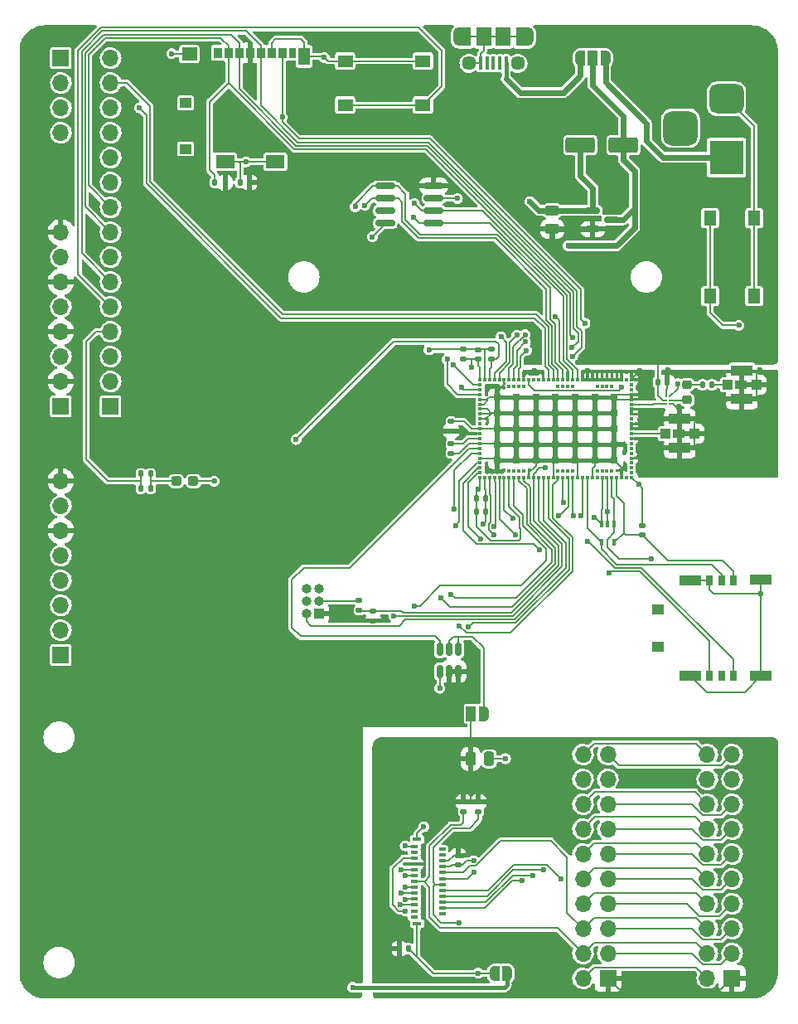
<source format=gbr>
G04 #@! TF.GenerationSoftware,KiCad,Pcbnew,(6.0.7)*
G04 #@! TF.CreationDate,2022-12-02T15:18:26+11:00*
G04 #@! TF.ProjectId,nRF_dev,6e52465f-6465-4762-9e6b-696361645f70,0.0.2*
G04 #@! TF.SameCoordinates,Original*
G04 #@! TF.FileFunction,Copper,L1,Top*
G04 #@! TF.FilePolarity,Positive*
%FSLAX46Y46*%
G04 Gerber Fmt 4.6, Leading zero omitted, Abs format (unit mm)*
G04 Created by KiCad (PCBNEW (6.0.7)) date 2022-12-02 15:18:26*
%MOMM*%
%LPD*%
G01*
G04 APERTURE LIST*
G04 Aperture macros list*
%AMRoundRect*
0 Rectangle with rounded corners*
0 $1 Rounding radius*
0 $2 $3 $4 $5 $6 $7 $8 $9 X,Y pos of 4 corners*
0 Add a 4 corners polygon primitive as box body*
4,1,4,$2,$3,$4,$5,$6,$7,$8,$9,$2,$3,0*
0 Add four circle primitives for the rounded corners*
1,1,$1+$1,$2,$3*
1,1,$1+$1,$4,$5*
1,1,$1+$1,$6,$7*
1,1,$1+$1,$8,$9*
0 Add four rect primitives between the rounded corners*
20,1,$1+$1,$2,$3,$4,$5,0*
20,1,$1+$1,$4,$5,$6,$7,0*
20,1,$1+$1,$6,$7,$8,$9,0*
20,1,$1+$1,$8,$9,$2,$3,0*%
%AMFreePoly0*
4,1,22,0.550000,-0.750000,0.000000,-0.750000,0.000000,-0.745033,-0.079941,-0.743568,-0.215256,-0.701293,-0.333266,-0.622738,-0.424486,-0.514219,-0.481581,-0.384460,-0.499164,-0.250000,-0.500000,-0.250000,-0.500000,0.250000,-0.499164,0.250000,-0.499963,0.256109,-0.478152,0.396186,-0.417904,0.524511,-0.324060,0.630769,-0.204165,0.706417,-0.067858,0.745374,0.000000,0.744959,0.000000,0.750000,
0.550000,0.750000,0.550000,-0.750000,0.550000,-0.750000,$1*%
%AMFreePoly1*
4,1,20,0.000000,0.744959,0.073905,0.744508,0.209726,0.703889,0.328688,0.626782,0.421226,0.519385,0.479903,0.390333,0.500000,0.250000,0.500000,-0.250000,0.499851,-0.262216,0.476331,-0.402017,0.414519,-0.529596,0.319384,-0.634700,0.198574,-0.708877,0.061801,-0.746166,0.000000,-0.745033,0.000000,-0.750000,-0.550000,-0.750000,-0.550000,0.750000,0.000000,0.750000,0.000000,0.744959,
0.000000,0.744959,$1*%
%AMFreePoly2*
4,1,22,0.500000,-0.750000,0.000000,-0.750000,0.000000,-0.745033,-0.079941,-0.743568,-0.215256,-0.701293,-0.333266,-0.622738,-0.424486,-0.514219,-0.481581,-0.384460,-0.499164,-0.250000,-0.500000,-0.250000,-0.500000,0.250000,-0.499164,0.250000,-0.499963,0.256109,-0.478152,0.396186,-0.417904,0.524511,-0.324060,0.630769,-0.204165,0.706417,-0.067858,0.745374,0.000000,0.744959,0.000000,0.750000,
0.500000,0.750000,0.500000,-0.750000,0.500000,-0.750000,$1*%
%AMFreePoly3*
4,1,20,0.000000,0.744959,0.073905,0.744508,0.209726,0.703889,0.328688,0.626782,0.421226,0.519385,0.479903,0.390333,0.500000,0.250000,0.500000,-0.250000,0.499851,-0.262216,0.476331,-0.402017,0.414519,-0.529596,0.319384,-0.634700,0.198574,-0.708877,0.061801,-0.746166,0.000000,-0.745033,0.000000,-0.750000,-0.500000,-0.750000,-0.500000,0.750000,0.000000,0.750000,0.000000,0.744959,
0.000000,0.744959,$1*%
G04 Aperture macros list end*
G04 #@! TA.AperFunction,SMDPad,CuDef*
%ADD10RoundRect,0.150000X-0.150000X0.512500X-0.150000X-0.512500X0.150000X-0.512500X0.150000X0.512500X0*%
G04 #@! TD*
G04 #@! TA.AperFunction,SMDPad,CuDef*
%ADD11RoundRect,0.237500X0.287500X0.237500X-0.287500X0.237500X-0.287500X-0.237500X0.287500X-0.237500X0*%
G04 #@! TD*
G04 #@! TA.AperFunction,SMDPad,CuDef*
%ADD12RoundRect,0.135000X-0.135000X-0.185000X0.135000X-0.185000X0.135000X0.185000X-0.135000X0.185000X0*%
G04 #@! TD*
G04 #@! TA.AperFunction,ConnectorPad*
%ADD13R,0.800000X1.000000*%
G04 #@! TD*
G04 #@! TA.AperFunction,ConnectorPad*
%ADD14R,2.300000X1.000000*%
G04 #@! TD*
G04 #@! TA.AperFunction,ConnectorPad*
%ADD15R,1.300000X1.100000*%
G04 #@! TD*
G04 #@! TA.AperFunction,ComponentPad*
%ADD16R,1.700000X1.700000*%
G04 #@! TD*
G04 #@! TA.AperFunction,ComponentPad*
%ADD17O,1.700000X1.700000*%
G04 #@! TD*
G04 #@! TA.AperFunction,SMDPad,CuDef*
%ADD18RoundRect,0.135000X0.185000X-0.135000X0.185000X0.135000X-0.185000X0.135000X-0.185000X-0.135000X0*%
G04 #@! TD*
G04 #@! TA.AperFunction,SMDPad,CuDef*
%ADD19R,0.250000X0.250000*%
G04 #@! TD*
G04 #@! TA.AperFunction,SMDPad,CuDef*
%ADD20RoundRect,0.150000X-0.587500X-0.150000X0.587500X-0.150000X0.587500X0.150000X-0.587500X0.150000X0*%
G04 #@! TD*
G04 #@! TA.AperFunction,SMDPad,CuDef*
%ADD21R,1.300000X1.550000*%
G04 #@! TD*
G04 #@! TA.AperFunction,SMDPad,CuDef*
%ADD22RoundRect,0.150000X-0.825000X-0.150000X0.825000X-0.150000X0.825000X0.150000X-0.825000X0.150000X0*%
G04 #@! TD*
G04 #@! TA.AperFunction,SMDPad,CuDef*
%ADD23RoundRect,0.140000X0.140000X0.170000X-0.140000X0.170000X-0.140000X-0.170000X0.140000X-0.170000X0*%
G04 #@! TD*
G04 #@! TA.AperFunction,ComponentPad*
%ADD24R,3.500000X3.500000*%
G04 #@! TD*
G04 #@! TA.AperFunction,ComponentPad*
%ADD25RoundRect,0.750000X-1.000000X0.750000X-1.000000X-0.750000X1.000000X-0.750000X1.000000X0.750000X0*%
G04 #@! TD*
G04 #@! TA.AperFunction,ComponentPad*
%ADD26RoundRect,0.875000X-0.875000X0.875000X-0.875000X-0.875000X0.875000X-0.875000X0.875000X0.875000X0*%
G04 #@! TD*
G04 #@! TA.AperFunction,SMDPad,CuDef*
%ADD27R,1.550000X1.300000*%
G04 #@! TD*
G04 #@! TA.AperFunction,SMDPad,CuDef*
%ADD28R,0.300000X0.300000*%
G04 #@! TD*
G04 #@! TA.AperFunction,SMDPad,CuDef*
%ADD29R,0.800000X0.800000*%
G04 #@! TD*
G04 #@! TA.AperFunction,SMDPad,CuDef*
%ADD30RoundRect,0.140000X-0.170000X0.140000X-0.170000X-0.140000X0.170000X-0.140000X0.170000X0.140000X0*%
G04 #@! TD*
G04 #@! TA.AperFunction,SMDPad,CuDef*
%ADD31RoundRect,0.218750X-0.256250X0.218750X-0.256250X-0.218750X0.256250X-0.218750X0.256250X0.218750X0*%
G04 #@! TD*
G04 #@! TA.AperFunction,SMDPad,CuDef*
%ADD32RoundRect,0.135000X-0.185000X0.135000X-0.185000X-0.135000X0.185000X-0.135000X0.185000X0.135000X0*%
G04 #@! TD*
G04 #@! TA.AperFunction,SMDPad,CuDef*
%ADD33RoundRect,0.140000X-0.140000X-0.170000X0.140000X-0.170000X0.140000X0.170000X-0.140000X0.170000X0*%
G04 #@! TD*
G04 #@! TA.AperFunction,SMDPad,CuDef*
%ADD34RoundRect,0.250000X1.250000X0.550000X-1.250000X0.550000X-1.250000X-0.550000X1.250000X-0.550000X0*%
G04 #@! TD*
G04 #@! TA.AperFunction,SMDPad,CuDef*
%ADD35R,0.400000X1.350000*%
G04 #@! TD*
G04 #@! TA.AperFunction,SMDPad,CuDef*
%ADD36R,1.200000X1.900000*%
G04 #@! TD*
G04 #@! TA.AperFunction,ComponentPad*
%ADD37C,1.450000*%
G04 #@! TD*
G04 #@! TA.AperFunction,SMDPad,CuDef*
%ADD38R,1.500000X1.900000*%
G04 #@! TD*
G04 #@! TA.AperFunction,ComponentPad*
%ADD39O,1.200000X1.900000*%
G04 #@! TD*
G04 #@! TA.AperFunction,SMDPad,CuDef*
%ADD40R,0.400000X0.650000*%
G04 #@! TD*
G04 #@! TA.AperFunction,SMDPad,CuDef*
%ADD41R,0.800000X0.300000*%
G04 #@! TD*
G04 #@! TA.AperFunction,SMDPad,CuDef*
%ADD42R,0.650000X0.300000*%
G04 #@! TD*
G04 #@! TA.AperFunction,SMDPad,CuDef*
%ADD43R,0.950000X0.400000*%
G04 #@! TD*
G04 #@! TA.AperFunction,SMDPad,CuDef*
%ADD44FreePoly0,0.000000*%
G04 #@! TD*
G04 #@! TA.AperFunction,SMDPad,CuDef*
%ADD45R,1.000000X1.500000*%
G04 #@! TD*
G04 #@! TA.AperFunction,SMDPad,CuDef*
%ADD46FreePoly1,0.000000*%
G04 #@! TD*
G04 #@! TA.AperFunction,ComponentPad*
%ADD47R,1.000000X1.000000*%
G04 #@! TD*
G04 #@! TA.AperFunction,ComponentPad*
%ADD48O,1.000000X1.000000*%
G04 #@! TD*
G04 #@! TA.AperFunction,SMDPad,CuDef*
%ADD49R,0.850000X1.100000*%
G04 #@! TD*
G04 #@! TA.AperFunction,SMDPad,CuDef*
%ADD50R,0.750000X1.100000*%
G04 #@! TD*
G04 #@! TA.AperFunction,SMDPad,CuDef*
%ADD51R,1.900000X1.350000*%
G04 #@! TD*
G04 #@! TA.AperFunction,SMDPad,CuDef*
%ADD52R,1.170000X1.800000*%
G04 #@! TD*
G04 #@! TA.AperFunction,SMDPad,CuDef*
%ADD53R,1.550000X1.350000*%
G04 #@! TD*
G04 #@! TA.AperFunction,SMDPad,CuDef*
%ADD54R,1.200000X1.000000*%
G04 #@! TD*
G04 #@! TA.AperFunction,SMDPad,CuDef*
%ADD55RoundRect,0.140000X0.170000X-0.140000X0.170000X0.140000X-0.170000X0.140000X-0.170000X-0.140000X0*%
G04 #@! TD*
G04 #@! TA.AperFunction,SMDPad,CuDef*
%ADD56R,1.000000X1.000000*%
G04 #@! TD*
G04 #@! TA.AperFunction,SMDPad,CuDef*
%ADD57R,2.200000X1.050000*%
G04 #@! TD*
G04 #@! TA.AperFunction,SMDPad,CuDef*
%ADD58RoundRect,0.250000X-0.250000X-0.475000X0.250000X-0.475000X0.250000X0.475000X-0.250000X0.475000X0*%
G04 #@! TD*
G04 #@! TA.AperFunction,SMDPad,CuDef*
%ADD59FreePoly2,180.000000*%
G04 #@! TD*
G04 #@! TA.AperFunction,SMDPad,CuDef*
%ADD60FreePoly3,180.000000*%
G04 #@! TD*
G04 #@! TA.AperFunction,SMDPad,CuDef*
%ADD61RoundRect,0.135000X0.135000X0.185000X-0.135000X0.185000X-0.135000X-0.185000X0.135000X-0.185000X0*%
G04 #@! TD*
G04 #@! TA.AperFunction,SMDPad,CuDef*
%ADD62RoundRect,0.250000X0.475000X-0.250000X0.475000X0.250000X-0.475000X0.250000X-0.475000X-0.250000X0*%
G04 #@! TD*
G04 #@! TA.AperFunction,ViaPad*
%ADD63C,0.600000*%
G04 #@! TD*
G04 #@! TA.AperFunction,Conductor*
%ADD64C,0.200000*%
G04 #@! TD*
G04 #@! TA.AperFunction,Conductor*
%ADD65C,0.400000*%
G04 #@! TD*
G04 #@! TA.AperFunction,Conductor*
%ADD66C,0.150000*%
G04 #@! TD*
G04 #@! TA.AperFunction,Conductor*
%ADD67C,0.600000*%
G04 #@! TD*
G04 APERTURE END LIST*
D10*
X83800000Y-134012500D03*
X82850000Y-134012500D03*
X81900000Y-134012500D03*
X81900000Y-136287500D03*
X82850000Y-136287500D03*
X83800000Y-136287500D03*
D11*
X56725000Y-116850000D03*
X54975000Y-116850000D03*
D12*
X52360000Y-117600000D03*
X51340000Y-117600000D03*
X52360000Y-116100000D03*
X51340000Y-116100000D03*
D13*
X111864500Y-127026000D03*
X110664500Y-127026000D03*
X111864500Y-136726000D03*
X109464500Y-127026000D03*
D14*
X114714500Y-136726000D03*
X114714500Y-126926000D03*
X107514500Y-127026000D03*
X107514500Y-136726000D03*
D13*
X110664500Y-136726000D03*
X109464500Y-136726000D03*
D15*
X104149500Y-129921000D03*
X104149500Y-133731000D03*
D16*
X43180000Y-73660000D03*
D17*
X43180000Y-76200000D03*
X43180000Y-78740000D03*
X43180000Y-81280000D03*
D18*
X73660000Y-130050000D03*
X73660000Y-129030000D03*
D19*
X105010000Y-108200000D03*
X105010000Y-108600000D03*
X105010000Y-109000000D03*
X105410000Y-109000000D03*
X105410000Y-108600000D03*
X105410000Y-108200000D03*
D20*
X97528500Y-89220000D03*
X97528500Y-91120000D03*
X99403500Y-90170000D03*
D21*
X114010000Y-90005000D03*
X114010000Y-97955000D03*
X109510000Y-97955000D03*
X109510000Y-90005000D03*
D22*
X76325000Y-86695000D03*
X76325000Y-87965000D03*
X76325000Y-89235000D03*
X76325000Y-90505000D03*
X81275000Y-90505000D03*
X81275000Y-89235000D03*
X81275000Y-87965000D03*
X81275000Y-86695000D03*
D23*
X105128000Y-106757000D03*
X104168000Y-106757000D03*
D24*
X111193500Y-83810000D03*
D25*
X111193500Y-77810000D03*
D26*
X106493500Y-80810000D03*
D27*
X80175000Y-73950000D03*
X72225000Y-73950000D03*
X80175000Y-78450000D03*
X72225000Y-78450000D03*
D28*
X85976000Y-106506000D03*
X85976000Y-107006000D03*
X85976000Y-107506000D03*
X85976000Y-108006000D03*
X85976000Y-108506000D03*
X85976000Y-109006000D03*
X85976000Y-109506000D03*
X85976000Y-110006000D03*
X85976000Y-110506000D03*
X85976000Y-111006000D03*
X85976000Y-111506000D03*
X85976000Y-112006000D03*
X85976000Y-112506000D03*
X85976000Y-113006000D03*
X85976000Y-113506000D03*
X85976000Y-114006000D03*
X85976000Y-114506000D03*
X85976000Y-115006000D03*
X85976000Y-115506000D03*
X85976000Y-116006000D03*
X85976000Y-116506000D03*
X86476000Y-116506000D03*
X86976000Y-116506000D03*
X87476000Y-116506000D03*
X87976000Y-116506000D03*
X88476000Y-116506000D03*
X88976000Y-116506000D03*
X89476000Y-116506000D03*
X89976000Y-116506000D03*
X90476000Y-116506000D03*
X90976000Y-116506000D03*
X91476000Y-116506000D03*
X91976000Y-116506000D03*
X92476000Y-116506000D03*
X92976000Y-116506000D03*
X93476000Y-116506000D03*
X93976000Y-116506000D03*
X94476000Y-116506000D03*
X94976000Y-116506000D03*
X95476000Y-116506000D03*
X95976000Y-116506000D03*
X96476000Y-116506000D03*
X96976000Y-116506000D03*
X97476000Y-116506000D03*
X97976000Y-116506000D03*
X98476000Y-116506000D03*
X98976000Y-116506000D03*
X99476000Y-116506000D03*
X99976000Y-116506000D03*
X100476000Y-116506000D03*
X100976000Y-116506000D03*
X101476000Y-116506000D03*
X101476000Y-116006000D03*
X101476000Y-115506000D03*
X101476000Y-115006000D03*
X101476000Y-114506000D03*
X101476000Y-114006000D03*
X101476000Y-113506000D03*
X101476000Y-113006000D03*
X101476000Y-112506000D03*
X101476000Y-112006000D03*
X101476000Y-111506000D03*
X101476000Y-111006000D03*
X101476000Y-110506000D03*
X101476000Y-110006000D03*
X101476000Y-109506000D03*
X101476000Y-109006000D03*
X101476000Y-108506000D03*
X101476000Y-108006000D03*
X101476000Y-107506000D03*
X101476000Y-107006000D03*
X101476000Y-106506000D03*
X100976000Y-106506000D03*
X100476000Y-106506000D03*
X99976000Y-106506000D03*
X99476000Y-106506000D03*
X98976000Y-106506000D03*
X98476000Y-106506000D03*
X97976000Y-106506000D03*
X97476000Y-106506000D03*
X96976000Y-106506000D03*
X96476000Y-106506000D03*
X95976000Y-106506000D03*
X95476000Y-106506000D03*
X94976000Y-106506000D03*
X94476000Y-106506000D03*
X93976000Y-106506000D03*
X93476000Y-106506000D03*
X92976000Y-106506000D03*
X92476000Y-106506000D03*
X91976000Y-106506000D03*
X91476000Y-106506000D03*
X90976000Y-106506000D03*
X90476000Y-106506000D03*
X89976000Y-106506000D03*
X89476000Y-106506000D03*
X88976000Y-106506000D03*
X88476000Y-106506000D03*
X87976000Y-106506000D03*
X87476000Y-106506000D03*
X86976000Y-106506000D03*
X86476000Y-106506000D03*
D29*
X89726000Y-109906000D03*
X93726000Y-113106000D03*
X89726000Y-111506000D03*
X99726000Y-113106000D03*
X99726000Y-108306000D03*
X93726000Y-109906000D03*
X97726000Y-113106000D03*
X91726000Y-113106000D03*
X87726000Y-111506000D03*
X93726000Y-108306000D03*
X95726000Y-113106000D03*
X95726000Y-109906000D03*
X95726000Y-108306000D03*
X89726000Y-113106000D03*
X87726000Y-114706000D03*
X97726000Y-108306000D03*
X89726000Y-108306000D03*
X91726000Y-114706000D03*
X87726000Y-109906000D03*
X97726000Y-109906000D03*
X99726000Y-114706000D03*
X99726000Y-109906000D03*
X87726000Y-113106000D03*
X91726000Y-108306000D03*
X93726000Y-111506000D03*
X93726000Y-114706000D03*
X95726000Y-111506000D03*
X99726000Y-111506000D03*
X97726000Y-111506000D03*
X95726000Y-114706000D03*
X91726000Y-109906000D03*
X89726000Y-114706000D03*
X91726000Y-111506000D03*
X97726000Y-114706000D03*
X87726000Y-108306000D03*
D28*
X88976000Y-115856000D03*
X89476000Y-115856000D03*
X89976000Y-115856000D03*
X90476000Y-115856000D03*
X93976000Y-115856000D03*
X94476000Y-115856000D03*
X94976000Y-115856000D03*
X95476000Y-115856000D03*
X97976000Y-115856000D03*
X98476000Y-115856000D03*
X98976000Y-115856000D03*
X99476000Y-115856000D03*
X99476000Y-107156000D03*
X98976000Y-107156000D03*
X98476000Y-107156000D03*
X97976000Y-107156000D03*
X95476000Y-107156000D03*
X94976000Y-107156000D03*
X94476000Y-107156000D03*
X93976000Y-107156000D03*
X90476000Y-107156000D03*
X89976000Y-107156000D03*
X89476000Y-107156000D03*
X88976000Y-107156000D03*
D23*
X109700000Y-107011000D03*
X108740000Y-107011000D03*
D30*
X83750000Y-156030000D03*
X83750000Y-155070000D03*
D31*
X107188000Y-106985500D03*
X107188000Y-108560500D03*
D32*
X84328000Y-149604000D03*
X84328000Y-150624000D03*
D33*
X77752000Y-164592000D03*
X78712000Y-164592000D03*
D34*
X100666000Y-82550000D03*
X96266000Y-82550000D03*
D23*
X86586000Y-118618000D03*
X85626000Y-118618000D03*
D35*
X88676000Y-74192500D03*
X88026000Y-74192500D03*
X87376000Y-74192500D03*
X86726000Y-74192500D03*
X86076000Y-74192500D03*
D36*
X90276000Y-71492500D03*
D37*
X89876000Y-74192500D03*
D38*
X86376000Y-71492500D03*
D39*
X83876000Y-71492500D03*
D37*
X84876000Y-74192500D03*
D36*
X84476000Y-71492500D03*
D39*
X90876000Y-71492500D03*
D38*
X88376000Y-71492500D03*
D40*
X99710000Y-121224000D03*
X99060000Y-121224000D03*
X98410000Y-121224000D03*
X98410000Y-123124000D03*
X99710000Y-123124000D03*
D41*
X79297000Y-154134000D03*
D42*
X82172000Y-154434000D03*
D41*
X79297000Y-154734000D03*
D42*
X82172000Y-155034000D03*
D41*
X79297000Y-155334000D03*
D42*
X82172000Y-155634000D03*
D41*
X79297000Y-155934000D03*
D42*
X82172000Y-156234000D03*
D41*
X79297000Y-156534000D03*
D42*
X82172000Y-156834000D03*
D41*
X79297000Y-157134000D03*
D42*
X82172000Y-157434000D03*
D41*
X79297000Y-157734000D03*
D42*
X82172000Y-158034000D03*
D41*
X79297000Y-158334000D03*
D42*
X82172000Y-158634000D03*
D41*
X79297000Y-158934000D03*
D42*
X82172000Y-159234000D03*
D41*
X79297000Y-159534000D03*
D42*
X82172000Y-159834000D03*
D41*
X79297000Y-160134000D03*
D42*
X82172000Y-160434000D03*
D41*
X79297000Y-160734000D03*
D42*
X82172000Y-161034000D03*
D41*
X79297000Y-161334000D03*
D43*
X79572000Y-153434000D03*
X79572000Y-162034000D03*
D32*
X85852000Y-149604000D03*
X85852000Y-150624000D03*
X87200000Y-103390000D03*
X87200000Y-104410000D03*
D16*
X43180000Y-134620000D03*
D17*
X43180000Y-132080000D03*
X43180000Y-129540000D03*
X43180000Y-127000000D03*
X43180000Y-124460000D03*
X43180000Y-121920000D03*
X43180000Y-119380000D03*
X43180000Y-116840000D03*
D16*
X43180000Y-109220000D03*
D17*
X43180000Y-106680000D03*
X43180000Y-104140000D03*
X43180000Y-101600000D03*
X43180000Y-99060000D03*
X43180000Y-96520000D03*
X43180000Y-93980000D03*
X43180000Y-91440000D03*
D23*
X62456000Y-86360000D03*
X61496000Y-86360000D03*
D16*
X99065000Y-167635000D03*
D17*
X96525000Y-167635000D03*
X99065000Y-165095000D03*
X96525000Y-165095000D03*
X99065000Y-162555000D03*
X96525000Y-162555000D03*
X99065000Y-160015000D03*
X96525000Y-160015000D03*
X99065000Y-157475000D03*
X96525000Y-157475000D03*
X99065000Y-154935000D03*
X96525000Y-154935000D03*
X99065000Y-152395000D03*
X96525000Y-152395000D03*
X99065000Y-149855000D03*
X96525000Y-149855000D03*
X99065000Y-147315000D03*
X96525000Y-147315000D03*
X99065000Y-144775000D03*
X96525000Y-144775000D03*
D44*
X83790000Y-140600000D03*
D45*
X85090000Y-140600000D03*
D46*
X86390000Y-140600000D03*
D18*
X75100000Y-131110000D03*
X75100000Y-130090000D03*
D47*
X69545000Y-130345000D03*
D48*
X68275000Y-130345000D03*
X69545000Y-129075000D03*
X68275000Y-129075000D03*
X69545000Y-127805000D03*
X68275000Y-127805000D03*
D16*
X111760000Y-167635000D03*
D17*
X109220000Y-167635000D03*
X111760000Y-165095000D03*
X109220000Y-165095000D03*
X111760000Y-162555000D03*
X109220000Y-162555000D03*
X111760000Y-160015000D03*
X109220000Y-160015000D03*
X111760000Y-157475000D03*
X109220000Y-157475000D03*
X111760000Y-154935000D03*
X109220000Y-154935000D03*
X111760000Y-152395000D03*
X109220000Y-152395000D03*
X111760000Y-149855000D03*
X109220000Y-149855000D03*
X111760000Y-147315000D03*
X109220000Y-147315000D03*
X111760000Y-144775000D03*
X109220000Y-144775000D03*
D23*
X86580000Y-119950000D03*
X85620000Y-119950000D03*
D49*
X59196000Y-73127500D03*
X60296000Y-73127500D03*
X61396000Y-73127500D03*
X62496000Y-73127500D03*
X63596000Y-73127500D03*
X64696000Y-73127500D03*
X65796000Y-73127500D03*
D50*
X66846000Y-73127500D03*
D51*
X59981000Y-84227500D03*
D52*
X68046000Y-73477500D03*
D51*
X65101000Y-84227500D03*
D53*
X56306000Y-73252500D03*
D54*
X55921000Y-82927500D03*
X55921000Y-78227500D03*
D55*
X85850000Y-104380000D03*
X85850000Y-103420000D03*
D56*
X111276000Y-107011000D03*
D57*
X112776000Y-108486000D03*
X112776000Y-105536000D03*
D56*
X114276000Y-107011000D03*
D58*
X85050000Y-145200000D03*
X86950000Y-145200000D03*
D59*
X88788000Y-167132000D03*
D60*
X87488000Y-167132000D03*
D55*
X83058000Y-111732000D03*
X83058000Y-110772000D03*
D16*
X48260000Y-109220000D03*
D17*
X48260000Y-106680000D03*
X48260000Y-104140000D03*
X48260000Y-101600000D03*
X48260000Y-99060000D03*
X48260000Y-96520000D03*
X48260000Y-93980000D03*
X48260000Y-91440000D03*
X48260000Y-88900000D03*
X48260000Y-86360000D03*
X48260000Y-83820000D03*
X48260000Y-81280000D03*
X48260000Y-78740000D03*
X48260000Y-76200000D03*
X48260000Y-73660000D03*
D44*
X96236000Y-73660000D03*
D45*
X97536000Y-73660000D03*
D46*
X98836000Y-73660000D03*
D30*
X84328000Y-103406000D03*
X84328000Y-104366000D03*
D61*
X59946000Y-86360000D03*
X58926000Y-86360000D03*
D56*
X104926000Y-112000000D03*
X107926000Y-112000000D03*
D57*
X106426000Y-110525000D03*
X106426000Y-113475000D03*
D55*
X83058000Y-114018000D03*
X83058000Y-113058000D03*
D30*
X102575000Y-121389000D03*
X102575000Y-122349000D03*
D62*
X93386000Y-91120000D03*
X93386000Y-89220000D03*
D63*
X81900000Y-138000000D03*
X58850000Y-116850000D03*
X90750000Y-103500000D03*
X90650000Y-102650000D03*
X83900000Y-161950000D03*
X77875387Y-160130083D03*
X78350000Y-159550000D03*
X77900000Y-158950000D03*
X78350000Y-158350000D03*
X78350000Y-157149500D03*
X85800000Y-167100000D03*
X77900000Y-156550000D03*
X78350000Y-160750000D03*
X78350000Y-154100000D03*
X85350000Y-155600500D03*
X85350000Y-156800000D03*
X94250000Y-157450000D03*
X92499500Y-156549500D03*
X91400500Y-157099500D03*
X90301000Y-157649000D03*
X83351469Y-119700000D03*
X83500000Y-121400000D03*
X92099500Y-123900000D03*
X86049500Y-122725000D03*
X87450490Y-122375000D03*
X87449500Y-121514209D03*
X82650000Y-104425000D03*
X84100000Y-107300000D03*
X83300000Y-105000000D03*
X88149540Y-102102848D03*
X89761444Y-101961444D03*
X90600000Y-101900000D03*
X89599500Y-122375011D03*
X89350000Y-120650000D03*
X88600000Y-145200000D03*
X80250000Y-152150000D03*
X110400000Y-108300000D03*
X93724500Y-100043937D03*
X102400000Y-109800000D03*
X103600000Y-109800000D03*
X85100000Y-105200000D03*
X108300000Y-113500000D03*
X73000000Y-168550000D03*
X114600000Y-105500000D03*
X108300000Y-110500000D03*
X114600000Y-108600000D03*
X102300000Y-105600000D03*
X70100000Y-73600000D03*
X75000000Y-91900000D03*
X102400000Y-112800000D03*
X99000000Y-120000000D03*
X91100000Y-88300000D03*
X103600000Y-108200000D03*
X85850000Y-117650000D03*
X102400000Y-111200000D03*
X104600000Y-113500000D03*
X105200000Y-105500000D03*
X102400000Y-108200000D03*
X83700000Y-88000000D03*
X110400000Y-105800000D03*
X103600000Y-111200000D03*
X104600000Y-110500000D03*
X103600000Y-112800000D03*
X62100000Y-84250000D03*
X114714500Y-128314500D03*
X91726000Y-111506000D03*
X54500000Y-73200000D03*
X91600000Y-105600000D03*
X97000000Y-105600000D03*
X102200000Y-117200000D03*
X86351121Y-121223863D03*
X95000000Y-92825000D03*
X80800000Y-103450000D03*
X93100000Y-92800000D03*
X66800000Y-75200000D03*
X87300000Y-94500000D03*
X64300000Y-130600000D03*
X62500000Y-75200000D03*
X51200000Y-78740000D03*
X95475000Y-104100000D03*
X94500000Y-119000000D03*
X65800000Y-79700000D03*
X96725000Y-100750000D03*
X94000000Y-120400000D03*
X95399500Y-103225000D03*
X95550497Y-120400000D03*
X96300000Y-120400000D03*
X95475000Y-102175000D03*
X79300000Y-88500000D03*
X74250000Y-88700000D03*
X79200000Y-89900000D03*
X73250000Y-88850000D03*
X92700000Y-115500000D03*
X112450000Y-100950000D03*
X67200000Y-112600000D03*
X77200000Y-130639500D03*
X100500000Y-107300000D03*
X106200000Y-106900000D03*
X97700000Y-120600000D03*
X97011444Y-122988556D03*
X103500000Y-124800980D03*
X99200000Y-126249500D03*
X79311444Y-129588556D03*
X83000000Y-128400000D03*
X82000000Y-128800000D03*
X84827112Y-131772888D03*
X83888556Y-131611444D03*
D64*
X81900000Y-136287500D02*
X81900000Y-138000000D01*
X83800000Y-134012500D02*
X83800000Y-132800000D01*
X83850000Y-132750000D02*
X85250000Y-132750000D01*
X83800000Y-132800000D02*
X83850000Y-132750000D01*
X83250000Y-132750000D02*
X83850000Y-132750000D01*
X85250000Y-132750000D02*
X86390000Y-133890000D01*
X86390000Y-133890000D02*
X86390000Y-140600000D01*
X82850000Y-133150000D02*
X83250000Y-132750000D01*
X82850000Y-134012500D02*
X82850000Y-133150000D01*
X84888296Y-113506000D02*
X85976000Y-113506000D01*
X72694296Y-125700000D02*
X84888296Y-113506000D01*
X66750000Y-126950000D02*
X68000000Y-125700000D01*
X66750000Y-131800000D02*
X66750000Y-126950000D01*
X67650000Y-132700000D02*
X66750000Y-131800000D01*
X68000000Y-125700000D02*
X72694296Y-125700000D01*
X81450000Y-132700000D02*
X67650000Y-132700000D01*
X81900000Y-133150000D02*
X81450000Y-132700000D01*
X81900000Y-134012500D02*
X81900000Y-133150000D01*
X56725000Y-116850000D02*
X58850000Y-116850000D01*
X52360000Y-116810000D02*
X52360000Y-117600000D01*
X54975000Y-116850000D02*
X52400000Y-116850000D01*
X52400000Y-116850000D02*
X52360000Y-116810000D01*
X52360000Y-116100000D02*
X52360000Y-116810000D01*
X51350000Y-116850000D02*
X51350000Y-117590000D01*
X51350000Y-117590000D02*
X51340000Y-117600000D01*
X51350000Y-116110000D02*
X51340000Y-116100000D01*
X51350000Y-116850000D02*
X51350000Y-116110000D01*
X48000000Y-116850000D02*
X51350000Y-116850000D01*
X45750000Y-114600000D02*
X48000000Y-116850000D01*
X45750000Y-102600000D02*
X45750000Y-114600000D01*
X46750000Y-101600000D02*
X45750000Y-102600000D01*
X48260000Y-101600000D02*
X46750000Y-101600000D01*
D65*
X88788000Y-168312000D02*
X88788000Y-167132000D01*
X88500000Y-168600000D02*
X88788000Y-168312000D01*
X73050000Y-168600000D02*
X88500000Y-168600000D01*
X73000000Y-168550000D02*
X73050000Y-168600000D01*
D64*
X81200000Y-157850000D02*
X81384000Y-158034000D01*
X81200000Y-154244974D02*
X81200000Y-157850000D01*
X83144974Y-152300000D02*
X81200000Y-154244974D01*
X84950000Y-152300000D02*
X83144974Y-152300000D01*
X85852000Y-151398000D02*
X84950000Y-152300000D01*
X85852000Y-150624000D02*
X85852000Y-151398000D01*
X80284000Y-157734000D02*
X79897000Y-157734000D01*
X80850000Y-158300000D02*
X80284000Y-157734000D01*
X80850000Y-161400000D02*
X80850000Y-158300000D01*
X93930000Y-162500000D02*
X81950000Y-162500000D01*
X81950000Y-162500000D02*
X80850000Y-161400000D01*
X96525000Y-165095000D02*
X93930000Y-162500000D01*
X82999520Y-151950480D02*
X84060928Y-151950480D01*
X84328000Y-151683408D02*
X84328000Y-150624000D01*
X80366000Y-157734000D02*
X80850000Y-157250000D01*
X80850000Y-157250000D02*
X80850000Y-154100000D01*
X84060928Y-151950480D02*
X84328000Y-151683408D01*
X79897000Y-157734000D02*
X80366000Y-157734000D01*
X80850000Y-154100000D02*
X82999520Y-151950480D01*
X81200000Y-158218000D02*
X81384000Y-158034000D01*
X81200000Y-161150000D02*
X81200000Y-158218000D01*
X82000000Y-161950000D02*
X81200000Y-161150000D01*
X83900000Y-161950000D02*
X82000000Y-161950000D01*
X77100000Y-156400000D02*
X78166000Y-155334000D01*
X77100000Y-160132514D02*
X77100000Y-156400000D01*
X77717486Y-160750000D02*
X77100000Y-160132514D01*
X78166000Y-155334000D02*
X79297000Y-155334000D01*
X78350000Y-160750000D02*
X77717486Y-160750000D01*
X78384000Y-154134000D02*
X79297000Y-154134000D01*
X78350000Y-154100000D02*
X78384000Y-154134000D01*
X77916000Y-156534000D02*
X79297000Y-156534000D01*
X77900000Y-156550000D02*
X77916000Y-156534000D01*
X78365500Y-157134000D02*
X79297000Y-157134000D01*
X78350000Y-157149500D02*
X78365500Y-157134000D01*
X86816000Y-158634000D02*
X82172000Y-158634000D01*
X92800000Y-156000000D02*
X89450000Y-156000000D01*
X94250000Y-157450000D02*
X92800000Y-156000000D01*
X89450000Y-156000000D02*
X86816000Y-158634000D01*
X86505948Y-160434000D02*
X82172000Y-160434000D01*
X89290948Y-157649000D02*
X86505948Y-160434000D01*
X90301000Y-157649000D02*
X89290948Y-157649000D01*
X89400000Y-156550000D02*
X86716000Y-159234000D01*
X92499000Y-156550000D02*
X89400000Y-156550000D01*
X92499500Y-156549500D02*
X92499000Y-156550000D01*
X86716000Y-159234000D02*
X82172000Y-159234000D01*
X86610974Y-159834000D02*
X82172000Y-159834000D01*
X89345474Y-157099500D02*
X86610974Y-159834000D01*
X91400500Y-157099500D02*
X89345474Y-157099500D01*
X88128318Y-153600000D02*
X93250000Y-153600000D01*
X93250000Y-153600000D02*
X94900000Y-155250000D01*
X94900000Y-155250000D02*
X94900000Y-160930000D01*
X94900000Y-160930000D02*
X96525000Y-162555000D01*
X85577818Y-156150500D02*
X88128318Y-153600000D01*
X84266000Y-156834000D02*
X84949500Y-156150500D01*
X84949500Y-156150500D02*
X85577818Y-156150500D01*
X82172000Y-156834000D02*
X84266000Y-156834000D01*
X81384000Y-158034000D02*
X82172000Y-158034000D01*
X79297000Y-157734000D02*
X79897000Y-157734000D01*
X85350000Y-155600500D02*
X84589500Y-155600500D01*
X84589500Y-155600500D02*
X84160000Y-156030000D01*
X84160000Y-156030000D02*
X83750000Y-156030000D01*
X84716000Y-157434000D02*
X82172000Y-157434000D01*
X85350000Y-156800000D02*
X84716000Y-157434000D01*
X80250000Y-152150000D02*
X79572000Y-152828000D01*
X79572000Y-152828000D02*
X79572000Y-153434000D01*
X78366000Y-158334000D02*
X79297000Y-158334000D01*
X78350000Y-158350000D02*
X78366000Y-158334000D01*
X78416000Y-160134000D02*
X79297000Y-160134000D01*
X78412083Y-160130083D02*
X78416000Y-160134000D01*
X77875387Y-160130083D02*
X78412083Y-160130083D01*
X77916000Y-158934000D02*
X79297000Y-158934000D01*
X77900000Y-158950000D02*
X77916000Y-158934000D01*
X78350000Y-159550000D02*
X78366000Y-159534000D01*
X78366000Y-159534000D02*
X79297000Y-159534000D01*
X85799704Y-115506000D02*
X85976000Y-115506000D01*
X84250489Y-117055215D02*
X85799704Y-115506000D01*
X84250489Y-121875489D02*
X84250489Y-117055215D01*
X85650000Y-123275000D02*
X84250489Y-121875489D01*
X91474500Y-123275000D02*
X85650000Y-123275000D01*
X92099500Y-123900000D02*
X91474500Y-123275000D01*
X88976000Y-119450333D02*
X88976000Y-116506000D01*
X90150000Y-121750000D02*
X90050000Y-121650000D01*
X90050000Y-121650000D02*
X90050000Y-120524333D01*
X90050000Y-120524333D02*
X88976000Y-119450333D01*
X89975489Y-122924511D02*
X90150000Y-122750000D01*
X87074511Y-122924511D02*
X89975489Y-122924511D01*
X85626000Y-121476000D02*
X87074511Y-122924511D01*
X85626000Y-118618000D02*
X85626000Y-121476000D01*
X90150000Y-122750000D02*
X90150000Y-121750000D01*
X90100000Y-104500000D02*
X90100000Y-104150000D01*
X90100000Y-105244975D02*
X90100000Y-104500000D01*
X90100000Y-104150000D02*
X90750000Y-103500000D01*
X89976000Y-106506000D02*
X89976000Y-105368975D01*
X89976000Y-105368975D02*
X90100000Y-105244975D01*
X89476000Y-105374000D02*
X89476000Y-106506000D01*
X89750000Y-105100000D02*
X89476000Y-105374000D01*
X90650000Y-102650000D02*
X89750000Y-103550000D01*
X89750000Y-103550000D02*
X89750000Y-105100000D01*
X89599500Y-122375011D02*
X87976000Y-120751511D01*
X87976000Y-120751511D02*
X87976000Y-116506000D01*
X88476000Y-119776000D02*
X88476000Y-116506000D01*
X89350000Y-120650000D02*
X88476000Y-119776000D01*
X97624511Y-163995489D02*
X108120489Y-163995489D01*
X96525000Y-165095000D02*
X97624511Y-163995489D01*
X108120489Y-163995489D02*
X109220000Y-165095000D01*
X83330000Y-155070000D02*
X83750000Y-155070000D01*
X82766000Y-155634000D02*
X83330000Y-155070000D01*
X82172000Y-155634000D02*
X82766000Y-155634000D01*
X82966000Y-156234000D02*
X83170000Y-156030000D01*
X82172000Y-156234000D02*
X82966000Y-156234000D01*
X83170000Y-156030000D02*
X83750000Y-156030000D01*
X108764567Y-166194511D02*
X110660489Y-166194511D01*
X99065000Y-165095000D02*
X107665056Y-165095000D01*
X110660489Y-166194511D02*
X111760000Y-165095000D01*
X107665056Y-165095000D02*
X108764567Y-166194511D01*
X100164511Y-168734511D02*
X110660489Y-168734511D01*
X85050000Y-149558000D02*
X85096000Y-149604000D01*
X85090000Y-145160000D02*
X85090000Y-140600000D01*
X99065000Y-167635000D02*
X100164511Y-168734511D01*
X85050000Y-145200000D02*
X85050000Y-149558000D01*
X85096000Y-149604000D02*
X84328000Y-149604000D01*
X85852000Y-149604000D02*
X85096000Y-149604000D01*
X110660489Y-168734511D02*
X111760000Y-167635000D01*
X85094000Y-114006000D02*
X85976000Y-114006000D01*
X83351469Y-115748531D02*
X85094000Y-114006000D01*
X83351469Y-119700000D02*
X83351469Y-115748531D01*
X85750000Y-115000000D02*
X85970000Y-115000000D01*
X83900969Y-120999031D02*
X83900969Y-116849031D01*
X83500000Y-121400000D02*
X83900969Y-120999031D01*
X83900969Y-116849031D02*
X85750000Y-115000000D01*
X107665056Y-162555000D02*
X108764567Y-163654511D01*
X110660489Y-163654511D02*
X111760000Y-162555000D01*
X99065000Y-162555000D02*
X107665056Y-162555000D01*
X108764567Y-163654511D02*
X110660489Y-163654511D01*
X108120489Y-161455489D02*
X109220000Y-162555000D01*
X84800000Y-117000000D02*
X85794000Y-116006000D01*
X96525000Y-162555000D02*
X97624511Y-161455489D01*
X86049500Y-122725000D02*
X84800000Y-121475500D01*
X84800000Y-121475500D02*
X84800000Y-117000000D01*
X85794000Y-116006000D02*
X85976000Y-116006000D01*
X97624511Y-161455489D02*
X108120489Y-161455489D01*
X99065000Y-160015000D02*
X107174295Y-160015000D01*
X108449295Y-161290000D02*
X110485000Y-161290000D01*
X86900000Y-121824510D02*
X86900000Y-121250000D01*
X87115520Y-118286656D02*
X86976000Y-118147136D01*
X87450490Y-122375000D02*
X86900000Y-121824510D01*
X110485000Y-161290000D02*
X111760000Y-160015000D01*
X86900000Y-121250000D02*
X87115520Y-121034480D01*
X87115520Y-121034480D02*
X87115520Y-118286656D01*
X107174295Y-160015000D02*
X108449295Y-161290000D01*
X86976000Y-118147136D02*
X86976000Y-116506000D01*
X87449500Y-121514209D02*
X87626480Y-121337229D01*
X87626480Y-117006480D02*
X87476000Y-116856000D01*
X87626480Y-121337229D02*
X87626480Y-117006480D01*
X97624511Y-158915489D02*
X108120489Y-158915489D01*
X96525000Y-160015000D02*
X97624511Y-158915489D01*
X108120489Y-158915489D02*
X109220000Y-160015000D01*
X87476000Y-116856000D02*
X87476000Y-116506000D01*
X83706000Y-108006000D02*
X85976000Y-108006000D01*
X82650000Y-104425000D02*
X82650000Y-106950000D01*
X110660489Y-158574511D02*
X111760000Y-157475000D01*
X107665056Y-157475000D02*
X108764567Y-158574511D01*
X82650000Y-106950000D02*
X83706000Y-108006000D01*
X99065000Y-157475000D02*
X107665056Y-157475000D01*
X108764567Y-158574511D02*
X110660489Y-158574511D01*
X96525000Y-157475000D02*
X97624511Y-156375489D01*
X84306000Y-107506000D02*
X85976000Y-107506000D01*
X97624511Y-156375489D02*
X108120489Y-156375489D01*
X108120489Y-156375489D02*
X109220000Y-157475000D01*
X84100000Y-107300000D02*
X84306000Y-107506000D01*
X107665056Y-154935000D02*
X108764567Y-156034511D01*
X99065000Y-154935000D02*
X107665056Y-154935000D01*
X85306000Y-107006000D02*
X85976000Y-107006000D01*
X110660489Y-156034511D02*
X111760000Y-154935000D01*
X83300000Y-105000000D02*
X85306000Y-107006000D01*
X108764567Y-156034511D02*
X110660489Y-156034511D01*
X108120489Y-153835489D02*
X109220000Y-154935000D01*
X97624511Y-153835489D02*
X108120489Y-153835489D01*
X87476000Y-105824000D02*
X87476000Y-106506000D01*
X96525000Y-154935000D02*
X97624511Y-153835489D01*
X88700000Y-104600000D02*
X87476000Y-105824000D01*
X88700000Y-102653308D02*
X88700000Y-104600000D01*
X88149540Y-102102848D02*
X88700000Y-102653308D01*
X89049520Y-104744776D02*
X87976000Y-105818296D01*
X107665056Y-152395000D02*
X108764567Y-153494511D01*
X89761444Y-101961444D02*
X89049520Y-102673368D01*
X108764567Y-153494511D02*
X110660489Y-153494511D01*
X87976000Y-105818296D02*
X87976000Y-106506000D01*
X110660489Y-153494511D02*
X111760000Y-152395000D01*
X89049520Y-102673368D02*
X89049520Y-104744776D01*
X99065000Y-152395000D02*
X107665056Y-152395000D01*
X107955000Y-151130000D02*
X109220000Y-152395000D01*
X88976000Y-105312591D02*
X88976000Y-106506000D01*
X89399039Y-104889553D02*
X88976000Y-105312591D01*
X96525000Y-152395000D02*
X97790000Y-151130000D01*
X97790000Y-151130000D02*
X107955000Y-151130000D01*
X89399040Y-103100960D02*
X89399039Y-104889553D01*
X90600000Y-101900000D02*
X89399040Y-103100960D01*
X107665056Y-149855000D02*
X108764567Y-150954511D01*
X99065000Y-149855000D02*
X107665056Y-149855000D01*
X110660489Y-150954511D02*
X111760000Y-149855000D01*
X108764567Y-150954511D02*
X110660489Y-150954511D01*
X100164511Y-145874511D02*
X110660489Y-145874511D01*
X110660489Y-145874511D02*
X111760000Y-144775000D01*
X99065000Y-144775000D02*
X100164511Y-145874511D01*
X97624511Y-143675489D02*
X108120489Y-143675489D01*
X96525000Y-144775000D02*
X97624511Y-143675489D01*
X108120489Y-143675489D02*
X109220000Y-144775000D01*
X107955000Y-148590000D02*
X109220000Y-149855000D01*
X97790000Y-148590000D02*
X107955000Y-148590000D01*
X96525000Y-149855000D02*
X97790000Y-148590000D01*
X85832000Y-167132000D02*
X85800000Y-167100000D01*
X81220000Y-167100000D02*
X85800000Y-167100000D01*
X87488000Y-167132000D02*
X85832000Y-167132000D01*
X78712000Y-164592000D02*
X79610000Y-165490000D01*
X79572000Y-165452000D02*
X79610000Y-165490000D01*
X97624511Y-166535489D02*
X108120489Y-166535489D01*
X79610000Y-165490000D02*
X81220000Y-167100000D01*
X86950000Y-145200000D02*
X88600000Y-145200000D01*
X108120489Y-166535489D02*
X109220000Y-167635000D01*
X79572000Y-162034000D02*
X79572000Y-165452000D01*
X96525000Y-167635000D02*
X97624511Y-166535489D01*
X106426000Y-110525000D02*
X108275000Y-110525000D01*
X114276000Y-105824000D02*
X114276000Y-107011000D01*
X105700000Y-109000000D02*
X106426000Y-109726000D01*
X83665000Y-87965000D02*
X83700000Y-88000000D01*
X85852000Y-105052000D02*
X85976000Y-105176000D01*
X94100000Y-100419437D02*
X94100000Y-104622816D01*
X101476000Y-108506000D02*
X99926000Y-108506000D01*
D66*
X113040500Y-138400000D02*
X114714500Y-136726000D01*
X62122500Y-84227500D02*
X65101000Y-84227500D01*
D65*
X87726000Y-113106000D02*
X89726000Y-113106000D01*
D64*
X106426000Y-109726000D02*
X106426000Y-110525000D01*
D67*
X93386000Y-89220000D02*
X97528500Y-89220000D01*
D64*
X101476000Y-106506000D02*
X101476000Y-106424000D01*
X100476000Y-105624000D02*
X100500000Y-105600000D01*
D65*
X93726000Y-108306000D02*
X91726000Y-108306000D01*
D66*
X62100000Y-84250000D02*
X62122500Y-84227500D01*
D64*
X114276000Y-107011000D02*
X114276000Y-108276000D01*
X97726000Y-114706000D02*
X97726000Y-115274000D01*
X85852000Y-104366000D02*
X85852000Y-105052000D01*
X102206000Y-108006000D02*
X102400000Y-108200000D01*
X97000000Y-105600000D02*
X97500000Y-105600000D01*
X106426000Y-110525000D02*
X104625000Y-110525000D01*
X87106000Y-110006000D02*
X87206000Y-109906000D01*
X86694000Y-108506000D02*
X86750000Y-108450000D01*
X90476000Y-106506000D02*
X90476000Y-106156000D01*
X108275000Y-110525000D02*
X108300000Y-110500000D01*
X100000000Y-105600000D02*
X100500000Y-105600000D01*
X97726000Y-115274000D02*
X97476000Y-115524000D01*
X105010000Y-107531000D02*
X105010000Y-108200000D01*
D66*
X114714500Y-136726000D02*
X114714500Y-128314500D01*
D64*
X85976000Y-116506000D02*
X85976000Y-117524000D01*
X87206000Y-109906000D02*
X87726000Y-109906000D01*
X105410000Y-109000000D02*
X105700000Y-109000000D01*
X112776000Y-108486000D02*
X114486000Y-108486000D01*
X86894000Y-108306000D02*
X87726000Y-108306000D01*
X85976000Y-109006000D02*
X86394000Y-109006000D01*
D66*
X64696000Y-73127500D02*
X64696000Y-72104000D01*
D64*
X81275000Y-87965000D02*
X83665000Y-87965000D01*
X86076000Y-73224000D02*
X86376000Y-72924000D01*
X105128000Y-106757000D02*
X105128000Y-107413000D01*
D66*
X68046000Y-73477500D02*
X69977500Y-73477500D01*
D64*
X107926000Y-113126000D02*
X108300000Y-113500000D01*
D65*
X93726000Y-114706000D02*
X95726000Y-114706000D01*
D64*
X94100000Y-104622816D02*
X94976000Y-105498816D01*
X92476000Y-106506000D02*
X92476000Y-106076000D01*
X112776000Y-108486000D02*
X110586000Y-108486000D01*
X92476000Y-106076000D02*
X92000000Y-105600000D01*
D65*
X95726000Y-111506000D02*
X93726000Y-111506000D01*
D64*
X96900000Y-105600000D02*
X97000000Y-105600000D01*
X90976000Y-116506000D02*
X90976000Y-116024000D01*
X97500000Y-105600000D02*
X98000000Y-105600000D01*
D66*
X64696000Y-72104000D02*
X65100000Y-71700000D01*
D64*
X102575000Y-121389000D02*
X102575000Y-117575000D01*
X83876000Y-71492500D02*
X84476000Y-71492500D01*
X85976000Y-114506000D02*
X87526000Y-114506000D01*
D65*
X97726000Y-109906000D02*
X99726000Y-109906000D01*
D64*
X114010000Y-97955000D02*
X114010000Y-90005000D01*
X99476000Y-105624000D02*
X99500000Y-105600000D01*
X83882000Y-114018000D02*
X84900000Y-113000000D01*
X102094000Y-111506000D02*
X102400000Y-111200000D01*
D66*
X56306000Y-73252500D02*
X54552500Y-73252500D01*
D65*
X95726000Y-108306000D02*
X93726000Y-108306000D01*
D64*
X84476000Y-71492500D02*
X86376000Y-71492500D01*
X97500000Y-105600000D02*
X97476000Y-105624000D01*
X102400000Y-113932000D02*
X102400000Y-112800000D01*
X85106000Y-111506000D02*
X85976000Y-111506000D01*
X86750000Y-108650000D02*
X86750000Y-108450000D01*
X88476000Y-106506000D02*
X88476000Y-107024000D01*
X114600000Y-105500000D02*
X114276000Y-105824000D01*
D67*
X92020000Y-89220000D02*
X91100000Y-88300000D01*
D64*
X110664000Y-105536000D02*
X110400000Y-105800000D01*
D65*
X87726000Y-108306000D02*
X89726000Y-108306000D01*
D67*
X97528500Y-86928500D02*
X96266000Y-85666000D01*
D64*
X107926000Y-112000000D02*
X107926000Y-110874000D01*
X91726000Y-115274000D02*
X91726000Y-114706000D01*
X108275000Y-113475000D02*
X108300000Y-113500000D01*
X86706000Y-109506000D02*
X87150000Y-109950000D01*
X105128000Y-107413000D02*
X105010000Y-107531000D01*
X98500000Y-105600000D02*
X99000000Y-105600000D01*
D65*
X89726000Y-113106000D02*
X91726000Y-113106000D01*
D64*
X100500000Y-105600000D02*
X102300000Y-105600000D01*
X114276000Y-108276000D02*
X114600000Y-108600000D01*
X85976000Y-117524000D02*
X85850000Y-117650000D01*
X85850000Y-117650000D02*
X85626000Y-117874000D01*
X93724500Y-100043937D02*
X94100000Y-100419437D01*
X86376000Y-72924000D02*
X86376000Y-71492500D01*
D65*
X91726000Y-113106000D02*
X93726000Y-113106000D01*
D64*
X114600000Y-105500000D02*
X114564000Y-105536000D01*
X112776000Y-105536000D02*
X110664000Y-105536000D01*
X102206000Y-111006000D02*
X102400000Y-111200000D01*
D65*
X97726000Y-114706000D02*
X95726000Y-114706000D01*
D64*
X84372000Y-110772000D02*
X85106000Y-111506000D01*
D65*
X91726000Y-109906000D02*
X93726000Y-109906000D01*
D64*
X84900000Y-113000000D02*
X84906000Y-113006000D01*
D65*
X89726000Y-111506000D02*
X87726000Y-111506000D01*
X93726000Y-111506000D02*
X91726000Y-111506000D01*
D66*
X109464500Y-127026000D02*
X109464500Y-127964500D01*
D64*
X87194000Y-109906000D02*
X87206000Y-109906000D01*
X83058000Y-110772000D02*
X84372000Y-110772000D01*
X92000000Y-105600000D02*
X91600000Y-105600000D01*
X85976000Y-113006000D02*
X87626000Y-113006000D01*
X86750000Y-108450000D02*
X86894000Y-108306000D01*
D66*
X109814500Y-128314500D02*
X114714500Y-128314500D01*
X70450000Y-73950000D02*
X70100000Y-73600000D01*
X62077500Y-84227500D02*
X62100000Y-84250000D01*
D64*
X102106000Y-112506000D02*
X102400000Y-112800000D01*
D66*
X109188500Y-138400000D02*
X113040500Y-138400000D01*
D64*
X99476000Y-106506000D02*
X99476000Y-105624000D01*
D67*
X93386000Y-89220000D02*
X92020000Y-89220000D01*
D65*
X91726000Y-111506000D02*
X89726000Y-111506000D01*
D64*
X98976000Y-105624000D02*
X99000000Y-105600000D01*
X76325000Y-90575000D02*
X75000000Y-91900000D01*
X84876000Y-74192500D02*
X86076000Y-74192500D01*
X87150000Y-109950000D02*
X87194000Y-109906000D01*
X96476000Y-106506000D02*
X96476000Y-106024000D01*
X85134000Y-104366000D02*
X85134000Y-105166000D01*
X105128000Y-106757000D02*
X105128000Y-105572000D01*
X101476000Y-114506000D02*
X101826000Y-114506000D01*
X101476000Y-111506000D02*
X102094000Y-111506000D01*
X88476000Y-107024000D02*
X87726000Y-107774000D01*
X102575000Y-117575000D02*
X102200000Y-117200000D01*
X100476000Y-115456000D02*
X99726000Y-114706000D01*
X86394000Y-109006000D02*
X86750000Y-108650000D01*
D65*
X99726000Y-113106000D02*
X97726000Y-113106000D01*
D64*
X85626000Y-117874000D02*
X85626000Y-118618000D01*
X96976000Y-105624000D02*
X97000000Y-105600000D01*
X98000000Y-105600000D02*
X98500000Y-105600000D01*
D65*
X89726000Y-109906000D02*
X91726000Y-109906000D01*
D64*
X90476000Y-106156000D02*
X91032000Y-105600000D01*
X110586000Y-108486000D02*
X110400000Y-108300000D01*
X102194000Y-110006000D02*
X102400000Y-109800000D01*
X101476000Y-108006000D02*
X102206000Y-108006000D01*
D66*
X61500000Y-86356000D02*
X61500000Y-84400000D01*
D64*
X98476000Y-106506000D02*
X98476000Y-105624000D01*
X107926000Y-110874000D02*
X108300000Y-110500000D01*
X105128000Y-105572000D02*
X105200000Y-105500000D01*
X114010000Y-80626500D02*
X111193500Y-77810000D01*
X106426000Y-113475000D02*
X108275000Y-113475000D01*
X114010000Y-90005000D02*
X114010000Y-80626500D01*
D66*
X114714500Y-128314500D02*
X114714500Y-126926000D01*
D65*
X87726000Y-109906000D02*
X89726000Y-109906000D01*
D64*
X85976000Y-109506000D02*
X86706000Y-109506000D01*
X90976000Y-116024000D02*
X91726000Y-115274000D01*
X83058000Y-114018000D02*
X83882000Y-114018000D01*
D65*
X93726000Y-109906000D02*
X95726000Y-109906000D01*
X89726000Y-114706000D02*
X87726000Y-114706000D01*
D64*
X97476000Y-105624000D02*
X97476000Y-106506000D01*
X97476000Y-115524000D02*
X97476000Y-116506000D01*
D67*
X96266000Y-85666000D02*
X96266000Y-82550000D01*
D66*
X68046000Y-72046000D02*
X68046000Y-73477500D01*
D64*
X106426000Y-113475000D02*
X104625000Y-113475000D01*
D66*
X61327500Y-84227500D02*
X62077500Y-84227500D01*
D64*
X114486000Y-108486000D02*
X114600000Y-108600000D01*
X85976000Y-110006000D02*
X87106000Y-110006000D01*
X85976000Y-105176000D02*
X85976000Y-106506000D01*
X101476000Y-112506000D02*
X102106000Y-112506000D01*
D65*
X91726000Y-108306000D02*
X89726000Y-108306000D01*
D66*
X107514500Y-127026000D02*
X109464500Y-127026000D01*
D64*
X99000000Y-120000000D02*
X99000000Y-116530000D01*
X101476000Y-111006000D02*
X102206000Y-111006000D01*
X98976000Y-106506000D02*
X98976000Y-105624000D01*
D65*
X99726000Y-111506000D02*
X97726000Y-111506000D01*
D66*
X72225000Y-73950000D02*
X70450000Y-73950000D01*
D64*
X85976000Y-111506000D02*
X87726000Y-111506000D01*
X87726000Y-107774000D02*
X87726000Y-108306000D01*
X85976000Y-110506000D02*
X86594000Y-110506000D01*
X84328000Y-104366000D02*
X85134000Y-104366000D01*
D66*
X54552500Y-73252500D02*
X54500000Y-73200000D01*
D65*
X97726000Y-108306000D02*
X95726000Y-108306000D01*
D64*
X101826000Y-114506000D02*
X102400000Y-113932000D01*
D65*
X93726000Y-113106000D02*
X97726000Y-113106000D01*
D64*
X93476000Y-116506000D02*
X93476000Y-114956000D01*
X85134000Y-104366000D02*
X85852000Y-104366000D01*
X100476000Y-116506000D02*
X100476000Y-115456000D01*
X101476000Y-109506000D02*
X102106000Y-109506000D01*
X99000000Y-121164000D02*
X99000000Y-120000000D01*
X98476000Y-105624000D02*
X98500000Y-105600000D01*
D65*
X93726000Y-114706000D02*
X91726000Y-114706000D01*
D66*
X61327500Y-84227500D02*
X59981000Y-84227500D01*
D64*
X94976000Y-105498816D02*
X94976000Y-106506000D01*
X114564000Y-105536000D02*
X112776000Y-105536000D01*
X95976000Y-116506000D02*
X95976000Y-114956000D01*
D66*
X80175000Y-73950000D02*
X72225000Y-73950000D01*
D64*
X91032000Y-105600000D02*
X91600000Y-105600000D01*
X86076000Y-74192500D02*
X86076000Y-73224000D01*
X102106000Y-109506000D02*
X102400000Y-109800000D01*
X97976000Y-105624000D02*
X98000000Y-105600000D01*
X102094000Y-108506000D02*
X102400000Y-108200000D01*
D65*
X97726000Y-111506000D02*
X95726000Y-111506000D01*
D64*
X85976000Y-108506000D02*
X86694000Y-108506000D01*
X107926000Y-112000000D02*
X107926000Y-113126000D01*
X99976000Y-106506000D02*
X99976000Y-105624000D01*
X99000000Y-105600000D02*
X99500000Y-105600000D01*
X96476000Y-106024000D02*
X96900000Y-105600000D01*
X86376000Y-71492500D02*
X88376000Y-71492500D01*
X97976000Y-106506000D02*
X97976000Y-105624000D01*
X104625000Y-113475000D02*
X104600000Y-113500000D01*
X101476000Y-106424000D02*
X102300000Y-105600000D01*
D66*
X61500000Y-84400000D02*
X61327500Y-84227500D01*
D65*
X99726000Y-108306000D02*
X97726000Y-108306000D01*
X99726000Y-114706000D02*
X97726000Y-114706000D01*
D66*
X65100000Y-71700000D02*
X67700000Y-71700000D01*
D65*
X95726000Y-109906000D02*
X97726000Y-109906000D01*
D64*
X88376000Y-71492500D02*
X90276000Y-71492500D01*
X104625000Y-110525000D02*
X104600000Y-110500000D01*
X101476000Y-108506000D02*
X102094000Y-108506000D01*
D67*
X97528500Y-89220000D02*
X97528500Y-86928500D01*
D66*
X109464500Y-127964500D02*
X109814500Y-128314500D01*
X67700000Y-71700000D02*
X68046000Y-72046000D01*
D64*
X85134000Y-105166000D02*
X85100000Y-105200000D01*
X99976000Y-105624000D02*
X100000000Y-105600000D01*
X101476000Y-110006000D02*
X102194000Y-110006000D01*
X101476000Y-108006000D02*
X100026000Y-108006000D01*
D66*
X107514500Y-136726000D02*
X109188500Y-138400000D01*
D64*
X86594000Y-110506000D02*
X87150000Y-109950000D01*
D66*
X69977500Y-73477500D02*
X70100000Y-73600000D01*
D64*
X84906000Y-113006000D02*
X85976000Y-113006000D01*
X101506000Y-116506000D02*
X102200000Y-117200000D01*
X99500000Y-105600000D02*
X100000000Y-105600000D01*
X96976000Y-106506000D02*
X96976000Y-105624000D01*
X100476000Y-106506000D02*
X100476000Y-105624000D01*
D65*
X91726000Y-114706000D02*
X89726000Y-114706000D01*
D64*
X104926000Y-112000000D02*
X101482000Y-112000000D01*
X109700000Y-107011000D02*
X111276000Y-107011000D01*
X86586000Y-120142000D02*
X86586000Y-118618000D01*
D67*
X99950000Y-92825000D02*
X101800000Y-90975000D01*
D64*
X84328000Y-103406000D02*
X85852000Y-103406000D01*
X86476000Y-117676000D02*
X86600000Y-117800000D01*
D67*
X95000000Y-92825000D02*
X99950000Y-92825000D01*
D64*
X86586000Y-120988984D02*
X86586000Y-120142000D01*
D67*
X100666000Y-79566000D02*
X97536000Y-76436000D01*
D64*
X86440000Y-103390000D02*
X85868000Y-103390000D01*
D67*
X101800000Y-90975000D02*
X101800000Y-89000000D01*
D64*
X86351121Y-121223863D02*
X86586000Y-120988984D01*
D67*
X100630000Y-90170000D02*
X101800000Y-89000000D01*
X100666000Y-82550000D02*
X100666000Y-79566000D01*
D64*
X80800000Y-103450000D02*
X80844000Y-103406000D01*
D67*
X101800000Y-89000000D02*
X101800000Y-85200000D01*
D64*
X86476000Y-106506000D02*
X86476000Y-103426000D01*
X80844000Y-103406000D02*
X84328000Y-103406000D01*
X86600000Y-117800000D02*
X86600000Y-118604000D01*
X86476000Y-103426000D02*
X86440000Y-103390000D01*
D67*
X100666000Y-84066000D02*
X100666000Y-82550000D01*
X99403500Y-90170000D02*
X100630000Y-90170000D01*
D64*
X86476000Y-116506000D02*
X86476000Y-117676000D01*
D67*
X97536000Y-76436000D02*
X97536000Y-73660000D01*
D64*
X87200000Y-103390000D02*
X86440000Y-103390000D01*
D67*
X101800000Y-85200000D02*
X100666000Y-84066000D01*
D64*
X83058000Y-111732000D02*
X84632000Y-111732000D01*
X104660978Y-108600000D02*
X105010000Y-108600000D01*
D66*
X62496000Y-75196000D02*
X62500000Y-75200000D01*
D64*
X104168000Y-106757000D02*
X104168000Y-104668000D01*
X84632000Y-111732000D02*
X84906000Y-112006000D01*
X71445000Y-130345000D02*
X72210000Y-131110000D01*
D67*
X93386000Y-92514000D02*
X93100000Y-92800000D01*
D66*
X62496000Y-73127500D02*
X62496000Y-75196000D01*
D64*
X72210000Y-131110000D02*
X75100000Y-131110000D01*
D67*
X93386000Y-91120000D02*
X93386000Y-92514000D01*
D64*
X104168000Y-106757000D02*
X104168000Y-108107022D01*
X69545000Y-130345000D02*
X71445000Y-130345000D01*
D67*
X97528500Y-91120000D02*
X93386000Y-91120000D01*
D64*
X84906000Y-112006000D02*
X85976000Y-112006000D01*
X104168000Y-108107022D02*
X104660978Y-108600000D01*
X84250000Y-113058000D02*
X84802000Y-112506000D01*
X84802000Y-112506000D02*
X85976000Y-112506000D01*
X83058000Y-113058000D02*
X84250000Y-113058000D01*
X100915000Y-122349000D02*
X100700000Y-122134000D01*
X111864500Y-127026000D02*
X111864500Y-126064500D01*
X105226960Y-125000960D02*
X102575000Y-122349000D01*
X100700000Y-119100000D02*
X100700000Y-122134000D01*
X111864500Y-126064500D02*
X110800960Y-125000960D01*
X110800960Y-125000960D02*
X105226960Y-125000960D01*
X99976000Y-116506000D02*
X99976000Y-118376000D01*
X100700000Y-122134000D02*
X99710000Y-123124000D01*
X102575000Y-122349000D02*
X100915000Y-122349000D01*
X99976000Y-118376000D02*
X100700000Y-119100000D01*
X107188000Y-106985500D02*
X108714500Y-106985500D01*
D67*
X90100000Y-77200000D02*
X88676000Y-75776000D01*
X96236000Y-73660000D02*
X96236000Y-75464000D01*
X96236000Y-75464000D02*
X94500000Y-77200000D01*
X94500000Y-77200000D02*
X90100000Y-77200000D01*
D65*
X88676000Y-74192500D02*
X88676000Y-75776000D01*
D67*
X103000000Y-82100000D02*
X104710000Y-83810000D01*
X103000000Y-80300000D02*
X103000000Y-82100000D01*
X104710000Y-83810000D02*
X111193500Y-83810000D01*
X98836000Y-76136000D02*
X103000000Y-80300000D01*
X98836000Y-73660000D02*
X98836000Y-76136000D01*
D64*
X91577127Y-100200000D02*
X92649511Y-101272384D01*
X65700000Y-100200000D02*
X91577127Y-100200000D01*
X51950480Y-86450480D02*
X65700000Y-100200000D01*
X51200000Y-78740000D02*
X51950480Y-79490480D01*
X51950480Y-79490480D02*
X51950480Y-86450480D01*
X92649511Y-101272384D02*
X92649511Y-105149511D01*
X92649511Y-105149511D02*
X92976000Y-105476000D01*
X92976000Y-105476000D02*
X92976000Y-106506000D01*
X48260000Y-76200000D02*
X49900000Y-76200000D01*
X52300000Y-78600000D02*
X52300000Y-86305704D01*
X92999031Y-105004735D02*
X93476000Y-105481704D01*
X52300000Y-86305704D02*
X65844777Y-99850481D01*
X49900000Y-76200000D02*
X52300000Y-78600000D01*
X65844777Y-99850481D02*
X91721903Y-99850481D01*
X92999031Y-101127609D02*
X92999031Y-105004735D01*
X93476000Y-105481704D02*
X93476000Y-106506000D01*
X91721903Y-99850481D02*
X92999031Y-101127609D01*
X45300000Y-93560000D02*
X48260000Y-96520000D01*
X67344777Y-82250481D02*
X63596000Y-78501704D01*
X94500000Y-119000000D02*
X94476000Y-118976000D01*
X62119460Y-70900960D02*
X47404743Y-70900961D01*
X94476000Y-118976000D02*
X94476000Y-116506000D01*
X96399520Y-103175480D02*
X96399520Y-101549520D01*
X95475000Y-104100000D02*
X96399520Y-103175480D01*
X63596000Y-72377500D02*
X62119460Y-70900960D01*
X45300000Y-73005704D02*
X45300000Y-93560000D01*
X80750481Y-82250481D02*
X67344777Y-82250481D01*
X63596000Y-73127500D02*
X63596000Y-72377500D01*
X47404743Y-70900961D02*
X45300000Y-73005704D01*
X95925480Y-97425480D02*
X80750481Y-82250481D01*
X63596000Y-78501704D02*
X63596000Y-73127500D01*
X95925480Y-101075480D02*
X95925480Y-97425480D01*
X96399520Y-101549520D02*
X95925480Y-101075480D01*
X94088563Y-120400000D02*
X95049511Y-119439052D01*
X96275000Y-97275000D02*
X80900961Y-81900961D01*
X65796000Y-80207408D02*
X65796000Y-73127500D01*
X65800000Y-79700000D02*
X65796000Y-79696000D01*
X95049511Y-119439052D02*
X95049511Y-116579511D01*
X96725000Y-100750000D02*
X96275000Y-100300000D01*
X95049511Y-116579511D02*
X94976000Y-116506000D01*
X65796000Y-79696000D02*
X65796000Y-73127500D01*
X94000000Y-120400000D02*
X94088563Y-120400000D01*
X96275000Y-100300000D02*
X96275000Y-97275000D01*
X67489553Y-81900961D02*
X65796000Y-80207408D01*
X80900961Y-81900961D02*
X67489553Y-81900961D01*
X95399500Y-103225000D02*
X96050000Y-102574500D01*
X95575960Y-101275960D02*
X95575960Y-97570256D01*
X67200000Y-82600000D02*
X61396000Y-76796000D01*
X61396000Y-76796000D02*
X61396000Y-73127500D01*
X47549520Y-71250480D02*
X60550480Y-71250480D01*
X96050000Y-101750000D02*
X95575960Y-101275960D01*
X45649520Y-73150480D02*
X47549520Y-71250480D01*
X95550497Y-120400000D02*
X95476000Y-120325503D01*
X48260000Y-91440000D02*
X45649520Y-88829520D01*
X96050000Y-102574500D02*
X96050000Y-101750000D01*
X61396000Y-72096000D02*
X61396000Y-73127500D01*
X80605704Y-82600000D02*
X67200000Y-82600000D01*
X45649520Y-88829520D02*
X45649520Y-73150480D01*
X95575960Y-97570256D02*
X80605704Y-82600000D01*
X60550480Y-71250480D02*
X61396000Y-72096000D01*
X95476000Y-120325503D02*
X95476000Y-116506000D01*
X95226440Y-101926440D02*
X95226440Y-97715032D01*
X60296000Y-76196000D02*
X60296000Y-76204000D01*
X96476000Y-116506000D02*
X96476000Y-120224000D01*
X46000000Y-86640000D02*
X48260000Y-88900000D01*
X67049520Y-82949520D02*
X60296000Y-76196000D01*
X46000000Y-73300000D02*
X46000000Y-86640000D01*
X60296000Y-76204000D02*
X58400000Y-78100000D01*
X47700000Y-71600000D02*
X46000000Y-73300000D01*
X58926000Y-85626000D02*
X58926000Y-86360000D01*
X59518500Y-71600000D02*
X47700000Y-71600000D01*
X95475000Y-102175000D02*
X95226440Y-101926440D01*
X60296000Y-73127500D02*
X60296000Y-72377500D01*
X58400000Y-85100000D02*
X58926000Y-85626000D01*
X96476000Y-120224000D02*
X96300000Y-120400000D01*
X60296000Y-72377500D02*
X59518500Y-71600000D01*
X80460928Y-82949520D02*
X67049520Y-82949520D01*
X60296000Y-76196000D02*
X60296000Y-73127500D01*
X95226440Y-97715032D02*
X80460928Y-82949520D01*
X58400000Y-78100000D02*
X58400000Y-85100000D01*
X79300000Y-88500000D02*
X80035000Y-89235000D01*
X81275000Y-89235000D02*
X86252112Y-89235000D01*
X95976000Y-105510224D02*
X95976000Y-106506000D01*
X86252112Y-89235000D02*
X94850000Y-97832888D01*
X80035000Y-89235000D02*
X81275000Y-89235000D01*
X94850000Y-104384224D02*
X95976000Y-105510224D01*
X94850000Y-97832888D02*
X94850000Y-104384224D01*
X77665000Y-87965000D02*
X76325000Y-87965000D01*
X74250000Y-88700000D02*
X74950000Y-88000000D01*
X74950000Y-88000000D02*
X76290000Y-88000000D01*
X79755223Y-92049519D02*
X78050480Y-90344776D01*
X93348550Y-100982832D02*
X92775000Y-100409282D01*
X92775000Y-97240776D02*
X87583743Y-92049519D01*
X93976000Y-105487408D02*
X93348551Y-104859959D01*
X93976000Y-106506000D02*
X93976000Y-105487408D01*
X93348551Y-104859959D02*
X93348550Y-100982832D01*
X87583743Y-92049519D02*
X79755223Y-92049519D01*
X78050480Y-90344776D02*
X78050480Y-88350480D01*
X78050480Y-88350480D02*
X77665000Y-87965000D01*
X92775000Y-100409282D02*
X92775000Y-97240776D01*
X94500480Y-104529000D02*
X95476000Y-105504520D01*
X87027816Y-90505000D02*
X94500480Y-97977664D01*
X95476000Y-105504520D02*
X95476000Y-106506000D01*
X79805000Y-90505000D02*
X79200000Y-89900000D01*
X81275000Y-90505000D02*
X87027816Y-90505000D01*
X94500480Y-97977664D02*
X94500480Y-104529000D01*
X81275000Y-90505000D02*
X79805000Y-90505000D01*
X93175000Y-100314986D02*
X93175000Y-97146480D01*
X94476000Y-105493112D02*
X93698071Y-104715183D01*
X87728520Y-91700000D02*
X79900000Y-91700000D01*
X93698069Y-100838055D02*
X93175000Y-100314986D01*
X73250000Y-88850000D02*
X73250000Y-88550000D01*
X93698071Y-104715183D02*
X93698069Y-100838055D01*
X77595000Y-86695000D02*
X76325000Y-86695000D01*
X75100000Y-86700000D02*
X76320000Y-86700000D01*
X94476000Y-106506000D02*
X94476000Y-105493112D01*
X79900000Y-91700000D02*
X78400000Y-90200000D01*
X93175000Y-97146480D02*
X87728520Y-91700000D01*
X78400000Y-90200000D02*
X78400000Y-87500000D01*
X78400000Y-87500000D02*
X77595000Y-86695000D01*
X73250000Y-88550000D02*
X75100000Y-86700000D01*
X109510000Y-97955000D02*
X109510000Y-90005000D01*
X91476000Y-116506000D02*
X91476000Y-120864592D01*
X94051440Y-123440032D02*
X94051440Y-125448560D01*
X109510000Y-99660000D02*
X110800000Y-100950000D01*
X89210020Y-130289980D02*
X78158793Y-130289980D01*
X94051440Y-125448560D02*
X89210020Y-130289980D01*
X75100000Y-130090000D02*
X73700000Y-130090000D01*
X92100000Y-115500000D02*
X92700000Y-115500000D01*
X91476000Y-116506000D02*
X91476000Y-116124000D01*
X91476000Y-120864592D02*
X94051440Y-123440032D01*
X110800000Y-100950000D02*
X112450000Y-100950000D01*
X78158793Y-130289980D02*
X77958813Y-130090000D01*
X109510000Y-97955000D02*
X109510000Y-99660000D01*
X91476000Y-116124000D02*
X92100000Y-115500000D01*
X77958813Y-130090000D02*
X75100000Y-130090000D01*
X105410000Y-108600000D02*
X107148500Y-108600000D01*
X87200000Y-104410000D02*
X87200000Y-105200000D01*
X87600000Y-102600000D02*
X77200000Y-102600000D01*
X87640000Y-104410000D02*
X87900000Y-104150000D01*
X87900000Y-102900000D02*
X87600000Y-102600000D01*
X67200000Y-112600000D02*
X77200000Y-102600000D01*
X87200000Y-105200000D02*
X86976000Y-105424000D01*
X87900000Y-104150000D02*
X87900000Y-102900000D01*
X86976000Y-105424000D02*
X86976000Y-106506000D01*
X87200000Y-104410000D02*
X87640000Y-104410000D01*
X94400960Y-125593336D02*
X94400960Y-123295256D01*
X94400960Y-123295256D02*
X91976000Y-120870296D01*
X89354797Y-130639499D02*
X94400960Y-125593336D01*
X77200000Y-130639500D02*
X89354797Y-130639499D01*
X91976000Y-120870296D02*
X91976000Y-116506000D01*
X69545000Y-129075000D02*
X73615000Y-129075000D01*
X68275000Y-130345000D02*
X68275000Y-131175000D01*
X92476000Y-120876000D02*
X92476000Y-116506000D01*
X77727616Y-131649511D02*
X78388107Y-130989020D01*
X68749511Y-131649511D02*
X77727616Y-131649511D01*
X94750480Y-123150480D02*
X92476000Y-120876000D01*
X94750480Y-125738110D02*
X94750480Y-123150480D01*
X78388107Y-130989020D02*
X89499570Y-130989020D01*
X68275000Y-131175000D02*
X68749511Y-131649511D01*
X89499570Y-130989020D02*
X94750480Y-125738110D01*
X105010000Y-109000000D02*
X103700000Y-109000000D01*
X103700000Y-109000000D02*
X103694000Y-109006000D01*
X103694000Y-109006000D02*
X101476000Y-109006000D01*
X100200000Y-107600000D02*
X100500000Y-107300000D01*
X91600000Y-107600000D02*
X100200000Y-107600000D01*
X106200000Y-106900000D02*
X106200000Y-107410000D01*
X90976000Y-106506000D02*
X90976000Y-106976000D01*
X106200000Y-107410000D02*
X105410000Y-108200000D01*
X90976000Y-106976000D02*
X91600000Y-107600000D01*
X96976000Y-121676000D02*
X96976000Y-116506000D01*
X98410000Y-123810000D02*
X98410000Y-123124000D01*
X109650480Y-125350480D02*
X99950480Y-125350480D01*
X110664500Y-127026000D02*
X110664500Y-126364500D01*
X98410000Y-123110000D02*
X96976000Y-121676000D01*
X110664500Y-126364500D02*
X109650480Y-125350480D01*
X99950480Y-125350480D02*
X98410000Y-123810000D01*
X98410000Y-119790000D02*
X98410000Y-121224000D01*
X102500000Y-125700000D02*
X111864500Y-135064500D01*
X111864500Y-135064500D02*
X111864500Y-136726000D01*
X97700000Y-120600000D02*
X97786000Y-120600000D01*
X99805703Y-125699999D02*
X102500000Y-125700000D01*
X98476000Y-119724000D02*
X98410000Y-119790000D01*
X97094260Y-122988556D02*
X99805703Y-125699999D01*
X97786000Y-120600000D02*
X98410000Y-121224000D01*
X97011444Y-122988556D02*
X97094260Y-122988556D01*
X98476000Y-116506000D02*
X98476000Y-119724000D01*
X103500000Y-124800980D02*
X100200980Y-124800980D01*
X99476000Y-118476000D02*
X99710000Y-118710000D01*
X99399980Y-126049520D02*
X102355224Y-126049520D01*
X99710000Y-121224000D02*
X99710000Y-118710000D01*
X99476000Y-116506000D02*
X99476000Y-118476000D01*
X109464500Y-133158796D02*
X109464500Y-136726000D01*
X102355224Y-126049520D02*
X109464500Y-133158796D01*
X99000000Y-123600000D02*
X99000000Y-122809978D01*
X100200980Y-124800980D02*
X99000000Y-123600000D01*
X99710000Y-122099978D02*
X99710000Y-118710000D01*
X99200000Y-126249500D02*
X99399980Y-126049520D01*
X99000000Y-122809978D02*
X99710000Y-122099978D01*
X81940480Y-127500000D02*
X90200000Y-127500000D01*
X90400000Y-120300000D02*
X89476000Y-119376000D01*
X90200000Y-127500000D02*
X92758556Y-124941444D01*
X92758556Y-123747147D02*
X90400000Y-121388591D01*
X89476000Y-119376000D02*
X89476000Y-116506000D01*
X79311444Y-129588556D02*
X79851924Y-129588556D01*
X92758556Y-124941444D02*
X92758556Y-123747147D01*
X90400000Y-121388591D02*
X90400000Y-120300000D01*
X79851924Y-129588556D02*
X81940480Y-127500000D01*
X83000000Y-128400000D02*
X83400000Y-128800000D01*
X93352400Y-125159008D02*
X93352400Y-123846695D01*
X93352400Y-123846695D02*
X90776960Y-121271255D01*
X83400000Y-128800000D02*
X89711408Y-128800000D01*
X89976000Y-116799318D02*
X89976000Y-116506000D01*
X90776960Y-117600278D02*
X89976000Y-116799318D01*
X89711408Y-128800000D02*
X93352400Y-125159008D01*
X90776960Y-121271255D02*
X90776960Y-117600278D01*
X82000000Y-128800000D02*
X82940480Y-129740480D01*
X82940480Y-129740480D02*
X89265224Y-129740480D01*
X93701920Y-125303784D02*
X93701920Y-123701920D01*
X90476000Y-116805022D02*
X90476000Y-116506000D01*
X91126480Y-121126480D02*
X91126480Y-117455502D01*
X93701920Y-123701920D02*
X91126480Y-121126480D01*
X89265224Y-129740480D02*
X93701920Y-125303784D01*
X91126480Y-117455502D02*
X90476000Y-116805022D01*
X95099999Y-125882887D02*
X95100000Y-122771423D01*
X89644345Y-131338540D02*
X95099999Y-125882887D01*
X95100000Y-122771423D02*
X92976000Y-120647423D01*
X85261460Y-131338540D02*
X89644345Y-131338540D01*
X92976000Y-120647423D02*
X92976000Y-116506000D01*
X84827112Y-131772888D02*
X85261460Y-131338540D01*
X79751441Y-70551441D02*
X82100000Y-72900000D01*
X82100000Y-72900000D02*
X82100000Y-76525000D01*
X95449520Y-122626648D02*
X93450489Y-120627616D01*
X95449520Y-126027661D02*
X95449520Y-122626648D01*
X93450489Y-120627616D02*
X93450489Y-117249511D01*
X83888556Y-131611444D02*
X84599511Y-132322399D01*
X82100000Y-76525000D02*
X80175000Y-78450000D01*
X89154782Y-132322399D02*
X95449520Y-126027661D01*
X80175000Y-78450000D02*
X72225000Y-78450000D01*
X84599511Y-132322399D02*
X89154782Y-132322399D01*
X93976000Y-116724000D02*
X93976000Y-116506000D01*
X44950481Y-72860928D02*
X47259968Y-70551441D01*
X48260000Y-99060000D02*
X44950481Y-95750481D01*
X47259968Y-70551441D02*
X79751441Y-70551441D01*
X93450489Y-117249511D02*
X93976000Y-116724000D01*
X44950481Y-95750481D02*
X44950481Y-72860928D01*
G04 #@! TA.AperFunction,Conductor*
G36*
X46779158Y-70320502D02*
G01*
X46825651Y-70374158D01*
X46835755Y-70444432D01*
X46806261Y-70509012D01*
X46800132Y-70515595D01*
X44738582Y-72577145D01*
X44723628Y-72589223D01*
X44720076Y-72592455D01*
X44711329Y-72598103D01*
X44704883Y-72606280D01*
X44692479Y-72622014D01*
X44688982Y-72625949D01*
X44689086Y-72626037D01*
X44685734Y-72629993D01*
X44682053Y-72633674D01*
X44679034Y-72637899D01*
X44679027Y-72637907D01*
X44671809Y-72648008D01*
X44668245Y-72652755D01*
X44662928Y-72659500D01*
X44639089Y-72689739D01*
X44636288Y-72697715D01*
X44631370Y-72704597D01*
X44617862Y-72749764D01*
X44616040Y-72755370D01*
X44603053Y-72792351D01*
X44603052Y-72792357D01*
X44600426Y-72799834D01*
X44599981Y-72804972D01*
X44599981Y-72807691D01*
X44599886Y-72809873D01*
X44599726Y-72810408D01*
X44599699Y-72810407D01*
X44599692Y-72810525D01*
X44597937Y-72816392D01*
X44599877Y-72865751D01*
X44599884Y-72865937D01*
X44599981Y-72870885D01*
X44599981Y-90707970D01*
X44579979Y-90776091D01*
X44526323Y-90822584D01*
X44456049Y-90832688D01*
X44391469Y-90803194D01*
X44368189Y-90776410D01*
X44262427Y-90612926D01*
X44256136Y-90604757D01*
X44112806Y-90447240D01*
X44105273Y-90440215D01*
X43938139Y-90308222D01*
X43929552Y-90302517D01*
X43743117Y-90199599D01*
X43733705Y-90195369D01*
X43532959Y-90124280D01*
X43522988Y-90121646D01*
X43451837Y-90108972D01*
X43438540Y-90110432D01*
X43434000Y-90124989D01*
X43434000Y-91568000D01*
X43413998Y-91636121D01*
X43360342Y-91682614D01*
X43308000Y-91694000D01*
X41863225Y-91694000D01*
X41849694Y-91697973D01*
X41848257Y-91707966D01*
X41878565Y-91842446D01*
X41881645Y-91852275D01*
X41961770Y-92049603D01*
X41966413Y-92058794D01*
X42077694Y-92240388D01*
X42083777Y-92248699D01*
X42223213Y-92409667D01*
X42230580Y-92416883D01*
X42394434Y-92552916D01*
X42402881Y-92558831D01*
X42586756Y-92666279D01*
X42596042Y-92670729D01*
X42750802Y-92729825D01*
X42807305Y-92772812D01*
X42831598Y-92839523D01*
X42815968Y-92908778D01*
X42765377Y-92958588D01*
X42749465Y-92965747D01*
X42709609Y-92980451D01*
X42704193Y-92982449D01*
X42699232Y-92985401D01*
X42699231Y-92985401D01*
X42661678Y-93007743D01*
X42530371Y-93085862D01*
X42378305Y-93219220D01*
X42253089Y-93378057D01*
X42158914Y-93557053D01*
X42098937Y-93750213D01*
X42075164Y-93951069D01*
X42088392Y-94152894D01*
X42138178Y-94348928D01*
X42222856Y-94532607D01*
X42339588Y-94697780D01*
X42484466Y-94838913D01*
X42652637Y-94951282D01*
X42657940Y-94953560D01*
X42657943Y-94953562D01*
X42758709Y-94996854D01*
X42813402Y-95042122D01*
X42834939Y-95109773D01*
X42816482Y-95178329D01*
X42763891Y-95226023D01*
X42748116Y-95232387D01*
X42656868Y-95262212D01*
X42647359Y-95266209D01*
X42458463Y-95364542D01*
X42449738Y-95370036D01*
X42279433Y-95497905D01*
X42271726Y-95504748D01*
X42124590Y-95658717D01*
X42118104Y-95666727D01*
X41998098Y-95842649D01*
X41993000Y-95851623D01*
X41903338Y-96044783D01*
X41899775Y-96054470D01*
X41844389Y-96254183D01*
X41845912Y-96262607D01*
X41858292Y-96266000D01*
X44498344Y-96266000D01*
X44511875Y-96262027D01*
X44513180Y-96252947D01*
X44475848Y-96104324D01*
X44478652Y-96033383D01*
X44519365Y-95975219D01*
X44585060Y-95948300D01*
X44654880Y-95961171D01*
X44683578Y-95981101D01*
X44706143Y-96001960D01*
X44709683Y-96005365D01*
X47209795Y-98505477D01*
X47243821Y-98567789D01*
X47237660Y-98636664D01*
X47238914Y-98637053D01*
X47178937Y-98830213D01*
X47155164Y-99031069D01*
X47168392Y-99232894D01*
X47169815Y-99238496D01*
X47203520Y-99371210D01*
X47218178Y-99428928D01*
X47302856Y-99612607D01*
X47306189Y-99617323D01*
X47369194Y-99706473D01*
X47419588Y-99777780D01*
X47423730Y-99781815D01*
X47464848Y-99821870D01*
X47564466Y-99918913D01*
X47732637Y-100031282D01*
X47737940Y-100033560D01*
X47737943Y-100033562D01*
X47856254Y-100084392D01*
X47918470Y-100111122D01*
X48115740Y-100155760D01*
X48121509Y-100155987D01*
X48121512Y-100155987D01*
X48197683Y-100158979D01*
X48317842Y-100163700D01*
X48404132Y-100151189D01*
X48512286Y-100135508D01*
X48512291Y-100135507D01*
X48518007Y-100134678D01*
X48523479Y-100132820D01*
X48523481Y-100132820D01*
X48704067Y-100071519D01*
X48704069Y-100071518D01*
X48709531Y-100069664D01*
X48886001Y-99970837D01*
X48948433Y-99918913D01*
X48989375Y-99884861D01*
X49041505Y-99841505D01*
X49118608Y-99748799D01*
X49167146Y-99690439D01*
X49170837Y-99686001D01*
X49269664Y-99509531D01*
X49271587Y-99503868D01*
X49332820Y-99323481D01*
X49332820Y-99323479D01*
X49334678Y-99318007D01*
X49335507Y-99312291D01*
X49335508Y-99312286D01*
X49363167Y-99121516D01*
X49363700Y-99117842D01*
X49365215Y-99060000D01*
X49346708Y-98858591D01*
X49291807Y-98663926D01*
X49202351Y-98482527D01*
X49184079Y-98458057D01*
X49084788Y-98325091D01*
X49084787Y-98325090D01*
X49081335Y-98320467D01*
X49058350Y-98299220D01*
X48937053Y-98187094D01*
X48937051Y-98187092D01*
X48932812Y-98183174D01*
X48905374Y-98165862D01*
X48766637Y-98078325D01*
X48761757Y-98075246D01*
X48573898Y-98000298D01*
X48375526Y-97960839D01*
X48369752Y-97960763D01*
X48369748Y-97960763D01*
X48267257Y-97959422D01*
X48173286Y-97958192D01*
X48167589Y-97959171D01*
X48167588Y-97959171D01*
X47979646Y-97991465D01*
X47979645Y-97991465D01*
X47973949Y-97992444D01*
X47840825Y-98041556D01*
X47769994Y-98046368D01*
X47708121Y-98012439D01*
X45337886Y-95642204D01*
X45303860Y-95579892D01*
X45300981Y-95553109D01*
X45300981Y-94360853D01*
X45320983Y-94292732D01*
X45374639Y-94246239D01*
X45444913Y-94236135D01*
X45509493Y-94265629D01*
X45516076Y-94271758D01*
X47209795Y-95965477D01*
X47243821Y-96027789D01*
X47237660Y-96096664D01*
X47238914Y-96097053D01*
X47178937Y-96290213D01*
X47155164Y-96491069D01*
X47168392Y-96692894D01*
X47169815Y-96698496D01*
X47213783Y-96871621D01*
X47218178Y-96888928D01*
X47302856Y-97072607D01*
X47306189Y-97077323D01*
X47405032Y-97217183D01*
X47419588Y-97237780D01*
X47423730Y-97241815D01*
X47443947Y-97261509D01*
X47564466Y-97378913D01*
X47569270Y-97382123D01*
X47613034Y-97411365D01*
X47732637Y-97491282D01*
X47737940Y-97493560D01*
X47737943Y-97493562D01*
X47901409Y-97563792D01*
X47918470Y-97571122D01*
X48115740Y-97615760D01*
X48121509Y-97615987D01*
X48121512Y-97615987D01*
X48197683Y-97618979D01*
X48317842Y-97623700D01*
X48404132Y-97611189D01*
X48512286Y-97595508D01*
X48512291Y-97595507D01*
X48518007Y-97594678D01*
X48523479Y-97592820D01*
X48523481Y-97592820D01*
X48704067Y-97531519D01*
X48704069Y-97531518D01*
X48709531Y-97529664D01*
X48886001Y-97430837D01*
X48948433Y-97378913D01*
X49037073Y-97305191D01*
X49041505Y-97301505D01*
X49170837Y-97146001D01*
X49176873Y-97135224D01*
X49215233Y-97066726D01*
X49269664Y-96969531D01*
X49277169Y-96947424D01*
X49332820Y-96783481D01*
X49332820Y-96783479D01*
X49334678Y-96778007D01*
X49335507Y-96772291D01*
X49335508Y-96772286D01*
X49363167Y-96581516D01*
X49363700Y-96577842D01*
X49365215Y-96520000D01*
X49346708Y-96318591D01*
X49291807Y-96123926D01*
X49218473Y-95975219D01*
X49204906Y-95947708D01*
X49202351Y-95942527D01*
X49138664Y-95857239D01*
X49084788Y-95785091D01*
X49084787Y-95785090D01*
X49081335Y-95780467D01*
X49071470Y-95771348D01*
X48937053Y-95647094D01*
X48937051Y-95647092D01*
X48932812Y-95643174D01*
X48761757Y-95535246D01*
X48573898Y-95460298D01*
X48375526Y-95420839D01*
X48369752Y-95420763D01*
X48369748Y-95420763D01*
X48267257Y-95419422D01*
X48173286Y-95418192D01*
X48167589Y-95419171D01*
X48167588Y-95419171D01*
X47979646Y-95451465D01*
X47979645Y-95451465D01*
X47973949Y-95452444D01*
X47840825Y-95501556D01*
X47769994Y-95506368D01*
X47708121Y-95472439D01*
X46186751Y-93951069D01*
X47155164Y-93951069D01*
X47168392Y-94152894D01*
X47218178Y-94348928D01*
X47302856Y-94532607D01*
X47419588Y-94697780D01*
X47564466Y-94838913D01*
X47732637Y-94951282D01*
X47737940Y-94953560D01*
X47737943Y-94953562D01*
X47856254Y-95004392D01*
X47918470Y-95031122D01*
X48115740Y-95075760D01*
X48121509Y-95075987D01*
X48121512Y-95075987D01*
X48197683Y-95078979D01*
X48317842Y-95083700D01*
X48404132Y-95071189D01*
X48512286Y-95055508D01*
X48512291Y-95055507D01*
X48518007Y-95054678D01*
X48523479Y-95052820D01*
X48523481Y-95052820D01*
X48704067Y-94991519D01*
X48704069Y-94991518D01*
X48709531Y-94989664D01*
X48886001Y-94890837D01*
X48912813Y-94868538D01*
X49037073Y-94765191D01*
X49041505Y-94761505D01*
X49170837Y-94606001D01*
X49269664Y-94429531D01*
X49274437Y-94415472D01*
X49332820Y-94243481D01*
X49332820Y-94243479D01*
X49334678Y-94238007D01*
X49335507Y-94232291D01*
X49335508Y-94232286D01*
X49363167Y-94041516D01*
X49363700Y-94037842D01*
X49365215Y-93980000D01*
X49346708Y-93778591D01*
X49291807Y-93583926D01*
X49202351Y-93402527D01*
X49184079Y-93378057D01*
X49084788Y-93245091D01*
X49084787Y-93245090D01*
X49081335Y-93240467D01*
X49070815Y-93230742D01*
X48937053Y-93107094D01*
X48937051Y-93107092D01*
X48932812Y-93103174D01*
X48905374Y-93085862D01*
X48766637Y-92998325D01*
X48761757Y-92995246D01*
X48573898Y-92920298D01*
X48375526Y-92880839D01*
X48369752Y-92880763D01*
X48369748Y-92880763D01*
X48267257Y-92879422D01*
X48173286Y-92878192D01*
X48167589Y-92879171D01*
X48167588Y-92879171D01*
X47979646Y-92911465D01*
X47979645Y-92911465D01*
X47973949Y-92912444D01*
X47784193Y-92982449D01*
X47779232Y-92985401D01*
X47779231Y-92985401D01*
X47741678Y-93007743D01*
X47610371Y-93085862D01*
X47458305Y-93219220D01*
X47333089Y-93378057D01*
X47238914Y-93557053D01*
X47178937Y-93750213D01*
X47155164Y-93951069D01*
X46186751Y-93951069D01*
X45687405Y-93451723D01*
X45653379Y-93389411D01*
X45650500Y-93362628D01*
X45650500Y-89630372D01*
X45670502Y-89562251D01*
X45724158Y-89515758D01*
X45794432Y-89505654D01*
X45859012Y-89535148D01*
X45865595Y-89541277D01*
X47209795Y-90885477D01*
X47243821Y-90947789D01*
X47237660Y-91016664D01*
X47238914Y-91017053D01*
X47228811Y-91049592D01*
X47178937Y-91210213D01*
X47155164Y-91411069D01*
X47168392Y-91612894D01*
X47218178Y-91808928D01*
X47302856Y-91992607D01*
X47306189Y-91997323D01*
X47394677Y-92122531D01*
X47419588Y-92157780D01*
X47564466Y-92298913D01*
X47569270Y-92302123D01*
X47608279Y-92328188D01*
X47732637Y-92411282D01*
X47737940Y-92413560D01*
X47737943Y-92413562D01*
X47901409Y-92483792D01*
X47918470Y-92491122D01*
X48115740Y-92535760D01*
X48121509Y-92535987D01*
X48121512Y-92535987D01*
X48197683Y-92538979D01*
X48317842Y-92543700D01*
X48404132Y-92531189D01*
X48512286Y-92515508D01*
X48512291Y-92515507D01*
X48518007Y-92514678D01*
X48523479Y-92512820D01*
X48523481Y-92512820D01*
X48704067Y-92451519D01*
X48704069Y-92451518D01*
X48709531Y-92449664D01*
X48841369Y-92375832D01*
X48880964Y-92353658D01*
X48880965Y-92353657D01*
X48886001Y-92350837D01*
X48894055Y-92344139D01*
X49037073Y-92225191D01*
X49041505Y-92221505D01*
X49119274Y-92127999D01*
X49167146Y-92070439D01*
X49170837Y-92066001D01*
X49179048Y-92051340D01*
X49228575Y-91962901D01*
X49269664Y-91889531D01*
X49287578Y-91836760D01*
X49332820Y-91703481D01*
X49332820Y-91703479D01*
X49334678Y-91698007D01*
X49335507Y-91692291D01*
X49335508Y-91692286D01*
X49360790Y-91517914D01*
X49363700Y-91497842D01*
X49365215Y-91440000D01*
X49346708Y-91238591D01*
X49291807Y-91043926D01*
X49202351Y-90862527D01*
X49197344Y-90855821D01*
X49084788Y-90705091D01*
X49084787Y-90705090D01*
X49081335Y-90700467D01*
X49077099Y-90696551D01*
X48937053Y-90567094D01*
X48937051Y-90567092D01*
X48932812Y-90563174D01*
X48917030Y-90553216D01*
X48766637Y-90458325D01*
X48761757Y-90455246D01*
X48573898Y-90380298D01*
X48375526Y-90340839D01*
X48369752Y-90340763D01*
X48369748Y-90340763D01*
X48267257Y-90339422D01*
X48173286Y-90338192D01*
X48167589Y-90339171D01*
X48167588Y-90339171D01*
X47979646Y-90371465D01*
X47979645Y-90371465D01*
X47973949Y-90372444D01*
X47840825Y-90421556D01*
X47769994Y-90426368D01*
X47708121Y-90392439D01*
X46036925Y-88721243D01*
X46002899Y-88658931D01*
X46000020Y-88632148D01*
X46000020Y-87439892D01*
X46020022Y-87371771D01*
X46073678Y-87325278D01*
X46143952Y-87315174D01*
X46208532Y-87344668D01*
X46215115Y-87350797D01*
X47209795Y-88345477D01*
X47243821Y-88407789D01*
X47237660Y-88476664D01*
X47238914Y-88477053D01*
X47181016Y-88663519D01*
X47178937Y-88670213D01*
X47155164Y-88871069D01*
X47168392Y-89072894D01*
X47174860Y-89098363D01*
X47203597Y-89211513D01*
X47218178Y-89268928D01*
X47302856Y-89452607D01*
X47306189Y-89457323D01*
X47409425Y-89603399D01*
X47419588Y-89617780D01*
X47423730Y-89621815D01*
X47477808Y-89674495D01*
X47564466Y-89758913D01*
X47569270Y-89762123D01*
X47604256Y-89785500D01*
X47732637Y-89871282D01*
X47737940Y-89873560D01*
X47737943Y-89873562D01*
X47876483Y-89933083D01*
X47918470Y-89951122D01*
X48004108Y-89970500D01*
X48105461Y-89993434D01*
X48115740Y-89995760D01*
X48121509Y-89995987D01*
X48121512Y-89995987D01*
X48197683Y-89998979D01*
X48317842Y-90003700D01*
X48422808Y-89988481D01*
X48512286Y-89975508D01*
X48512291Y-89975507D01*
X48518007Y-89974678D01*
X48523479Y-89972820D01*
X48523481Y-89972820D01*
X48704067Y-89911519D01*
X48704069Y-89911518D01*
X48709531Y-89909664D01*
X48867220Y-89821355D01*
X48880964Y-89813658D01*
X48880965Y-89813657D01*
X48886001Y-89810837D01*
X48891239Y-89806481D01*
X48998166Y-89717550D01*
X49041505Y-89681505D01*
X49158132Y-89541277D01*
X49167146Y-89530439D01*
X49170837Y-89526001D01*
X49269664Y-89349531D01*
X49272444Y-89341343D01*
X49332820Y-89163481D01*
X49332820Y-89163479D01*
X49334678Y-89158007D01*
X49335507Y-89152291D01*
X49335508Y-89152286D01*
X49357453Y-89000928D01*
X49363700Y-88957842D01*
X49365215Y-88900000D01*
X49346708Y-88698591D01*
X49342256Y-88682803D01*
X49312592Y-88577625D01*
X49291807Y-88503926D01*
X49202351Y-88322527D01*
X49182059Y-88295352D01*
X49084788Y-88165091D01*
X49084787Y-88165090D01*
X49081335Y-88160467D01*
X49077099Y-88156551D01*
X48937053Y-88027094D01*
X48937051Y-88027092D01*
X48932812Y-88023174D01*
X48883106Y-87991812D01*
X48766637Y-87918325D01*
X48761757Y-87915246D01*
X48573898Y-87840298D01*
X48375526Y-87800839D01*
X48369752Y-87800763D01*
X48369748Y-87800763D01*
X48267257Y-87799422D01*
X48173286Y-87798192D01*
X48167589Y-87799171D01*
X48167588Y-87799171D01*
X47979646Y-87831465D01*
X47979645Y-87831465D01*
X47973949Y-87832444D01*
X47840825Y-87881556D01*
X47769994Y-87886368D01*
X47708121Y-87852439D01*
X46387405Y-86531723D01*
X46353379Y-86469411D01*
X46350500Y-86442628D01*
X46350500Y-86331069D01*
X47155164Y-86331069D01*
X47168392Y-86532894D01*
X47187953Y-86609915D01*
X47212194Y-86705364D01*
X47218178Y-86728928D01*
X47302856Y-86912607D01*
X47308434Y-86920500D01*
X47401015Y-87051499D01*
X47419588Y-87077780D01*
X47423730Y-87081815D01*
X47526504Y-87181932D01*
X47564466Y-87218913D01*
X47569270Y-87222123D01*
X47604256Y-87245500D01*
X47732637Y-87331282D01*
X47737940Y-87333560D01*
X47737943Y-87333562D01*
X47876853Y-87393242D01*
X47918470Y-87411122D01*
X48014361Y-87432820D01*
X48105872Y-87453527D01*
X48115740Y-87455760D01*
X48121509Y-87455987D01*
X48121512Y-87455987D01*
X48197683Y-87458979D01*
X48317842Y-87463700D01*
X48408310Y-87450583D01*
X48512286Y-87435508D01*
X48512291Y-87435507D01*
X48518007Y-87434678D01*
X48523479Y-87432820D01*
X48523481Y-87432820D01*
X48704067Y-87371519D01*
X48704069Y-87371518D01*
X48709531Y-87369664D01*
X48850360Y-87290797D01*
X48880964Y-87273658D01*
X48880965Y-87273657D01*
X48886001Y-87270837D01*
X48891239Y-87266481D01*
X49020098Y-87159309D01*
X49041505Y-87141505D01*
X49170837Y-86986001D01*
X49269664Y-86809531D01*
X49274671Y-86794783D01*
X49332820Y-86623481D01*
X49332820Y-86623479D01*
X49334678Y-86618007D01*
X49335507Y-86612291D01*
X49335508Y-86612286D01*
X49357703Y-86459202D01*
X49363700Y-86417842D01*
X49365215Y-86360000D01*
X49346708Y-86158591D01*
X49339756Y-86133939D01*
X49293376Y-85969490D01*
X49291807Y-85963926D01*
X49202351Y-85782527D01*
X49184079Y-85758057D01*
X49084788Y-85625091D01*
X49084787Y-85625090D01*
X49081335Y-85620467D01*
X49075199Y-85614795D01*
X48937053Y-85487094D01*
X48937051Y-85487092D01*
X48932812Y-85483174D01*
X48927929Y-85480093D01*
X48766637Y-85378325D01*
X48761757Y-85375246D01*
X48573898Y-85300298D01*
X48375526Y-85260839D01*
X48369752Y-85260763D01*
X48369748Y-85260763D01*
X48267257Y-85259422D01*
X48173286Y-85258192D01*
X48167589Y-85259171D01*
X48167588Y-85259171D01*
X47979646Y-85291465D01*
X47979645Y-85291465D01*
X47973949Y-85292444D01*
X47784193Y-85362449D01*
X47779232Y-85365401D01*
X47779231Y-85365401D01*
X47691281Y-85417726D01*
X47610371Y-85465862D01*
X47458305Y-85599220D01*
X47333089Y-85758057D01*
X47238914Y-85937053D01*
X47178937Y-86130213D01*
X47155164Y-86331069D01*
X46350500Y-86331069D01*
X46350500Y-83791069D01*
X47155164Y-83791069D01*
X47168392Y-83992894D01*
X47218178Y-84188928D01*
X47302856Y-84372607D01*
X47306189Y-84377323D01*
X47384474Y-84488094D01*
X47419588Y-84537780D01*
X47564466Y-84678913D01*
X47732637Y-84791282D01*
X47737940Y-84793560D01*
X47737943Y-84793562D01*
X47901169Y-84863689D01*
X47918470Y-84871122D01*
X48115740Y-84915760D01*
X48121509Y-84915987D01*
X48121512Y-84915987D01*
X48197683Y-84918979D01*
X48317842Y-84923700D01*
X48404132Y-84911189D01*
X48512286Y-84895508D01*
X48512291Y-84895507D01*
X48518007Y-84894678D01*
X48523479Y-84892820D01*
X48523481Y-84892820D01*
X48704067Y-84831519D01*
X48704069Y-84831518D01*
X48709531Y-84829664D01*
X48886001Y-84730837D01*
X48948433Y-84678913D01*
X48992069Y-84642621D01*
X49041505Y-84601505D01*
X49170837Y-84446001D01*
X49179822Y-84429958D01*
X49219159Y-84359715D01*
X49269664Y-84269531D01*
X49272531Y-84261087D01*
X49332820Y-84083481D01*
X49332820Y-84083479D01*
X49334678Y-84078007D01*
X49335507Y-84072291D01*
X49335508Y-84072286D01*
X49363167Y-83881516D01*
X49363700Y-83877842D01*
X49365215Y-83820000D01*
X49346708Y-83618591D01*
X49341502Y-83600130D01*
X49316948Y-83513069D01*
X49291807Y-83423926D01*
X49202351Y-83242527D01*
X49184079Y-83218057D01*
X49084788Y-83085091D01*
X49084787Y-83085090D01*
X49081335Y-83080467D01*
X49058350Y-83059220D01*
X48937053Y-82947094D01*
X48937051Y-82947092D01*
X48932812Y-82943174D01*
X48905374Y-82925862D01*
X48766637Y-82838325D01*
X48761757Y-82835246D01*
X48573898Y-82760298D01*
X48375526Y-82720839D01*
X48369752Y-82720763D01*
X48369748Y-82720763D01*
X48267257Y-82719422D01*
X48173286Y-82718192D01*
X48167589Y-82719171D01*
X48167588Y-82719171D01*
X47979646Y-82751465D01*
X47979645Y-82751465D01*
X47973949Y-82752444D01*
X47784193Y-82822449D01*
X47610371Y-82925862D01*
X47458305Y-83059220D01*
X47333089Y-83218057D01*
X47238914Y-83397053D01*
X47178937Y-83590213D01*
X47155164Y-83791069D01*
X46350500Y-83791069D01*
X46350500Y-81251069D01*
X47155164Y-81251069D01*
X47168392Y-81452894D01*
X47180229Y-81499501D01*
X47215161Y-81637047D01*
X47218178Y-81648928D01*
X47302856Y-81832607D01*
X47306189Y-81837323D01*
X47403087Y-81974431D01*
X47419588Y-81997780D01*
X47423730Y-82001815D01*
X47457037Y-82034261D01*
X47564466Y-82138913D01*
X47732637Y-82251282D01*
X47737940Y-82253560D01*
X47737943Y-82253562D01*
X47826291Y-82291519D01*
X47918470Y-82331122D01*
X48115740Y-82375760D01*
X48121509Y-82375987D01*
X48121512Y-82375987D01*
X48197683Y-82378979D01*
X48317842Y-82383700D01*
X48404132Y-82371189D01*
X48512286Y-82355508D01*
X48512291Y-82355507D01*
X48518007Y-82354678D01*
X48523479Y-82352820D01*
X48523481Y-82352820D01*
X48704067Y-82291519D01*
X48704069Y-82291518D01*
X48709531Y-82289664D01*
X48886001Y-82190837D01*
X48948433Y-82138913D01*
X49037073Y-82065191D01*
X49041505Y-82061505D01*
X49170837Y-81906001D01*
X49183148Y-81884019D01*
X49221247Y-81815987D01*
X49269664Y-81729531D01*
X49283402Y-81689062D01*
X49332820Y-81543481D01*
X49332820Y-81543479D01*
X49334678Y-81538007D01*
X49335507Y-81532291D01*
X49335508Y-81532286D01*
X49363167Y-81341516D01*
X49363700Y-81337842D01*
X49365215Y-81280000D01*
X49346708Y-81078591D01*
X49291807Y-80883926D01*
X49202351Y-80702527D01*
X49184079Y-80678057D01*
X49084788Y-80545091D01*
X49084787Y-80545090D01*
X49081335Y-80540467D01*
X49069548Y-80529571D01*
X48937053Y-80407094D01*
X48937051Y-80407092D01*
X48932812Y-80403174D01*
X48905374Y-80385862D01*
X48766637Y-80298325D01*
X48761757Y-80295246D01*
X48573898Y-80220298D01*
X48375526Y-80180839D01*
X48369752Y-80180763D01*
X48369748Y-80180763D01*
X48267257Y-80179422D01*
X48173286Y-80178192D01*
X48167589Y-80179171D01*
X48167588Y-80179171D01*
X47979646Y-80211465D01*
X47979645Y-80211465D01*
X47973949Y-80212444D01*
X47784193Y-80282449D01*
X47779232Y-80285401D01*
X47779231Y-80285401D01*
X47634337Y-80371604D01*
X47610371Y-80385862D01*
X47458305Y-80519220D01*
X47333089Y-80678057D01*
X47238914Y-80857053D01*
X47178937Y-81050213D01*
X47155164Y-81251069D01*
X46350500Y-81251069D01*
X46350500Y-78711069D01*
X47155164Y-78711069D01*
X47168392Y-78912894D01*
X47218178Y-79108928D01*
X47302856Y-79292607D01*
X47306189Y-79297323D01*
X47378452Y-79399573D01*
X47419588Y-79457780D01*
X47564466Y-79598913D01*
X47732637Y-79711282D01*
X47737940Y-79713560D01*
X47737943Y-79713562D01*
X47826291Y-79751519D01*
X47918470Y-79791122D01*
X48115740Y-79835760D01*
X48121509Y-79835987D01*
X48121512Y-79835987D01*
X48197683Y-79838979D01*
X48317842Y-79843700D01*
X48404132Y-79831189D01*
X48512286Y-79815508D01*
X48512291Y-79815507D01*
X48518007Y-79814678D01*
X48523479Y-79812820D01*
X48523481Y-79812820D01*
X48704067Y-79751519D01*
X48704069Y-79751518D01*
X48709531Y-79749664D01*
X48867730Y-79661069D01*
X48880964Y-79653658D01*
X48880965Y-79653657D01*
X48886001Y-79650837D01*
X48948433Y-79598913D01*
X49008855Y-79548660D01*
X49041505Y-79521505D01*
X49146269Y-79395541D01*
X49167146Y-79370439D01*
X49170837Y-79366001D01*
X49186302Y-79338387D01*
X49223486Y-79271989D01*
X49269664Y-79189531D01*
X49285153Y-79143904D01*
X49332820Y-79003481D01*
X49332820Y-79003479D01*
X49334678Y-78998007D01*
X49335507Y-78992291D01*
X49335508Y-78992286D01*
X49355176Y-78856630D01*
X49363700Y-78797842D01*
X49365215Y-78740000D01*
X49346708Y-78538591D01*
X49333918Y-78493239D01*
X49293376Y-78349490D01*
X49291807Y-78343926D01*
X49202351Y-78162527D01*
X49184079Y-78138057D01*
X49084788Y-78005091D01*
X49084787Y-78005090D01*
X49081335Y-78000467D01*
X49074817Y-77994442D01*
X48937053Y-77867094D01*
X48937051Y-77867092D01*
X48932812Y-77863174D01*
X48904566Y-77845352D01*
X48766637Y-77758325D01*
X48761757Y-77755246D01*
X48573898Y-77680298D01*
X48375526Y-77640839D01*
X48369752Y-77640763D01*
X48369748Y-77640763D01*
X48267257Y-77639422D01*
X48173286Y-77638192D01*
X48167589Y-77639171D01*
X48167588Y-77639171D01*
X47979646Y-77671465D01*
X47979645Y-77671465D01*
X47973949Y-77672444D01*
X47784193Y-77742449D01*
X47779232Y-77745401D01*
X47779231Y-77745401D01*
X47624973Y-77837175D01*
X47610371Y-77845862D01*
X47458305Y-77979220D01*
X47333089Y-78138057D01*
X47238914Y-78317053D01*
X47216944Y-78387809D01*
X47181841Y-78500862D01*
X47178937Y-78510213D01*
X47155164Y-78711069D01*
X46350500Y-78711069D01*
X46350500Y-73631069D01*
X47155164Y-73631069D01*
X47168392Y-73832894D01*
X47178779Y-73873792D01*
X47216459Y-74022158D01*
X47218178Y-74028928D01*
X47302856Y-74212607D01*
X47306189Y-74217323D01*
X47413700Y-74369448D01*
X47419588Y-74377780D01*
X47423730Y-74381815D01*
X47507140Y-74463069D01*
X47564466Y-74518913D01*
X47732637Y-74631282D01*
X47737940Y-74633560D01*
X47737943Y-74633562D01*
X47887322Y-74697740D01*
X47918470Y-74711122D01*
X48115740Y-74755760D01*
X48121509Y-74755987D01*
X48121512Y-74755987D01*
X48197683Y-74758979D01*
X48317842Y-74763700D01*
X48404132Y-74751189D01*
X48512286Y-74735508D01*
X48512291Y-74735507D01*
X48518007Y-74734678D01*
X48523479Y-74732820D01*
X48523481Y-74732820D01*
X48704067Y-74671519D01*
X48704069Y-74671518D01*
X48709531Y-74669664D01*
X48849656Y-74591191D01*
X48880964Y-74573658D01*
X48880965Y-74573657D01*
X48886001Y-74570837D01*
X48948433Y-74518913D01*
X49037073Y-74445191D01*
X49041505Y-74441505D01*
X49170837Y-74286001D01*
X49175148Y-74278304D01*
X49211939Y-74212607D01*
X49269664Y-74109531D01*
X49281104Y-74075832D01*
X49332820Y-73923481D01*
X49332820Y-73923479D01*
X49334678Y-73918007D01*
X49335507Y-73912291D01*
X49335508Y-73912286D01*
X49355378Y-73775240D01*
X49363700Y-73717842D01*
X49365215Y-73660000D01*
X49346708Y-73458591D01*
X49340320Y-73435939D01*
X49312387Y-73336899D01*
X49291807Y-73263926D01*
X49260282Y-73200000D01*
X53944750Y-73200000D01*
X53963670Y-73343709D01*
X54019139Y-73477625D01*
X54107379Y-73592621D01*
X54222375Y-73680861D01*
X54356291Y-73736330D01*
X54500000Y-73755250D01*
X54643709Y-73736330D01*
X54777625Y-73680861D01*
X54877742Y-73604038D01*
X54943962Y-73578437D01*
X54954446Y-73578000D01*
X55154500Y-73578000D01*
X55222621Y-73598002D01*
X55269114Y-73651658D01*
X55280500Y-73704000D01*
X55280500Y-73952174D01*
X55295034Y-74025240D01*
X55350399Y-74108101D01*
X55360714Y-74114993D01*
X55420964Y-74155250D01*
X55433260Y-74163466D01*
X55506326Y-74178000D01*
X57105674Y-74178000D01*
X57178740Y-74163466D01*
X57191037Y-74155250D01*
X57251286Y-74114993D01*
X57261601Y-74108101D01*
X57316966Y-74025240D01*
X57331500Y-73952174D01*
X57331500Y-72552826D01*
X57316966Y-72479760D01*
X57308557Y-72467174D01*
X57268493Y-72407214D01*
X57261601Y-72396899D01*
X57205994Y-72359744D01*
X57189058Y-72348428D01*
X57189057Y-72348428D01*
X57178740Y-72341534D01*
X57105674Y-72327000D01*
X55506326Y-72327000D01*
X55433260Y-72341534D01*
X55422943Y-72348428D01*
X55422942Y-72348428D01*
X55406006Y-72359744D01*
X55350399Y-72396899D01*
X55343507Y-72407214D01*
X55303444Y-72467174D01*
X55295034Y-72479760D01*
X55280500Y-72552826D01*
X55280500Y-72801000D01*
X55260498Y-72869121D01*
X55206842Y-72915614D01*
X55154500Y-72927000D01*
X55046546Y-72927000D01*
X54978425Y-72906998D01*
X54946584Y-72877705D01*
X54941351Y-72870885D01*
X54892621Y-72807379D01*
X54777625Y-72719139D01*
X54643709Y-72663670D01*
X54500000Y-72644750D01*
X54356291Y-72663670D01*
X54222375Y-72719139D01*
X54107379Y-72807379D01*
X54019139Y-72922375D01*
X53963670Y-73056291D01*
X53944750Y-73200000D01*
X49260282Y-73200000D01*
X49202351Y-73082527D01*
X49198706Y-73077645D01*
X49084788Y-72925091D01*
X49084787Y-72925090D01*
X49081335Y-72920467D01*
X49077099Y-72916551D01*
X48937053Y-72787094D01*
X48937051Y-72787092D01*
X48932812Y-72783174D01*
X48905374Y-72765862D01*
X48766637Y-72678325D01*
X48761757Y-72675246D01*
X48573898Y-72600298D01*
X48375526Y-72560839D01*
X48369752Y-72560763D01*
X48369748Y-72560763D01*
X48267257Y-72559422D01*
X48173286Y-72558192D01*
X48167589Y-72559171D01*
X48167588Y-72559171D01*
X47979646Y-72591465D01*
X47979645Y-72591465D01*
X47973949Y-72592444D01*
X47784193Y-72662449D01*
X47779232Y-72665401D01*
X47779231Y-72665401D01*
X47628007Y-72755370D01*
X47610371Y-72765862D01*
X47458305Y-72899220D01*
X47333089Y-73058057D01*
X47238914Y-73237053D01*
X47178937Y-73430213D01*
X47155164Y-73631069D01*
X46350500Y-73631069D01*
X46350500Y-73497372D01*
X46370502Y-73429251D01*
X46387405Y-73408277D01*
X47808277Y-71987405D01*
X47870589Y-71953379D01*
X47897372Y-71950500D01*
X59321128Y-71950500D01*
X59389249Y-71970502D01*
X59410223Y-71987405D01*
X59534723Y-72111905D01*
X59568749Y-72174217D01*
X59563684Y-72245032D01*
X59521137Y-72301868D01*
X59454617Y-72326679D01*
X59445628Y-72327000D01*
X58746326Y-72327000D01*
X58673260Y-72341534D01*
X58662943Y-72348428D01*
X58662942Y-72348428D01*
X58646006Y-72359744D01*
X58590399Y-72396899D01*
X58583507Y-72407214D01*
X58543444Y-72467174D01*
X58535034Y-72479760D01*
X58520500Y-72552826D01*
X58520500Y-73702174D01*
X58535034Y-73775240D01*
X58590399Y-73858101D01*
X58673260Y-73913466D01*
X58746326Y-73928000D01*
X59645674Y-73928000D01*
X59718740Y-73913466D01*
X59719481Y-73917193D01*
X59768382Y-73911940D01*
X59773010Y-73913299D01*
X59773260Y-73913466D01*
X59774249Y-73913663D01*
X59774250Y-73913663D01*
X59844082Y-73927554D01*
X59906992Y-73960462D01*
X59942123Y-74022158D01*
X59945500Y-74051133D01*
X59945500Y-76006628D01*
X59925498Y-76074749D01*
X59908595Y-76095723D01*
X58188101Y-77816217D01*
X58173147Y-77828295D01*
X58169595Y-77831527D01*
X58160848Y-77837175D01*
X58154402Y-77845352D01*
X58141998Y-77861086D01*
X58138501Y-77865021D01*
X58138605Y-77865109D01*
X58135250Y-77869068D01*
X58131572Y-77872746D01*
X58128553Y-77876971D01*
X58128546Y-77876979D01*
X58121328Y-77887080D01*
X58117764Y-77891827D01*
X58088608Y-77928811D01*
X58085807Y-77936787D01*
X58080889Y-77943669D01*
X58067381Y-77988836D01*
X58065559Y-77994442D01*
X58052572Y-78031423D01*
X58052571Y-78031429D01*
X58049945Y-78038906D01*
X58049500Y-78044044D01*
X58049500Y-78046763D01*
X58049405Y-78048945D01*
X58049245Y-78049480D01*
X58049218Y-78049479D01*
X58049211Y-78049597D01*
X58047456Y-78055464D01*
X58047865Y-78065872D01*
X58049403Y-78105019D01*
X58049500Y-78109966D01*
X58049500Y-85049176D01*
X58047467Y-85068275D01*
X58047240Y-85073083D01*
X58045049Y-85083261D01*
X58046273Y-85093600D01*
X58048627Y-85113491D01*
X58048937Y-85118746D01*
X58049072Y-85118735D01*
X58049500Y-85123914D01*
X58049500Y-85129115D01*
X58050354Y-85134243D01*
X58050354Y-85134249D01*
X58052389Y-85146473D01*
X58053226Y-85152349D01*
X58058764Y-85199138D01*
X58062423Y-85206758D01*
X58063812Y-85215103D01*
X58068757Y-85224267D01*
X58086192Y-85256580D01*
X58088884Y-85261865D01*
X58109274Y-85304326D01*
X58112592Y-85308274D01*
X58114525Y-85310207D01*
X58115990Y-85311804D01*
X58116254Y-85312294D01*
X58116234Y-85312313D01*
X58116313Y-85312402D01*
X58119222Y-85317794D01*
X58126870Y-85324864D01*
X58126871Y-85324865D01*
X58155636Y-85351455D01*
X58159202Y-85354884D01*
X58523451Y-85719133D01*
X58557477Y-85781445D01*
X58552412Y-85852260D01*
X58523530Y-85897245D01*
X58472819Y-85948044D01*
X58468246Y-85957400D01*
X58468245Y-85957401D01*
X58467589Y-85958743D01*
X58416459Y-86063344D01*
X58413790Y-86081641D01*
X58407509Y-86124696D01*
X58405500Y-86138465D01*
X58405501Y-86581534D01*
X58416654Y-86657309D01*
X58428075Y-86680570D01*
X58451818Y-86728928D01*
X58473216Y-86772511D01*
X58480586Y-86779868D01*
X58555207Y-86854359D01*
X58564044Y-86863181D01*
X58679344Y-86919541D01*
X58706475Y-86923499D01*
X58749939Y-86929840D01*
X58749943Y-86929840D01*
X58754465Y-86930500D01*
X58925346Y-86930500D01*
X59097534Y-86930499D01*
X59173309Y-86919346D01*
X59179418Y-86916346D01*
X59248770Y-86915261D01*
X59304263Y-86947603D01*
X59408159Y-87051499D01*
X59420595Y-87061146D01*
X59546778Y-87135770D01*
X59561217Y-87142019D01*
X59674605Y-87174961D01*
X59688705Y-87174921D01*
X59692000Y-87167651D01*
X59692000Y-85558100D01*
X59688027Y-85544569D01*
X59680129Y-85543434D01*
X59561217Y-85577981D01*
X59546782Y-85584228D01*
X59458396Y-85636500D01*
X59389580Y-85653960D01*
X59322248Y-85631444D01*
X59277779Y-85576099D01*
X59269129Y-85542856D01*
X59268460Y-85537200D01*
X59268459Y-85537198D01*
X59267236Y-85526861D01*
X59263577Y-85519240D01*
X59262188Y-85510897D01*
X59257243Y-85501732D01*
X59239813Y-85469428D01*
X59237118Y-85464138D01*
X59220159Y-85428820D01*
X59220155Y-85428813D01*
X59216726Y-85421673D01*
X59213408Y-85417726D01*
X59211473Y-85415791D01*
X59210010Y-85414196D01*
X59209746Y-85413706D01*
X59209766Y-85413687D01*
X59209687Y-85413598D01*
X59206778Y-85408206D01*
X59170364Y-85374545D01*
X59166798Y-85371116D01*
X59163777Y-85368095D01*
X59129751Y-85305783D01*
X59134816Y-85234968D01*
X59177363Y-85178132D01*
X59243883Y-85153321D01*
X59252872Y-85153000D01*
X60955674Y-85153000D01*
X61023919Y-85139425D01*
X61094632Y-85145753D01*
X61150699Y-85189307D01*
X61174500Y-85263004D01*
X61174500Y-85770884D01*
X61154498Y-85839005D01*
X61126468Y-85868684D01*
X61123609Y-85870141D01*
X61036141Y-85957609D01*
X60979983Y-86067825D01*
X60978432Y-86077615D01*
X60978432Y-86077616D01*
X60973290Y-86110083D01*
X60942878Y-86174236D01*
X60882609Y-86211763D01*
X60811620Y-86210749D01*
X60752448Y-86171516D01*
X60723229Y-86100258D01*
X60721637Y-86080032D01*
X60719335Y-86067428D01*
X60678019Y-85925217D01*
X60671770Y-85910778D01*
X60597146Y-85784595D01*
X60587499Y-85772159D01*
X60483841Y-85668501D01*
X60471405Y-85658854D01*
X60345222Y-85584230D01*
X60330783Y-85577981D01*
X60217395Y-85545039D01*
X60203295Y-85545079D01*
X60200000Y-85552349D01*
X60200000Y-87161900D01*
X60203973Y-87175431D01*
X60211871Y-87176566D01*
X60330783Y-87142019D01*
X60345222Y-87135770D01*
X60471405Y-87061146D01*
X60483841Y-87051499D01*
X60587499Y-86947841D01*
X60597146Y-86935405D01*
X60671770Y-86809222D01*
X60678019Y-86794783D01*
X60719335Y-86652572D01*
X60721637Y-86639968D01*
X60723229Y-86619740D01*
X60748514Y-86553398D01*
X60805652Y-86511258D01*
X60876502Y-86506699D01*
X60938570Y-86541167D01*
X60973290Y-86609915D01*
X60975439Y-86623481D01*
X60979983Y-86652175D01*
X60984484Y-86661008D01*
X60984484Y-86661009D01*
X61007084Y-86705364D01*
X61036141Y-86762391D01*
X61123609Y-86849859D01*
X61233825Y-86906017D01*
X61325265Y-86920500D01*
X61495965Y-86920500D01*
X61666734Y-86920499D01*
X61709815Y-86913676D01*
X61780226Y-86922776D01*
X61818620Y-86949030D01*
X61910074Y-87040484D01*
X61922501Y-87050124D01*
X62049780Y-87125396D01*
X62064216Y-87131643D01*
X62184605Y-87166619D01*
X62198705Y-87166579D01*
X62202000Y-87159309D01*
X62202000Y-87153558D01*
X62710000Y-87153558D01*
X62713973Y-87167089D01*
X62721871Y-87168224D01*
X62847784Y-87131643D01*
X62862220Y-87125396D01*
X62989499Y-87050124D01*
X63001926Y-87040484D01*
X63106484Y-86935926D01*
X63116124Y-86923499D01*
X63191396Y-86796220D01*
X63197643Y-86781784D01*
X63239312Y-86638359D01*
X63240768Y-86630391D01*
X63237948Y-86616969D01*
X63226487Y-86614000D01*
X62728115Y-86614000D01*
X62712876Y-86618475D01*
X62711671Y-86619865D01*
X62710000Y-86627548D01*
X62710000Y-87153558D01*
X62202000Y-87153558D01*
X62202000Y-86087885D01*
X62710000Y-86087885D01*
X62714475Y-86103124D01*
X62715865Y-86104329D01*
X62723548Y-86106000D01*
X63224424Y-86106000D01*
X63239219Y-86101656D01*
X63241063Y-86091225D01*
X63239312Y-86081641D01*
X63197643Y-85938216D01*
X63191396Y-85923780D01*
X63116124Y-85796501D01*
X63106484Y-85784074D01*
X63001926Y-85679516D01*
X62989499Y-85669876D01*
X62862220Y-85594604D01*
X62847784Y-85588357D01*
X62727395Y-85553381D01*
X62713295Y-85553421D01*
X62710000Y-85560691D01*
X62710000Y-86087885D01*
X62202000Y-86087885D01*
X62202000Y-85566442D01*
X62198027Y-85552911D01*
X62190129Y-85551776D01*
X62064216Y-85588357D01*
X62049780Y-85594604D01*
X62015639Y-85614795D01*
X61946823Y-85632254D01*
X61879492Y-85609737D01*
X61835022Y-85554393D01*
X61825500Y-85506341D01*
X61825500Y-84912787D01*
X61845502Y-84844666D01*
X61899158Y-84798173D01*
X61967946Y-84787865D01*
X62091811Y-84804172D01*
X62091812Y-84804172D01*
X62100000Y-84805250D01*
X62243709Y-84786330D01*
X62377625Y-84730861D01*
X62492621Y-84642621D01*
X62523565Y-84602294D01*
X62580902Y-84560428D01*
X62623526Y-84553000D01*
X63774500Y-84553000D01*
X63842621Y-84573002D01*
X63889114Y-84626658D01*
X63900500Y-84679000D01*
X63900500Y-84927174D01*
X63915034Y-85000240D01*
X63970399Y-85083101D01*
X64053260Y-85138466D01*
X64126326Y-85153000D01*
X66075674Y-85153000D01*
X66148740Y-85138466D01*
X66231601Y-85083101D01*
X66286966Y-85000240D01*
X66301500Y-84927174D01*
X66301500Y-83527826D01*
X66286966Y-83454760D01*
X66231601Y-83371899D01*
X66148740Y-83316534D01*
X66075674Y-83302000D01*
X64126326Y-83302000D01*
X64053260Y-83316534D01*
X63970399Y-83371899D01*
X63915034Y-83454760D01*
X63900500Y-83527826D01*
X63900500Y-83776000D01*
X63880498Y-83844121D01*
X63826842Y-83890614D01*
X63774500Y-83902000D01*
X62587908Y-83902000D01*
X62519787Y-83881998D01*
X62498813Y-83865095D01*
X62497647Y-83863929D01*
X62492621Y-83857379D01*
X62377625Y-83769139D01*
X62243709Y-83713670D01*
X62100000Y-83694750D01*
X61956291Y-83713670D01*
X61822375Y-83769139D01*
X61707379Y-83857379D01*
X61702353Y-83863929D01*
X61701187Y-83865095D01*
X61638875Y-83899121D01*
X61612092Y-83902000D01*
X61382861Y-83902000D01*
X61371879Y-83901521D01*
X61366960Y-83901091D01*
X61356307Y-83898236D01*
X61345321Y-83899197D01*
X61345319Y-83899197D01*
X61318772Y-83901520D01*
X61307790Y-83902000D01*
X61307500Y-83902000D01*
X61239379Y-83881998D01*
X61192886Y-83828342D01*
X61181500Y-83776000D01*
X61181500Y-83527826D01*
X61166966Y-83454760D01*
X61111601Y-83371899D01*
X61028740Y-83316534D01*
X60955674Y-83302000D01*
X59006326Y-83302000D01*
X58933260Y-83316534D01*
X58923913Y-83322779D01*
X58854126Y-83330281D01*
X58790640Y-83298500D01*
X58754413Y-83237442D01*
X58750500Y-83206283D01*
X58750500Y-78297372D01*
X58770502Y-78229251D01*
X58787405Y-78208277D01*
X60210905Y-76784777D01*
X60273217Y-76750751D01*
X60344032Y-76755816D01*
X60389095Y-76784777D01*
X66765737Y-83161419D01*
X66777815Y-83176373D01*
X66781047Y-83179925D01*
X66786695Y-83188672D01*
X66794872Y-83195118D01*
X66810606Y-83207522D01*
X66814542Y-83211020D01*
X66814630Y-83210916D01*
X66818589Y-83214271D01*
X66822267Y-83217949D01*
X66826492Y-83220968D01*
X66826500Y-83220975D01*
X66836596Y-83228189D01*
X66841346Y-83231756D01*
X66870151Y-83254464D01*
X66870154Y-83254465D01*
X66878331Y-83260912D01*
X66886309Y-83263714D01*
X66893190Y-83268631D01*
X66938363Y-83282141D01*
X66943960Y-83283960D01*
X66988426Y-83299575D01*
X66993564Y-83300020D01*
X66996269Y-83300020D01*
X66998466Y-83300115D01*
X66999000Y-83300275D01*
X66998999Y-83300302D01*
X66999117Y-83300309D01*
X67004984Y-83302064D01*
X67054539Y-83300117D01*
X67059486Y-83300020D01*
X80263556Y-83300020D01*
X80331677Y-83320022D01*
X80352651Y-83336925D01*
X85685131Y-88669405D01*
X85719157Y-88731717D01*
X85714092Y-88802532D01*
X85671545Y-88859368D01*
X85605025Y-88884179D01*
X85596036Y-88884500D01*
X82517826Y-88884500D01*
X82449705Y-88864498D01*
X82429392Y-88845316D01*
X82428050Y-88846658D01*
X82338342Y-88756950D01*
X82250647Y-88712267D01*
X82199032Y-88663519D01*
X82181966Y-88594604D01*
X82204867Y-88527402D01*
X82250647Y-88487733D01*
X82267936Y-88478924D01*
X82338342Y-88443050D01*
X82428050Y-88353342D01*
X82430713Y-88356005D01*
X82472131Y-88324078D01*
X82517826Y-88315500D01*
X83186065Y-88315500D01*
X83254186Y-88335502D01*
X83286027Y-88364796D01*
X83302348Y-88386066D01*
X83302353Y-88386071D01*
X83307379Y-88392621D01*
X83313929Y-88397647D01*
X83313932Y-88397650D01*
X83344393Y-88421023D01*
X83422375Y-88480861D01*
X83556291Y-88536330D01*
X83700000Y-88555250D01*
X83843709Y-88536330D01*
X83977625Y-88480861D01*
X84092621Y-88392621D01*
X84180861Y-88277625D01*
X84236330Y-88143709D01*
X84255250Y-88000000D01*
X84236330Y-87856291D01*
X84180861Y-87722375D01*
X84092621Y-87607379D01*
X83977625Y-87519139D01*
X83843709Y-87463670D01*
X83700000Y-87444750D01*
X83556291Y-87463670D01*
X83422375Y-87519139D01*
X83381083Y-87550824D01*
X83332032Y-87588462D01*
X83265812Y-87614063D01*
X83255328Y-87614500D01*
X82552052Y-87614500D01*
X82483931Y-87594498D01*
X82437438Y-87540842D01*
X82427334Y-87470568D01*
X82456828Y-87405988D01*
X82487913Y-87380046D01*
X82499678Y-87373089D01*
X82512104Y-87363449D01*
X82618449Y-87257104D01*
X82628089Y-87244678D01*
X82704648Y-87115221D01*
X82710893Y-87100790D01*
X82749939Y-86966395D01*
X82749899Y-86952294D01*
X82742630Y-86949000D01*
X79813122Y-86949000D01*
X79799591Y-86952973D01*
X79798456Y-86960871D01*
X79839107Y-87100790D01*
X79845352Y-87115221D01*
X79921911Y-87244678D01*
X79931551Y-87257104D01*
X80037896Y-87363449D01*
X80050323Y-87373089D01*
X80086027Y-87394204D01*
X80134480Y-87446097D01*
X80147185Y-87515947D01*
X80125029Y-87573579D01*
X80121950Y-87576658D01*
X80117449Y-87585492D01*
X80117448Y-87585493D01*
X80103228Y-87613402D01*
X80064354Y-87689696D01*
X80062804Y-87699485D01*
X80062803Y-87699487D01*
X80059178Y-87722375D01*
X80049500Y-87783481D01*
X80049501Y-88146518D01*
X80050276Y-88151411D01*
X80050276Y-88151412D01*
X80062723Y-88230004D01*
X80064354Y-88240304D01*
X80121950Y-88353342D01*
X80211658Y-88443050D01*
X80282064Y-88478924D01*
X80299353Y-88487733D01*
X80350968Y-88536481D01*
X80368034Y-88605396D01*
X80345133Y-88672598D01*
X80299353Y-88712267D01*
X80211658Y-88756950D01*
X80206415Y-88762193D01*
X80140855Y-88785585D01*
X80071704Y-88769504D01*
X80044567Y-88748885D01*
X79891077Y-88595395D01*
X79857051Y-88533083D01*
X79854284Y-88507339D01*
X79855250Y-88500000D01*
X79836330Y-88356291D01*
X79780861Y-88222375D01*
X79692621Y-88107379D01*
X79577625Y-88019139D01*
X79443709Y-87963670D01*
X79300000Y-87944750D01*
X79156291Y-87963670D01*
X79022375Y-88019139D01*
X78971531Y-88058153D01*
X78953204Y-88072216D01*
X78886984Y-88097817D01*
X78817435Y-88083552D01*
X78766639Y-88033951D01*
X78750500Y-87972254D01*
X78750500Y-87550824D01*
X78752533Y-87531725D01*
X78752760Y-87526917D01*
X78754951Y-87516739D01*
X78751373Y-87486509D01*
X78751063Y-87481254D01*
X78750928Y-87481265D01*
X78750500Y-87476086D01*
X78750500Y-87470885D01*
X78749305Y-87463700D01*
X78747611Y-87453527D01*
X78746774Y-87447651D01*
X78742460Y-87411201D01*
X78742460Y-87411199D01*
X78741236Y-87400862D01*
X78737577Y-87393242D01*
X78736188Y-87384897D01*
X78713806Y-87343416D01*
X78711113Y-87338130D01*
X78709800Y-87335396D01*
X78690726Y-87295674D01*
X78687408Y-87291726D01*
X78685475Y-87289793D01*
X78684010Y-87288196D01*
X78683746Y-87287706D01*
X78683766Y-87287687D01*
X78683687Y-87287598D01*
X78680778Y-87282206D01*
X78664487Y-87267146D01*
X78644364Y-87248545D01*
X78640798Y-87245116D01*
X77878783Y-86483101D01*
X77866705Y-86468147D01*
X77863473Y-86464595D01*
X77857825Y-86455848D01*
X77833914Y-86436998D01*
X77829979Y-86433501D01*
X77829891Y-86433605D01*
X77825932Y-86430250D01*
X77822254Y-86426572D01*
X77818102Y-86423605D01*
X79800061Y-86423605D01*
X79800101Y-86437706D01*
X79807370Y-86441000D01*
X81002885Y-86441000D01*
X81018124Y-86436525D01*
X81019329Y-86435135D01*
X81021000Y-86427452D01*
X81021000Y-86422885D01*
X81529000Y-86422885D01*
X81533475Y-86438124D01*
X81534865Y-86439329D01*
X81542548Y-86441000D01*
X82736878Y-86441000D01*
X82750409Y-86437027D01*
X82751544Y-86429129D01*
X82710893Y-86289210D01*
X82704648Y-86274779D01*
X82628089Y-86145322D01*
X82618449Y-86132896D01*
X82512104Y-86026551D01*
X82499678Y-86016911D01*
X82370221Y-85940352D01*
X82355790Y-85934107D01*
X82209935Y-85891731D01*
X82197333Y-85889430D01*
X82168916Y-85887193D01*
X82163986Y-85887000D01*
X81547115Y-85887000D01*
X81531876Y-85891475D01*
X81530671Y-85892865D01*
X81529000Y-85900548D01*
X81529000Y-86422885D01*
X81021000Y-86422885D01*
X81021000Y-85905116D01*
X81016525Y-85889877D01*
X81015135Y-85888672D01*
X81007452Y-85887001D01*
X80386017Y-85887001D01*
X80381080Y-85887195D01*
X80352664Y-85889430D01*
X80340069Y-85891730D01*
X80194210Y-85934107D01*
X80179779Y-85940352D01*
X80050322Y-86016911D01*
X80037896Y-86026551D01*
X79931551Y-86132896D01*
X79921911Y-86145322D01*
X79845352Y-86274779D01*
X79839107Y-86289210D01*
X79800061Y-86423605D01*
X77818102Y-86423605D01*
X77818029Y-86423553D01*
X77818021Y-86423546D01*
X77807920Y-86416328D01*
X77803173Y-86412764D01*
X77786545Y-86399656D01*
X77766189Y-86383608D01*
X77758213Y-86380807D01*
X77751331Y-86375889D01*
X77706164Y-86362381D01*
X77700558Y-86360559D01*
X77663577Y-86347572D01*
X77663571Y-86347571D01*
X77656094Y-86344945D01*
X77650956Y-86344500D01*
X77648237Y-86344500D01*
X77646055Y-86344405D01*
X77645520Y-86344245D01*
X77645521Y-86344218D01*
X77645403Y-86344211D01*
X77639536Y-86342456D01*
X77589981Y-86344403D01*
X77585034Y-86344500D01*
X77567826Y-86344500D01*
X77499705Y-86324498D01*
X77479392Y-86305316D01*
X77478050Y-86306658D01*
X77388342Y-86216950D01*
X77275304Y-86159354D01*
X77265515Y-86157804D01*
X77265513Y-86157803D01*
X77238151Y-86153470D01*
X77181519Y-86144500D01*
X76325173Y-86144500D01*
X75468482Y-86144501D01*
X75463589Y-86145276D01*
X75463588Y-86145276D01*
X75384494Y-86157802D01*
X75384492Y-86157803D01*
X75374696Y-86159354D01*
X75365859Y-86163857D01*
X75365858Y-86163857D01*
X75350827Y-86171516D01*
X75261658Y-86216950D01*
X75171950Y-86306658D01*
X75170307Y-86305015D01*
X75124895Y-86340030D01*
X75093994Y-86347741D01*
X75086508Y-86348627D01*
X75081254Y-86348937D01*
X75081265Y-86349072D01*
X75076087Y-86349500D01*
X75070885Y-86349500D01*
X75053515Y-86352391D01*
X75047645Y-86353227D01*
X75000861Y-86358764D01*
X74993241Y-86362423D01*
X74984897Y-86363812D01*
X74975732Y-86368757D01*
X74975730Y-86368758D01*
X74943441Y-86386181D01*
X74938162Y-86388872D01*
X74895674Y-86409274D01*
X74891726Y-86412592D01*
X74889787Y-86414531D01*
X74888196Y-86415990D01*
X74887706Y-86416254D01*
X74887687Y-86416234D01*
X74887598Y-86416313D01*
X74882206Y-86419222D01*
X74875136Y-86426870D01*
X74875135Y-86426871D01*
X74848545Y-86455636D01*
X74845116Y-86459202D01*
X73038101Y-88266217D01*
X73023147Y-88278295D01*
X73019595Y-88281527D01*
X73010848Y-88287175D01*
X73004402Y-88295352D01*
X72991998Y-88311086D01*
X72988501Y-88315021D01*
X72988605Y-88315109D01*
X72985250Y-88319068D01*
X72981572Y-88322746D01*
X72978553Y-88326971D01*
X72978546Y-88326979D01*
X72971328Y-88337080D01*
X72967764Y-88341827D01*
X72938608Y-88378811D01*
X72936219Y-88385613D01*
X72933083Y-88390599D01*
X72930890Y-88393668D01*
X72928522Y-88391976D01*
X72904762Y-88421021D01*
X72857379Y-88457379D01*
X72769139Y-88572375D01*
X72713670Y-88706291D01*
X72694750Y-88850000D01*
X72713670Y-88993709D01*
X72769139Y-89127625D01*
X72857379Y-89242621D01*
X72972375Y-89330861D01*
X73106291Y-89386330D01*
X73250000Y-89405250D01*
X73393709Y-89386330D01*
X73527625Y-89330861D01*
X73642621Y-89242621D01*
X73717949Y-89144452D01*
X73775287Y-89102585D01*
X73846158Y-89098363D01*
X73894614Y-89121192D01*
X73972375Y-89180861D01*
X74106291Y-89236330D01*
X74250000Y-89255250D01*
X74393709Y-89236330D01*
X74527625Y-89180861D01*
X74642621Y-89092621D01*
X74730861Y-88977625D01*
X74786330Y-88843709D01*
X74805250Y-88700000D01*
X74804344Y-88693115D01*
X74824174Y-88625579D01*
X74841077Y-88604605D01*
X75043050Y-88402632D01*
X75105362Y-88368606D01*
X75176177Y-88373671D01*
X75221240Y-88402632D01*
X75261658Y-88443050D01*
X75332064Y-88478924D01*
X75349353Y-88487733D01*
X75400968Y-88536481D01*
X75418034Y-88605396D01*
X75395133Y-88672598D01*
X75349353Y-88712267D01*
X75261658Y-88756950D01*
X75171950Y-88846658D01*
X75114354Y-88959696D01*
X75112804Y-88969485D01*
X75112803Y-88969487D01*
X75112077Y-88974072D01*
X75099500Y-89053481D01*
X75099501Y-89416518D01*
X75100276Y-89421411D01*
X75100276Y-89421412D01*
X75108629Y-89474152D01*
X75114354Y-89510304D01*
X75118857Y-89519141D01*
X75118857Y-89519142D01*
X75122352Y-89526001D01*
X75171950Y-89623342D01*
X75261658Y-89713050D01*
X75336419Y-89751143D01*
X75349353Y-89757733D01*
X75400968Y-89806481D01*
X75418034Y-89875396D01*
X75395133Y-89942598D01*
X75349353Y-89982267D01*
X75261658Y-90026950D01*
X75171950Y-90116658D01*
X75114354Y-90229696D01*
X75099500Y-90323481D01*
X75099501Y-90686518D01*
X75100276Y-90691409D01*
X75100276Y-90691412D01*
X75112342Y-90767598D01*
X75114354Y-90780304D01*
X75171950Y-90893342D01*
X75252368Y-90973760D01*
X75286394Y-91036072D01*
X75281329Y-91106887D01*
X75252368Y-91151950D01*
X75095395Y-91308923D01*
X75033083Y-91342949D01*
X75007339Y-91345716D01*
X75000000Y-91344750D01*
X74856291Y-91363670D01*
X74722375Y-91419139D01*
X74607379Y-91507379D01*
X74519139Y-91622375D01*
X74463670Y-91756291D01*
X74444750Y-91900000D01*
X74463670Y-92043709D01*
X74519139Y-92177625D01*
X74607379Y-92292621D01*
X74722375Y-92380861D01*
X74856291Y-92436330D01*
X75000000Y-92455250D01*
X75143709Y-92436330D01*
X75277625Y-92380861D01*
X75392621Y-92292621D01*
X75480861Y-92177625D01*
X75536330Y-92043709D01*
X75555250Y-91900000D01*
X75554344Y-91893116D01*
X75574174Y-91825580D01*
X75591076Y-91804606D01*
X76303277Y-91092404D01*
X76365590Y-91058379D01*
X76392373Y-91055499D01*
X77181518Y-91055499D01*
X77186412Y-91054724D01*
X77265506Y-91042198D01*
X77265508Y-91042197D01*
X77275304Y-91040646D01*
X77297586Y-91029293D01*
X77306895Y-91024549D01*
X77388342Y-90983050D01*
X77478050Y-90893342D01*
X77535646Y-90780304D01*
X77537659Y-90767598D01*
X77546114Y-90714210D01*
X77550500Y-90686519D01*
X77550500Y-90645202D01*
X77570502Y-90577081D01*
X77624158Y-90530588D01*
X77694432Y-90520484D01*
X77759012Y-90549978D01*
X77768064Y-90559535D01*
X77769702Y-90562570D01*
X77777351Y-90569641D01*
X77777352Y-90569642D01*
X77806116Y-90596231D01*
X77809682Y-90599660D01*
X79471440Y-92261418D01*
X79483518Y-92276372D01*
X79486750Y-92279924D01*
X79492398Y-92288671D01*
X79500575Y-92295117D01*
X79516309Y-92307521D01*
X79520245Y-92311019D01*
X79520333Y-92310915D01*
X79524292Y-92314270D01*
X79527970Y-92317948D01*
X79532195Y-92320967D01*
X79532203Y-92320974D01*
X79542299Y-92328188D01*
X79547049Y-92331755D01*
X79575854Y-92354463D01*
X79575857Y-92354464D01*
X79584034Y-92360911D01*
X79592012Y-92363713D01*
X79598893Y-92368630D01*
X79644066Y-92382140D01*
X79649663Y-92383959D01*
X79694129Y-92399574D01*
X79699267Y-92400019D01*
X79701972Y-92400019D01*
X79704169Y-92400114D01*
X79704703Y-92400274D01*
X79704702Y-92400301D01*
X79704820Y-92400308D01*
X79710687Y-92402063D01*
X79760242Y-92400116D01*
X79765189Y-92400019D01*
X87386371Y-92400019D01*
X87454492Y-92420021D01*
X87475466Y-92436924D01*
X92387595Y-97349053D01*
X92421621Y-97411365D01*
X92424500Y-97438148D01*
X92424500Y-99753206D01*
X92404498Y-99821327D01*
X92350842Y-99867820D01*
X92280568Y-99877924D01*
X92215988Y-99848430D01*
X92209405Y-99842301D01*
X92005686Y-99638582D01*
X91993608Y-99623628D01*
X91990376Y-99620076D01*
X91984728Y-99611329D01*
X91960817Y-99592479D01*
X91956882Y-99588982D01*
X91956794Y-99589086D01*
X91952835Y-99585731D01*
X91949157Y-99582053D01*
X91944932Y-99579034D01*
X91944924Y-99579027D01*
X91934823Y-99571809D01*
X91930076Y-99568245D01*
X91907390Y-99550361D01*
X91893092Y-99539089D01*
X91885116Y-99536288D01*
X91878234Y-99531370D01*
X91833067Y-99517862D01*
X91827461Y-99516040D01*
X91790480Y-99503053D01*
X91790474Y-99503052D01*
X91782997Y-99500426D01*
X91777859Y-99499981D01*
X91775140Y-99499981D01*
X91772958Y-99499886D01*
X91772423Y-99499726D01*
X91772424Y-99499699D01*
X91772306Y-99499692D01*
X91766439Y-99497937D01*
X91716884Y-99499884D01*
X91711937Y-99499981D01*
X66042149Y-99499981D01*
X65974028Y-99479979D01*
X65953054Y-99463076D01*
X62489978Y-96000000D01*
X66394551Y-96000000D01*
X66414317Y-96251148D01*
X66415471Y-96255955D01*
X66415472Y-96255961D01*
X66452865Y-96411711D01*
X66473127Y-96496111D01*
X66475020Y-96500682D01*
X66475021Y-96500684D01*
X66552248Y-96687126D01*
X66569534Y-96728859D01*
X66701164Y-96943659D01*
X66704376Y-96947419D01*
X66704379Y-96947424D01*
X66727559Y-96974564D01*
X66864776Y-97135224D01*
X66868538Y-97138437D01*
X67052576Y-97295621D01*
X67052581Y-97295624D01*
X67056341Y-97298836D01*
X67271141Y-97430466D01*
X67275711Y-97432359D01*
X67275715Y-97432361D01*
X67431486Y-97496883D01*
X67503889Y-97526873D01*
X67588289Y-97547135D01*
X67744039Y-97584528D01*
X67744045Y-97584529D01*
X67748852Y-97585683D01*
X67837149Y-97592632D01*
X67934661Y-97600307D01*
X67934670Y-97600307D01*
X67937118Y-97600500D01*
X68062882Y-97600500D01*
X68065330Y-97600307D01*
X68065339Y-97600307D01*
X68162851Y-97592632D01*
X68251148Y-97585683D01*
X68255955Y-97584529D01*
X68255961Y-97584528D01*
X68411711Y-97547135D01*
X68496111Y-97526873D01*
X68568514Y-97496883D01*
X68724285Y-97432361D01*
X68724289Y-97432359D01*
X68728859Y-97430466D01*
X68943659Y-97298836D01*
X68947419Y-97295624D01*
X68947424Y-97295621D01*
X69131462Y-97138437D01*
X69135224Y-97135224D01*
X69272441Y-96974564D01*
X69295621Y-96947424D01*
X69295624Y-96947419D01*
X69298836Y-96943659D01*
X69430466Y-96728859D01*
X69447753Y-96687126D01*
X69524979Y-96500684D01*
X69524980Y-96500682D01*
X69526873Y-96496111D01*
X69547135Y-96411711D01*
X69584528Y-96255961D01*
X69584529Y-96255955D01*
X69585683Y-96251148D01*
X69605449Y-96000000D01*
X69585683Y-95748852D01*
X69582056Y-95733742D01*
X69545120Y-95579892D01*
X69526873Y-95503889D01*
X69524979Y-95499316D01*
X69432361Y-95275715D01*
X69432359Y-95275711D01*
X69430466Y-95271141D01*
X69298836Y-95056341D01*
X69295624Y-95052581D01*
X69295621Y-95052576D01*
X69138437Y-94868538D01*
X69135224Y-94864776D01*
X69018625Y-94765191D01*
X68947424Y-94704379D01*
X68947419Y-94704376D01*
X68943659Y-94701164D01*
X68728859Y-94569534D01*
X68724289Y-94567641D01*
X68724285Y-94567639D01*
X68500684Y-94475021D01*
X68500682Y-94475020D01*
X68496111Y-94473127D01*
X68411711Y-94452865D01*
X68255961Y-94415472D01*
X68255955Y-94415471D01*
X68251148Y-94414317D01*
X68162851Y-94407368D01*
X68065339Y-94399693D01*
X68065330Y-94399693D01*
X68062882Y-94399500D01*
X67937118Y-94399500D01*
X67934670Y-94399693D01*
X67934661Y-94399693D01*
X67837149Y-94407368D01*
X67748852Y-94414317D01*
X67744045Y-94415471D01*
X67744039Y-94415472D01*
X67588289Y-94452865D01*
X67503889Y-94473127D01*
X67499318Y-94475020D01*
X67499316Y-94475021D01*
X67275715Y-94567639D01*
X67275711Y-94567641D01*
X67271141Y-94569534D01*
X67056341Y-94701164D01*
X67052581Y-94704376D01*
X67052576Y-94704379D01*
X66981375Y-94765191D01*
X66864776Y-94864776D01*
X66861563Y-94868538D01*
X66704379Y-95052576D01*
X66704376Y-95052581D01*
X66701164Y-95056341D01*
X66569534Y-95271141D01*
X66567641Y-95275711D01*
X66567639Y-95275715D01*
X66475021Y-95499316D01*
X66473127Y-95503889D01*
X66454880Y-95579892D01*
X66417945Y-95733742D01*
X66414317Y-95748852D01*
X66394551Y-96000000D01*
X62489978Y-96000000D01*
X52687405Y-86197427D01*
X52653379Y-86135115D01*
X52650500Y-86108332D01*
X52650500Y-83452174D01*
X55070500Y-83452174D01*
X55085034Y-83525240D01*
X55140399Y-83608101D01*
X55223260Y-83663466D01*
X55296326Y-83678000D01*
X56545674Y-83678000D01*
X56618740Y-83663466D01*
X56701601Y-83608101D01*
X56756966Y-83525240D01*
X56771500Y-83452174D01*
X56771500Y-82402826D01*
X56756966Y-82329760D01*
X56701601Y-82246899D01*
X56660650Y-82219537D01*
X56629058Y-82198428D01*
X56629057Y-82198428D01*
X56618740Y-82191534D01*
X56545674Y-82177000D01*
X55296326Y-82177000D01*
X55223260Y-82191534D01*
X55212943Y-82198428D01*
X55212942Y-82198428D01*
X55181350Y-82219537D01*
X55140399Y-82246899D01*
X55085034Y-82329760D01*
X55070500Y-82402826D01*
X55070500Y-83452174D01*
X52650500Y-83452174D01*
X52650500Y-78752174D01*
X55070500Y-78752174D01*
X55085034Y-78825240D01*
X55140399Y-78908101D01*
X55223260Y-78963466D01*
X55296326Y-78978000D01*
X56545674Y-78978000D01*
X56618740Y-78963466D01*
X56701601Y-78908101D01*
X56756966Y-78825240D01*
X56771500Y-78752174D01*
X56771500Y-77702826D01*
X56756966Y-77629760D01*
X56701601Y-77546899D01*
X56618740Y-77491534D01*
X56545674Y-77477000D01*
X55296326Y-77477000D01*
X55223260Y-77491534D01*
X55140399Y-77546899D01*
X55085034Y-77629760D01*
X55070500Y-77702826D01*
X55070500Y-78752174D01*
X52650500Y-78752174D01*
X52650500Y-78650826D01*
X52652533Y-78631727D01*
X52652760Y-78626923D01*
X52654952Y-78616740D01*
X52651373Y-78586501D01*
X52651064Y-78581253D01*
X52650928Y-78581264D01*
X52650500Y-78576085D01*
X52650500Y-78570885D01*
X52649647Y-78565759D01*
X52649646Y-78565750D01*
X52647613Y-78553537D01*
X52646776Y-78547661D01*
X52642461Y-78511203D01*
X52642461Y-78511202D01*
X52641237Y-78500862D01*
X52637576Y-78493239D01*
X52636188Y-78484897D01*
X52613806Y-78443416D01*
X52611133Y-78438169D01*
X52590727Y-78395674D01*
X52587408Y-78391726D01*
X52585479Y-78389797D01*
X52584010Y-78388196D01*
X52583753Y-78387719D01*
X52583776Y-78387698D01*
X52583687Y-78387597D01*
X52580778Y-78382206D01*
X52544364Y-78348545D01*
X52540798Y-78345116D01*
X50183783Y-75988101D01*
X50171705Y-75973147D01*
X50168473Y-75969595D01*
X50162825Y-75960848D01*
X50138914Y-75941998D01*
X50134979Y-75938501D01*
X50134891Y-75938605D01*
X50130932Y-75935250D01*
X50127254Y-75931572D01*
X50123029Y-75928553D01*
X50123021Y-75928546D01*
X50112920Y-75921328D01*
X50108173Y-75917764D01*
X50095757Y-75907976D01*
X50071189Y-75888608D01*
X50063213Y-75885807D01*
X50056331Y-75880889D01*
X50011164Y-75867381D01*
X50005558Y-75865559D01*
X49968577Y-75852572D01*
X49968571Y-75852571D01*
X49961094Y-75849945D01*
X49955956Y-75849500D01*
X49953237Y-75849500D01*
X49951055Y-75849405D01*
X49950520Y-75849245D01*
X49950521Y-75849218D01*
X49950403Y-75849211D01*
X49944536Y-75847456D01*
X49894981Y-75849403D01*
X49890034Y-75849500D01*
X49392633Y-75849500D01*
X49324512Y-75829498D01*
X49279627Y-75779228D01*
X49278555Y-75777053D01*
X49202351Y-75622527D01*
X49184079Y-75598057D01*
X49084788Y-75465091D01*
X49084787Y-75465090D01*
X49081335Y-75460467D01*
X49077099Y-75456551D01*
X48937053Y-75327094D01*
X48937051Y-75327092D01*
X48932812Y-75323174D01*
X48905374Y-75305862D01*
X48766637Y-75218325D01*
X48761757Y-75215246D01*
X48573898Y-75140298D01*
X48389723Y-75103663D01*
X48381192Y-75101966D01*
X48381191Y-75101966D01*
X48375526Y-75100839D01*
X48369752Y-75100763D01*
X48369748Y-75100763D01*
X48267257Y-75099422D01*
X48173286Y-75098192D01*
X48167589Y-75099171D01*
X48167588Y-75099171D01*
X47979646Y-75131465D01*
X47979645Y-75131465D01*
X47973949Y-75132444D01*
X47784193Y-75202449D01*
X47610371Y-75305862D01*
X47458305Y-75439220D01*
X47333089Y-75598057D01*
X47238914Y-75777053D01*
X47178937Y-75970213D01*
X47155164Y-76171069D01*
X47168392Y-76372894D01*
X47181951Y-76426283D01*
X47215427Y-76558094D01*
X47218178Y-76568928D01*
X47302856Y-76752607D01*
X47306189Y-76757323D01*
X47360656Y-76834392D01*
X47419588Y-76917780D01*
X47564466Y-77058913D01*
X47732637Y-77171282D01*
X47737940Y-77173560D01*
X47737943Y-77173562D01*
X47826291Y-77211519D01*
X47918470Y-77251122D01*
X48115740Y-77295760D01*
X48121509Y-77295987D01*
X48121512Y-77295987D01*
X48197683Y-77298979D01*
X48317842Y-77303700D01*
X48404132Y-77291189D01*
X48512286Y-77275508D01*
X48512291Y-77275507D01*
X48518007Y-77274678D01*
X48523479Y-77272820D01*
X48523481Y-77272820D01*
X48704067Y-77211519D01*
X48704069Y-77211518D01*
X48709531Y-77209664D01*
X48886001Y-77110837D01*
X48948433Y-77058913D01*
X49016641Y-77002184D01*
X49041505Y-76981505D01*
X49170837Y-76826001D01*
X49180480Y-76808783D01*
X49210142Y-76755816D01*
X49269664Y-76649531D01*
X49274258Y-76635996D01*
X49315096Y-76577922D01*
X49380849Y-76551144D01*
X49393571Y-76550500D01*
X49702628Y-76550500D01*
X49770749Y-76570502D01*
X49791723Y-76587405D01*
X51186405Y-77982087D01*
X51220431Y-78044399D01*
X51215366Y-78115214D01*
X51172819Y-78172050D01*
X51113757Y-78196104D01*
X51078196Y-78200786D01*
X51056291Y-78203670D01*
X50922375Y-78259139D01*
X50807379Y-78347379D01*
X50719139Y-78462375D01*
X50663670Y-78596291D01*
X50644750Y-78740000D01*
X50663670Y-78883709D01*
X50719139Y-79017625D01*
X50807379Y-79132621D01*
X50922375Y-79220861D01*
X51056291Y-79276330D01*
X51179925Y-79292607D01*
X51191812Y-79294172D01*
X51200000Y-79295250D01*
X51206885Y-79294344D01*
X51274421Y-79314174D01*
X51295395Y-79331077D01*
X51563075Y-79598757D01*
X51597101Y-79661069D01*
X51599980Y-79687852D01*
X51599980Y-86399656D01*
X51597947Y-86418755D01*
X51597720Y-86423563D01*
X51595529Y-86433741D01*
X51598146Y-86455848D01*
X51599107Y-86463971D01*
X51599417Y-86469226D01*
X51599552Y-86469215D01*
X51599980Y-86474394D01*
X51599980Y-86479595D01*
X51600834Y-86484723D01*
X51600834Y-86484729D01*
X51602869Y-86496953D01*
X51603706Y-86502829D01*
X51607928Y-86538496D01*
X51609244Y-86549618D01*
X51612903Y-86557238D01*
X51614292Y-86565583D01*
X51636672Y-86607060D01*
X51639364Y-86612345D01*
X51659754Y-86654806D01*
X51663072Y-86658754D01*
X51665005Y-86660687D01*
X51666470Y-86662284D01*
X51666734Y-86662774D01*
X51666714Y-86662793D01*
X51666793Y-86662882D01*
X51669702Y-86668274D01*
X51677350Y-86675344D01*
X51677351Y-86675345D01*
X51706116Y-86701935D01*
X51709682Y-86705364D01*
X65416217Y-100411899D01*
X65428295Y-100426853D01*
X65431527Y-100430405D01*
X65437175Y-100439152D01*
X65445352Y-100445598D01*
X65461086Y-100458002D01*
X65465022Y-100461500D01*
X65465110Y-100461396D01*
X65469069Y-100464751D01*
X65472747Y-100468429D01*
X65476972Y-100471448D01*
X65476980Y-100471455D01*
X65487076Y-100478669D01*
X65491826Y-100482236D01*
X65520631Y-100504944D01*
X65520634Y-100504945D01*
X65528811Y-100511392D01*
X65536789Y-100514194D01*
X65543670Y-100519111D01*
X65588843Y-100532621D01*
X65594440Y-100534440D01*
X65638906Y-100550055D01*
X65644044Y-100550500D01*
X65646749Y-100550500D01*
X65648946Y-100550595D01*
X65649480Y-100550755D01*
X65649479Y-100550782D01*
X65649597Y-100550789D01*
X65655464Y-100552544D01*
X65705019Y-100550597D01*
X65709966Y-100550500D01*
X91379755Y-100550500D01*
X91447876Y-100570502D01*
X91468850Y-100587405D01*
X92262106Y-101380661D01*
X92296132Y-101442973D01*
X92299011Y-101469756D01*
X92299011Y-104874000D01*
X92279009Y-104942121D01*
X92225353Y-104988614D01*
X92173011Y-105000000D01*
X90576500Y-105000000D01*
X90508379Y-104979998D01*
X90461886Y-104926342D01*
X90450500Y-104874000D01*
X90450500Y-104347372D01*
X90470502Y-104279251D01*
X90487405Y-104258277D01*
X90654605Y-104091077D01*
X90716917Y-104057051D01*
X90742661Y-104054284D01*
X90750000Y-104055250D01*
X90893709Y-104036330D01*
X91027625Y-103980861D01*
X91142621Y-103892621D01*
X91230861Y-103777625D01*
X91286330Y-103643709D01*
X91305250Y-103500000D01*
X91286330Y-103356291D01*
X91230861Y-103222375D01*
X91142621Y-103107379D01*
X91136071Y-103102353D01*
X91135396Y-103101678D01*
X91101370Y-103039366D01*
X91106435Y-102968551D01*
X91124525Y-102935883D01*
X91125833Y-102934178D01*
X91125834Y-102934177D01*
X91130861Y-102927625D01*
X91186330Y-102793709D01*
X91205250Y-102650000D01*
X91186330Y-102506291D01*
X91130861Y-102372375D01*
X91088708Y-102317440D01*
X91063108Y-102251220D01*
X91079048Y-102179987D01*
X91080861Y-102177625D01*
X91136330Y-102043709D01*
X91155250Y-101900000D01*
X91136330Y-101756291D01*
X91080861Y-101622375D01*
X90992621Y-101507379D01*
X90877625Y-101419139D01*
X90743709Y-101363670D01*
X90600000Y-101344750D01*
X90456291Y-101363670D01*
X90322375Y-101419139D01*
X90233406Y-101487408D01*
X90217389Y-101499698D01*
X90151169Y-101525299D01*
X90081620Y-101511034D01*
X90063983Y-101499700D01*
X90047963Y-101487408D01*
X90039069Y-101480583D01*
X89905153Y-101425114D01*
X89761444Y-101406194D01*
X89617735Y-101425114D01*
X89483819Y-101480583D01*
X89368823Y-101568823D01*
X89280583Y-101683819D01*
X89225114Y-101817735D01*
X89206194Y-101961444D01*
X89207100Y-101968329D01*
X89187270Y-102035865D01*
X89170367Y-102056839D01*
X88973885Y-102253321D01*
X88911573Y-102287347D01*
X88840758Y-102282282D01*
X88795695Y-102253321D01*
X88740617Y-102198243D01*
X88706591Y-102135931D01*
X88703824Y-102110187D01*
X88704790Y-102102848D01*
X88685870Y-101959139D01*
X88630401Y-101825223D01*
X88542161Y-101710227D01*
X88427165Y-101621987D01*
X88293249Y-101566518D01*
X88149540Y-101547598D01*
X88005831Y-101566518D01*
X87871915Y-101621987D01*
X87756919Y-101710227D01*
X87668679Y-101825223D01*
X87613210Y-101959139D01*
X87594290Y-102102848D01*
X87595368Y-102111036D01*
X87595368Y-102119295D01*
X87592933Y-102119295D01*
X87583910Y-102177192D01*
X87536787Y-102230295D01*
X87469922Y-102249500D01*
X77250826Y-102249500D01*
X77231727Y-102247467D01*
X77226923Y-102247240D01*
X77216740Y-102245048D01*
X77206398Y-102246272D01*
X77186501Y-102248627D01*
X77181253Y-102248936D01*
X77181264Y-102249072D01*
X77176085Y-102249500D01*
X77170885Y-102249500D01*
X77165759Y-102250353D01*
X77165750Y-102250354D01*
X77153537Y-102252387D01*
X77147661Y-102253224D01*
X77111203Y-102257539D01*
X77111202Y-102257539D01*
X77100862Y-102258763D01*
X77093239Y-102262424D01*
X77084897Y-102263812D01*
X77043416Y-102286194D01*
X77038169Y-102288867D01*
X76995674Y-102309273D01*
X76991726Y-102312592D01*
X76989797Y-102314521D01*
X76988196Y-102315990D01*
X76987719Y-102316247D01*
X76987698Y-102316224D01*
X76987597Y-102316313D01*
X76982206Y-102319222D01*
X76975136Y-102326870D01*
X76975135Y-102326871D01*
X76948545Y-102355636D01*
X76945116Y-102359202D01*
X67295395Y-112008923D01*
X67233083Y-112042949D01*
X67207339Y-112045716D01*
X67200000Y-112044750D01*
X67056291Y-112063670D01*
X66922375Y-112119139D01*
X66807379Y-112207379D01*
X66719139Y-112322375D01*
X66663670Y-112456291D01*
X66644750Y-112600000D01*
X66663670Y-112743709D01*
X66719139Y-112877625D01*
X66807379Y-112992621D01*
X66922375Y-113080861D01*
X67056291Y-113136330D01*
X67200000Y-113155250D01*
X67343709Y-113136330D01*
X67477625Y-113080861D01*
X67592621Y-112992621D01*
X67680861Y-112877625D01*
X67736330Y-112743709D01*
X67755250Y-112600000D01*
X67754344Y-112593115D01*
X67774174Y-112525579D01*
X67791077Y-112504605D01*
X77308277Y-102987405D01*
X77370589Y-102953379D01*
X77397372Y-102950500D01*
X80233888Y-102950500D01*
X80302009Y-102970502D01*
X80348502Y-103024158D01*
X80358606Y-103094432D01*
X80333850Y-103153203D01*
X80319139Y-103172375D01*
X80263670Y-103306291D01*
X80244750Y-103450000D01*
X80263670Y-103593709D01*
X80319139Y-103727625D01*
X80407379Y-103842621D01*
X80522375Y-103930861D01*
X80656291Y-103986330D01*
X80800000Y-104005250D01*
X80943709Y-103986330D01*
X81077625Y-103930861D01*
X81166432Y-103862717D01*
X81186068Y-103847650D01*
X81186071Y-103847647D01*
X81192621Y-103842621D01*
X81197647Y-103836071D01*
X81197652Y-103836066D01*
X81220879Y-103805796D01*
X81278217Y-103763929D01*
X81320841Y-103756500D01*
X82245728Y-103756500D01*
X82313849Y-103776502D01*
X82360342Y-103830158D01*
X82370446Y-103900432D01*
X82340952Y-103965012D01*
X82322433Y-103982461D01*
X82257379Y-104032379D01*
X82169139Y-104147375D01*
X82113670Y-104281291D01*
X82094750Y-104425000D01*
X82113670Y-104568709D01*
X82169139Y-104702625D01*
X82257379Y-104817621D01*
X82262889Y-104821849D01*
X82296621Y-104883630D01*
X82299500Y-104910409D01*
X82299500Y-106899176D01*
X82297467Y-106918275D01*
X82297240Y-106923083D01*
X82295049Y-106933261D01*
X82297946Y-106957734D01*
X82298627Y-106963491D01*
X82298937Y-106968746D01*
X82299072Y-106968735D01*
X82299500Y-106973914D01*
X82299500Y-106979115D01*
X82300354Y-106984243D01*
X82300354Y-106984249D01*
X82302389Y-106996473D01*
X82303226Y-107002349D01*
X82306500Y-107030007D01*
X82308764Y-107049138D01*
X82312423Y-107056758D01*
X82313812Y-107065103D01*
X82336192Y-107106580D01*
X82338884Y-107111865D01*
X82359274Y-107154326D01*
X82362592Y-107158274D01*
X82364525Y-107160207D01*
X82365990Y-107161804D01*
X82366254Y-107162294D01*
X82366234Y-107162313D01*
X82366313Y-107162402D01*
X82369222Y-107167794D01*
X82376870Y-107174864D01*
X82376871Y-107174865D01*
X82405636Y-107201455D01*
X82409202Y-107204884D01*
X83422217Y-108217899D01*
X83434295Y-108232853D01*
X83437527Y-108236405D01*
X83443175Y-108245152D01*
X83451352Y-108251598D01*
X83467086Y-108264002D01*
X83471022Y-108267500D01*
X83471110Y-108267396D01*
X83475069Y-108270751D01*
X83478747Y-108274429D01*
X83482972Y-108277448D01*
X83482980Y-108277455D01*
X83493076Y-108284669D01*
X83497826Y-108288236D01*
X83526631Y-108310944D01*
X83526634Y-108310945D01*
X83534811Y-108317392D01*
X83542789Y-108320194D01*
X83549670Y-108325111D01*
X83594843Y-108338621D01*
X83600440Y-108340440D01*
X83644906Y-108356055D01*
X83650044Y-108356500D01*
X83652749Y-108356500D01*
X83654946Y-108356595D01*
X83655480Y-108356755D01*
X83655479Y-108356782D01*
X83655597Y-108356789D01*
X83661464Y-108358544D01*
X83711019Y-108356597D01*
X83715966Y-108356500D01*
X85449500Y-108356500D01*
X85517621Y-108376502D01*
X85564114Y-108430158D01*
X85575500Y-108482500D01*
X85575500Y-108680674D01*
X85577877Y-108692621D01*
X85585594Y-108731418D01*
X85585594Y-108780581D01*
X85575500Y-108831326D01*
X85575500Y-109180674D01*
X85576707Y-109186741D01*
X85585594Y-109231418D01*
X85585594Y-109280581D01*
X85575500Y-109331326D01*
X85575500Y-109680674D01*
X85576707Y-109686741D01*
X85585594Y-109731418D01*
X85585594Y-109780581D01*
X85575500Y-109831326D01*
X85575500Y-110180674D01*
X85577877Y-110192621D01*
X85585594Y-110231418D01*
X85585594Y-110280581D01*
X85575500Y-110331326D01*
X85575500Y-110680674D01*
X85583152Y-110719139D01*
X85585594Y-110731418D01*
X85585594Y-110780581D01*
X85575500Y-110831326D01*
X85575500Y-111029500D01*
X85555498Y-111097621D01*
X85501842Y-111144114D01*
X85449500Y-111155500D01*
X85303372Y-111155500D01*
X85235251Y-111135498D01*
X85214277Y-111118595D01*
X84655783Y-110560101D01*
X84643705Y-110545147D01*
X84640473Y-110541595D01*
X84634825Y-110532848D01*
X84610914Y-110513998D01*
X84606979Y-110510501D01*
X84606891Y-110510605D01*
X84602932Y-110507250D01*
X84599254Y-110503572D01*
X84595029Y-110500553D01*
X84595021Y-110500546D01*
X84584920Y-110493328D01*
X84580173Y-110489764D01*
X84569718Y-110481522D01*
X84543189Y-110460608D01*
X84535213Y-110457807D01*
X84528331Y-110452889D01*
X84483164Y-110439381D01*
X84477558Y-110437559D01*
X84440577Y-110424572D01*
X84440571Y-110424571D01*
X84433094Y-110421945D01*
X84427956Y-110421500D01*
X84425237Y-110421500D01*
X84423055Y-110421405D01*
X84422520Y-110421245D01*
X84422521Y-110421218D01*
X84422403Y-110421211D01*
X84416536Y-110419456D01*
X84366981Y-110421403D01*
X84362034Y-110421500D01*
X83621940Y-110421500D01*
X83553819Y-110401498D01*
X83532845Y-110384595D01*
X83460391Y-110312141D01*
X83350175Y-110255983D01*
X83258735Y-110241500D01*
X83058021Y-110241500D01*
X82857266Y-110241501D01*
X82852372Y-110242276D01*
X82852373Y-110242276D01*
X82775617Y-110254432D01*
X82775616Y-110254432D01*
X82765825Y-110255983D01*
X82655609Y-110312141D01*
X82568141Y-110399609D01*
X82511983Y-110509825D01*
X82497500Y-110601265D01*
X82497501Y-110942734D01*
X82498276Y-110947627D01*
X82504324Y-110985815D01*
X82495224Y-111056226D01*
X82468970Y-111094620D01*
X82377516Y-111186074D01*
X82367876Y-111198501D01*
X82292604Y-111325780D01*
X82286357Y-111340216D01*
X82251381Y-111460605D01*
X82251421Y-111474705D01*
X82258691Y-111478000D01*
X83851558Y-111478000D01*
X83865089Y-111474027D01*
X83866224Y-111466129D01*
X83829643Y-111340216D01*
X83823397Y-111325782D01*
X83815625Y-111312641D01*
X83798165Y-111243824D01*
X83820681Y-111176493D01*
X83876025Y-111132023D01*
X83924078Y-111122500D01*
X84174628Y-111122500D01*
X84242749Y-111142502D01*
X84263723Y-111159405D01*
X84822217Y-111717899D01*
X84834295Y-111732853D01*
X84837527Y-111736405D01*
X84843175Y-111745152D01*
X84851352Y-111751598D01*
X84867086Y-111764002D01*
X84871021Y-111767499D01*
X84871109Y-111767395D01*
X84875066Y-111770748D01*
X84878747Y-111774429D01*
X84882979Y-111777453D01*
X84893072Y-111784666D01*
X84897818Y-111788229D01*
X84934811Y-111817392D01*
X84942787Y-111820193D01*
X84949669Y-111825111D01*
X84994836Y-111838619D01*
X85000442Y-111840441D01*
X85037423Y-111853428D01*
X85037429Y-111853429D01*
X85044906Y-111856055D01*
X85050044Y-111856500D01*
X85052763Y-111856500D01*
X85054945Y-111856595D01*
X85055480Y-111856755D01*
X85055479Y-111856782D01*
X85055597Y-111856789D01*
X85061464Y-111858544D01*
X85111019Y-111856597D01*
X85115966Y-111856500D01*
X85636959Y-111856500D01*
X85706960Y-111877734D01*
X85728260Y-111891966D01*
X85732959Y-111892901D01*
X85784133Y-111934139D01*
X85806554Y-112001503D01*
X85788996Y-112070294D01*
X85737558Y-112118185D01*
X85728260Y-112120034D01*
X85717942Y-112126928D01*
X85706960Y-112134266D01*
X85636959Y-112155500D01*
X84852824Y-112155500D01*
X84833725Y-112153467D01*
X84828917Y-112153240D01*
X84818739Y-112151049D01*
X84788509Y-112154627D01*
X84783254Y-112154937D01*
X84783265Y-112155072D01*
X84778086Y-112155500D01*
X84772885Y-112155500D01*
X84767757Y-112156354D01*
X84767751Y-112156354D01*
X84755527Y-112158389D01*
X84749651Y-112159226D01*
X84713201Y-112163540D01*
X84713199Y-112163540D01*
X84702862Y-112164764D01*
X84695242Y-112168423D01*
X84686897Y-112169812D01*
X84645420Y-112192192D01*
X84640135Y-112194884D01*
X84597674Y-112215274D01*
X84593726Y-112218592D01*
X84591793Y-112220525D01*
X84590196Y-112221990D01*
X84589706Y-112222254D01*
X84589687Y-112222234D01*
X84589598Y-112222313D01*
X84584206Y-112225222D01*
X84577136Y-112232870D01*
X84577135Y-112232871D01*
X84550545Y-112261636D01*
X84547116Y-112265202D01*
X84141723Y-112670595D01*
X84079411Y-112704621D01*
X84052628Y-112707500D01*
X83621940Y-112707500D01*
X83553819Y-112687498D01*
X83532845Y-112670595D01*
X83505667Y-112643417D01*
X83471641Y-112581105D01*
X83476706Y-112510290D01*
X83519253Y-112453454D01*
X83530623Y-112445869D01*
X83621494Y-112392128D01*
X83633926Y-112382484D01*
X83738484Y-112277926D01*
X83748124Y-112265499D01*
X83823396Y-112138220D01*
X83829643Y-112123784D01*
X83864619Y-112003395D01*
X83864579Y-111989295D01*
X83857309Y-111986000D01*
X82264442Y-111986000D01*
X82250911Y-111989973D01*
X82249776Y-111997871D01*
X82286357Y-112123784D01*
X82292604Y-112138220D01*
X82367876Y-112265499D01*
X82377516Y-112277926D01*
X82482074Y-112382484D01*
X82494506Y-112392128D01*
X82585377Y-112445869D01*
X82633830Y-112497762D01*
X82646535Y-112567612D01*
X82619460Y-112633243D01*
X82610333Y-112643417D01*
X82568141Y-112685609D01*
X82511983Y-112795825D01*
X82497500Y-112887265D01*
X82497501Y-113228734D01*
X82511983Y-113320175D01*
X82516484Y-113329008D01*
X82516484Y-113329009D01*
X82541562Y-113378228D01*
X82568141Y-113430391D01*
X82586655Y-113448905D01*
X82620681Y-113511217D01*
X82615616Y-113582032D01*
X82586655Y-113627095D01*
X82568141Y-113645609D01*
X82511983Y-113755825D01*
X82497500Y-113847265D01*
X82497501Y-114188734D01*
X82511983Y-114280175D01*
X82568141Y-114390391D01*
X82655609Y-114477859D01*
X82765825Y-114534017D01*
X82857265Y-114548500D01*
X83045924Y-114548500D01*
X83114045Y-114568502D01*
X83160538Y-114622158D01*
X83170642Y-114692432D01*
X83141148Y-114757012D01*
X83135019Y-114763595D01*
X72586019Y-125312595D01*
X72523707Y-125346621D01*
X72496924Y-125349500D01*
X68050824Y-125349500D01*
X68031725Y-125347467D01*
X68026917Y-125347240D01*
X68016739Y-125345049D01*
X67986509Y-125348627D01*
X67981254Y-125348937D01*
X67981265Y-125349072D01*
X67976086Y-125349500D01*
X67970885Y-125349500D01*
X67965757Y-125350354D01*
X67965751Y-125350354D01*
X67953527Y-125352389D01*
X67947651Y-125353226D01*
X67911201Y-125357540D01*
X67911199Y-125357540D01*
X67900862Y-125358764D01*
X67893242Y-125362423D01*
X67884897Y-125363812D01*
X67861212Y-125376592D01*
X67843420Y-125386192D01*
X67838135Y-125388884D01*
X67795674Y-125409274D01*
X67791726Y-125412592D01*
X67789793Y-125414525D01*
X67788196Y-125415990D01*
X67787706Y-125416254D01*
X67787687Y-125416234D01*
X67787598Y-125416313D01*
X67782206Y-125419222D01*
X67775136Y-125426870D01*
X67775135Y-125426871D01*
X67748545Y-125455636D01*
X67745116Y-125459202D01*
X66538101Y-126666217D01*
X66523147Y-126678295D01*
X66519595Y-126681527D01*
X66510848Y-126687175D01*
X66504402Y-126695352D01*
X66491998Y-126711086D01*
X66488501Y-126715021D01*
X66488605Y-126715109D01*
X66485250Y-126719068D01*
X66481572Y-126722746D01*
X66478553Y-126726971D01*
X66478546Y-126726979D01*
X66471328Y-126737080D01*
X66467764Y-126741827D01*
X66438608Y-126778811D01*
X66435807Y-126786787D01*
X66430889Y-126793669D01*
X66417381Y-126838836D01*
X66415559Y-126844442D01*
X66402572Y-126881423D01*
X66402571Y-126881429D01*
X66399945Y-126888906D01*
X66399500Y-126894044D01*
X66399500Y-126896763D01*
X66399405Y-126898945D01*
X66399245Y-126899480D01*
X66399218Y-126899479D01*
X66399211Y-126899597D01*
X66397456Y-126905464D01*
X66397865Y-126915872D01*
X66399403Y-126955019D01*
X66399500Y-126959966D01*
X66399500Y-131749176D01*
X66397467Y-131768275D01*
X66397240Y-131773083D01*
X66395049Y-131783261D01*
X66396273Y-131793600D01*
X66398627Y-131813491D01*
X66398937Y-131818746D01*
X66399072Y-131818735D01*
X66399500Y-131823914D01*
X66399500Y-131829115D01*
X66400354Y-131834243D01*
X66400354Y-131834249D01*
X66402389Y-131846473D01*
X66403226Y-131852349D01*
X66408764Y-131899138D01*
X66412423Y-131906758D01*
X66413812Y-131915103D01*
X66433665Y-131951897D01*
X66436192Y-131956580D01*
X66438884Y-131961865D01*
X66459274Y-132004326D01*
X66462592Y-132008274D01*
X66464525Y-132010207D01*
X66465990Y-132011804D01*
X66466254Y-132012294D01*
X66466234Y-132012313D01*
X66466313Y-132012402D01*
X66469222Y-132017794D01*
X66476870Y-132024864D01*
X66476871Y-132024865D01*
X66505636Y-132051455D01*
X66509202Y-132054884D01*
X67366217Y-132911899D01*
X67378295Y-132926853D01*
X67381527Y-132930405D01*
X67387175Y-132939152D01*
X67395352Y-132945598D01*
X67411086Y-132958002D01*
X67415021Y-132961499D01*
X67415109Y-132961395D01*
X67419068Y-132964750D01*
X67422746Y-132968428D01*
X67426971Y-132971447D01*
X67426979Y-132971454D01*
X67437080Y-132978672D01*
X67441827Y-132982236D01*
X67449329Y-132988150D01*
X67478811Y-133011392D01*
X67486787Y-133014193D01*
X67493669Y-133019111D01*
X67503647Y-133022095D01*
X67538791Y-133032605D01*
X67544437Y-133034439D01*
X67581427Y-133047429D01*
X67581430Y-133047430D01*
X67588906Y-133050055D01*
X67594044Y-133050500D01*
X67596749Y-133050500D01*
X67598948Y-133050595D01*
X67599480Y-133050754D01*
X67599479Y-133050781D01*
X67599595Y-133050788D01*
X67605463Y-133052543D01*
X67655003Y-133050597D01*
X67659950Y-133050500D01*
X81252628Y-133050500D01*
X81320749Y-133070502D01*
X81341723Y-133087405D01*
X81388956Y-133134638D01*
X81422982Y-133196950D01*
X81417917Y-133267765D01*
X81412128Y-133280934D01*
X81402815Y-133299212D01*
X81368855Y-133365861D01*
X81368854Y-133365865D01*
X81364354Y-133374696D01*
X81349500Y-133468481D01*
X81349501Y-134556518D01*
X81364354Y-134650304D01*
X81421950Y-134763342D01*
X81511658Y-134853050D01*
X81624696Y-134910646D01*
X81634485Y-134912196D01*
X81634487Y-134912197D01*
X81661849Y-134916530D01*
X81718481Y-134925500D01*
X81899963Y-134925500D01*
X82081518Y-134925499D01*
X82086412Y-134924724D01*
X82165506Y-134912198D01*
X82165508Y-134912197D01*
X82175304Y-134910646D01*
X82189437Y-134903445D01*
X82279505Y-134857553D01*
X82279506Y-134857552D01*
X82288342Y-134853050D01*
X82295356Y-134846036D01*
X82300937Y-134841981D01*
X82367805Y-134818122D01*
X82436957Y-134834201D01*
X82449063Y-134841981D01*
X82454644Y-134846036D01*
X82461658Y-134853050D01*
X82470494Y-134857552D01*
X82470495Y-134857553D01*
X82560563Y-134903445D01*
X82612178Y-134952194D01*
X82629244Y-135021109D01*
X82606343Y-135088310D01*
X82550745Y-135132462D01*
X82538513Y-135136709D01*
X82444212Y-135164106D01*
X82429779Y-135170352D01*
X82300322Y-135246911D01*
X82287896Y-135256551D01*
X82203253Y-135341194D01*
X82140941Y-135375220D01*
X82094443Y-135376547D01*
X82086412Y-135375275D01*
X82081519Y-135374500D01*
X81900037Y-135374500D01*
X81718482Y-135374501D01*
X81713589Y-135375276D01*
X81713588Y-135375276D01*
X81634494Y-135387802D01*
X81634492Y-135387803D01*
X81624696Y-135389354D01*
X81511658Y-135446950D01*
X81421950Y-135536658D01*
X81364354Y-135649696D01*
X81349500Y-135743481D01*
X81349501Y-136831518D01*
X81364354Y-136925304D01*
X81421950Y-137038342D01*
X81511658Y-137128050D01*
X81508995Y-137130713D01*
X81540922Y-137172131D01*
X81549500Y-137217826D01*
X81549500Y-137514591D01*
X81529498Y-137582712D01*
X81513252Y-137602872D01*
X81507379Y-137607379D01*
X81419139Y-137722375D01*
X81363670Y-137856291D01*
X81344750Y-138000000D01*
X81363670Y-138143709D01*
X81419139Y-138277625D01*
X81507379Y-138392621D01*
X81622375Y-138480861D01*
X81756291Y-138536330D01*
X81900000Y-138555250D01*
X82043709Y-138536330D01*
X82177625Y-138480861D01*
X82292621Y-138392621D01*
X82380861Y-138277625D01*
X82436330Y-138143709D01*
X82455250Y-138000000D01*
X82436330Y-137856291D01*
X82380861Y-137722375D01*
X82308565Y-137628157D01*
X82297648Y-137613930D01*
X82297647Y-137613929D01*
X82293429Y-137608432D01*
X82293428Y-137608430D01*
X82292621Y-137607379D01*
X82292785Y-137607253D01*
X82260945Y-137548934D01*
X82266014Y-137478119D01*
X82308564Y-137421285D01*
X82375086Y-137396479D01*
X82434110Y-137406522D01*
X82444210Y-137410893D01*
X82578605Y-137449939D01*
X82592706Y-137449899D01*
X82596000Y-137442630D01*
X82596000Y-137436878D01*
X83104000Y-137436878D01*
X83107973Y-137450409D01*
X83115871Y-137451544D01*
X83255793Y-137410892D01*
X83274960Y-137402598D01*
X83345422Y-137393901D01*
X83375040Y-137402598D01*
X83394207Y-137410892D01*
X83528605Y-137449939D01*
X83542706Y-137449899D01*
X83546000Y-137442630D01*
X83546000Y-137436878D01*
X84054000Y-137436878D01*
X84057973Y-137450409D01*
X84065871Y-137451544D01*
X84205790Y-137410893D01*
X84220221Y-137404648D01*
X84349678Y-137328089D01*
X84362104Y-137318449D01*
X84468449Y-137212104D01*
X84478089Y-137199678D01*
X84554648Y-137070221D01*
X84560893Y-137055790D01*
X84603269Y-136909935D01*
X84605570Y-136897333D01*
X84607807Y-136868916D01*
X84608000Y-136863986D01*
X84608000Y-136559615D01*
X84603525Y-136544376D01*
X84602135Y-136543171D01*
X84594452Y-136541500D01*
X84072115Y-136541500D01*
X84056876Y-136545975D01*
X84055671Y-136547365D01*
X84054000Y-136555048D01*
X84054000Y-137436878D01*
X83546000Y-137436878D01*
X83546000Y-136559615D01*
X83541525Y-136544376D01*
X83540135Y-136543171D01*
X83532452Y-136541500D01*
X83122115Y-136541500D01*
X83106876Y-136545975D01*
X83105671Y-136547365D01*
X83104000Y-136555048D01*
X83104000Y-137436878D01*
X82596000Y-137436878D01*
X82596000Y-136159500D01*
X82616002Y-136091379D01*
X82669658Y-136044886D01*
X82722000Y-136033500D01*
X84589884Y-136033500D01*
X84605123Y-136029025D01*
X84606328Y-136027635D01*
X84607999Y-136019952D01*
X84607999Y-135711017D01*
X84607805Y-135706080D01*
X84605570Y-135677664D01*
X84603270Y-135665069D01*
X84560893Y-135519210D01*
X84554648Y-135504779D01*
X84478089Y-135375322D01*
X84468449Y-135362896D01*
X84362104Y-135256551D01*
X84349678Y-135246911D01*
X84220221Y-135170352D01*
X84205788Y-135164106D01*
X84111487Y-135136709D01*
X84051651Y-135098496D01*
X84021974Y-135034000D01*
X84031877Y-134963697D01*
X84078217Y-134909909D01*
X84089437Y-134903445D01*
X84106679Y-134894659D01*
X84188342Y-134853050D01*
X84278050Y-134763342D01*
X84335646Y-134650304D01*
X84350500Y-134556519D01*
X84350499Y-133468482D01*
X84335646Y-133374696D01*
X84331143Y-133365858D01*
X84289283Y-133283703D01*
X84276179Y-133213926D01*
X84302879Y-133148141D01*
X84360907Y-133107235D01*
X84401550Y-133100500D01*
X85052628Y-133100500D01*
X85120749Y-133120502D01*
X85141723Y-133137405D01*
X86002595Y-133998277D01*
X86036621Y-134060589D01*
X86039500Y-134087372D01*
X86039500Y-139468592D01*
X86019498Y-139536713D01*
X85965842Y-139583206D01*
X85913500Y-139594592D01*
X85840000Y-139594592D01*
X85742260Y-139614034D01*
X85741519Y-139610307D01*
X85692618Y-139615560D01*
X85687990Y-139614201D01*
X85687740Y-139614034D01*
X85614674Y-139599500D01*
X84565326Y-139599500D01*
X84492260Y-139614034D01*
X84409399Y-139669399D01*
X84354034Y-139752260D01*
X84339500Y-139825326D01*
X84339500Y-141374674D01*
X84354034Y-141447740D01*
X84409399Y-141530601D01*
X84419714Y-141537493D01*
X84471538Y-141572120D01*
X84492260Y-141585966D01*
X84565326Y-141600500D01*
X84613500Y-141600500D01*
X84681621Y-141620502D01*
X84728114Y-141674158D01*
X84739500Y-141726500D01*
X84739500Y-141874000D01*
X84719498Y-141942121D01*
X84665842Y-141988614D01*
X84613500Y-142000000D01*
X74000000Y-142000000D01*
X74000000Y-168023500D01*
X73979998Y-168091621D01*
X73926342Y-168138114D01*
X73874000Y-168149500D01*
X73425124Y-168149500D01*
X73357003Y-168129498D01*
X73348420Y-168123462D01*
X73335582Y-168113611D01*
X73277625Y-168069139D01*
X73143709Y-168013670D01*
X73000000Y-167994750D01*
X72856291Y-168013670D01*
X72722375Y-168069139D01*
X72607379Y-168157379D01*
X72519139Y-168272375D01*
X72463670Y-168406291D01*
X72444750Y-168550000D01*
X72463670Y-168693709D01*
X72519139Y-168827625D01*
X72607379Y-168942621D01*
X72722375Y-169030861D01*
X72856291Y-169086330D01*
X73000000Y-169105250D01*
X73143709Y-169086330D01*
X73151333Y-169083172D01*
X73151337Y-169083171D01*
X73207057Y-169060091D01*
X73255274Y-169050500D01*
X73854754Y-169050500D01*
X73922875Y-169070502D01*
X73969368Y-169124158D01*
X73979472Y-169194432D01*
X73975329Y-169213075D01*
X73927482Y-169370808D01*
X73918029Y-169393629D01*
X73857071Y-169507675D01*
X73837319Y-169544628D01*
X73823601Y-169565158D01*
X73751154Y-169653435D01*
X73692479Y-169693403D01*
X73653757Y-169699500D01*
X41627317Y-169699500D01*
X41605437Y-169697586D01*
X41600855Y-169696778D01*
X41590000Y-169694864D01*
X41579145Y-169696778D01*
X41568706Y-169696778D01*
X41555491Y-169697562D01*
X41294813Y-169682923D01*
X41280781Y-169681342D01*
X41116534Y-169653435D01*
X40996281Y-169633003D01*
X40982506Y-169629859D01*
X40896153Y-169604981D01*
X40705201Y-169549969D01*
X40691882Y-169545308D01*
X40425265Y-169434871D01*
X40412534Y-169428740D01*
X40159980Y-169289159D01*
X40148015Y-169281642D01*
X39912658Y-169114647D01*
X39901611Y-169105837D01*
X39686441Y-168913550D01*
X39676450Y-168903559D01*
X39484163Y-168688389D01*
X39475353Y-168677342D01*
X39308358Y-168441985D01*
X39300841Y-168430020D01*
X39161260Y-168177466D01*
X39155129Y-168164736D01*
X39124844Y-168091621D01*
X39044692Y-167898118D01*
X39040031Y-167884799D01*
X39004924Y-167762939D01*
X39000000Y-167728059D01*
X39000000Y-166000000D01*
X41394551Y-166000000D01*
X41414317Y-166251148D01*
X41415471Y-166255955D01*
X41415472Y-166255961D01*
X41435909Y-166341086D01*
X41473127Y-166496111D01*
X41475020Y-166500682D01*
X41475021Y-166500684D01*
X41560637Y-166707379D01*
X41569534Y-166728859D01*
X41701164Y-166943659D01*
X41704376Y-166947419D01*
X41704379Y-166947424D01*
X41766315Y-167019941D01*
X41864776Y-167135224D01*
X41868538Y-167138437D01*
X42052576Y-167295621D01*
X42052581Y-167295624D01*
X42056341Y-167298836D01*
X42271141Y-167430466D01*
X42275711Y-167432359D01*
X42275715Y-167432361D01*
X42499316Y-167524979D01*
X42503889Y-167526873D01*
X42588289Y-167547135D01*
X42744039Y-167584528D01*
X42744045Y-167584529D01*
X42748852Y-167585683D01*
X42837149Y-167592632D01*
X42934661Y-167600307D01*
X42934670Y-167600307D01*
X42937118Y-167600500D01*
X43062882Y-167600500D01*
X43065330Y-167600307D01*
X43065339Y-167600307D01*
X43162851Y-167592632D01*
X43251148Y-167585683D01*
X43255955Y-167584529D01*
X43255961Y-167584528D01*
X43411711Y-167547135D01*
X43496111Y-167526873D01*
X43500684Y-167524979D01*
X43724285Y-167432361D01*
X43724289Y-167432359D01*
X43728859Y-167430466D01*
X43943659Y-167298836D01*
X43947419Y-167295624D01*
X43947424Y-167295621D01*
X44131462Y-167138437D01*
X44135224Y-167135224D01*
X44233685Y-167019941D01*
X44295621Y-166947424D01*
X44295624Y-166947419D01*
X44298836Y-166943659D01*
X44430466Y-166728859D01*
X44439364Y-166707379D01*
X44524979Y-166500684D01*
X44524980Y-166500682D01*
X44526873Y-166496111D01*
X44564091Y-166341086D01*
X44584528Y-166255961D01*
X44584529Y-166255955D01*
X44585683Y-166251148D01*
X44605449Y-166000000D01*
X44585683Y-165748852D01*
X44575187Y-165705130D01*
X44528028Y-165508701D01*
X44526873Y-165503889D01*
X44430466Y-165271141D01*
X44298836Y-165056341D01*
X44295624Y-165052581D01*
X44295621Y-165052576D01*
X44138437Y-164868538D01*
X44135224Y-164864776D01*
X43992006Y-164742456D01*
X43947424Y-164704379D01*
X43947419Y-164704376D01*
X43943659Y-164701164D01*
X43728859Y-164569534D01*
X43724289Y-164567641D01*
X43724285Y-164567639D01*
X43500684Y-164475021D01*
X43500682Y-164475020D01*
X43496111Y-164473127D01*
X43411711Y-164452865D01*
X43255961Y-164415472D01*
X43255955Y-164415471D01*
X43251148Y-164414317D01*
X43162851Y-164407368D01*
X43065339Y-164399693D01*
X43065330Y-164399693D01*
X43062882Y-164399500D01*
X42937118Y-164399500D01*
X42934670Y-164399693D01*
X42934661Y-164399693D01*
X42837149Y-164407368D01*
X42748852Y-164414317D01*
X42744045Y-164415471D01*
X42744039Y-164415472D01*
X42588289Y-164452865D01*
X42503889Y-164473127D01*
X42499318Y-164475020D01*
X42499316Y-164475021D01*
X42275715Y-164567639D01*
X42275711Y-164567641D01*
X42271141Y-164569534D01*
X42056341Y-164701164D01*
X42052581Y-164704376D01*
X42052576Y-164704379D01*
X42007994Y-164742456D01*
X41864776Y-164864776D01*
X41861563Y-164868538D01*
X41704379Y-165052576D01*
X41704376Y-165052581D01*
X41701164Y-165056341D01*
X41569534Y-165271141D01*
X41473127Y-165503889D01*
X41471972Y-165508701D01*
X41424814Y-165705130D01*
X41414317Y-165748852D01*
X41394551Y-166000000D01*
X39000000Y-166000000D01*
X39000000Y-143000000D01*
X41394551Y-143000000D01*
X41414317Y-143251148D01*
X41415471Y-143255955D01*
X41415472Y-143255961D01*
X41436135Y-143342027D01*
X41473127Y-143496111D01*
X41475020Y-143500682D01*
X41475021Y-143500684D01*
X41563917Y-143715298D01*
X41569534Y-143728859D01*
X41701164Y-143943659D01*
X41704376Y-143947419D01*
X41704379Y-143947424D01*
X41771480Y-144025989D01*
X41864776Y-144135224D01*
X41868538Y-144138437D01*
X42052576Y-144295621D01*
X42052581Y-144295624D01*
X42056341Y-144298836D01*
X42271141Y-144430466D01*
X42275711Y-144432359D01*
X42275715Y-144432361D01*
X42395980Y-144482176D01*
X42503889Y-144526873D01*
X42580281Y-144545213D01*
X42744039Y-144584528D01*
X42744045Y-144584529D01*
X42748852Y-144585683D01*
X42837149Y-144592632D01*
X42934661Y-144600307D01*
X42934670Y-144600307D01*
X42937118Y-144600500D01*
X43062882Y-144600500D01*
X43065330Y-144600307D01*
X43065339Y-144600307D01*
X43162851Y-144592632D01*
X43251148Y-144585683D01*
X43255955Y-144584529D01*
X43255961Y-144584528D01*
X43419719Y-144545213D01*
X43496111Y-144526873D01*
X43604020Y-144482176D01*
X43724285Y-144432361D01*
X43724289Y-144432359D01*
X43728859Y-144430466D01*
X43943659Y-144298836D01*
X43947419Y-144295624D01*
X43947424Y-144295621D01*
X44131462Y-144138437D01*
X44135224Y-144135224D01*
X44228520Y-144025989D01*
X44295621Y-143947424D01*
X44295624Y-143947419D01*
X44298836Y-143943659D01*
X44430466Y-143728859D01*
X44436084Y-143715298D01*
X44524979Y-143500684D01*
X44524980Y-143500682D01*
X44526873Y-143496111D01*
X44563865Y-143342027D01*
X44584528Y-143255961D01*
X44584529Y-143255955D01*
X44585683Y-143251148D01*
X44605449Y-143000000D01*
X44585683Y-142748852D01*
X44526873Y-142503889D01*
X44430466Y-142271141D01*
X44298836Y-142056341D01*
X44295624Y-142052581D01*
X44295621Y-142052576D01*
X44138437Y-141868538D01*
X44135224Y-141864776D01*
X43973324Y-141726500D01*
X43947424Y-141704379D01*
X43947419Y-141704376D01*
X43943659Y-141701164D01*
X43728859Y-141569534D01*
X43724289Y-141567641D01*
X43724285Y-141567639D01*
X43500684Y-141475021D01*
X43500682Y-141475020D01*
X43496111Y-141473127D01*
X43390366Y-141447740D01*
X43255961Y-141415472D01*
X43255955Y-141415471D01*
X43251148Y-141414317D01*
X43162851Y-141407368D01*
X43065339Y-141399693D01*
X43065330Y-141399693D01*
X43062882Y-141399500D01*
X42937118Y-141399500D01*
X42934670Y-141399693D01*
X42934661Y-141399693D01*
X42837149Y-141407368D01*
X42748852Y-141414317D01*
X42744045Y-141415471D01*
X42744039Y-141415472D01*
X42609634Y-141447740D01*
X42503889Y-141473127D01*
X42499318Y-141475020D01*
X42499316Y-141475021D01*
X42275715Y-141567639D01*
X42275711Y-141567641D01*
X42271141Y-141569534D01*
X42056341Y-141701164D01*
X42052581Y-141704376D01*
X42052576Y-141704379D01*
X42026676Y-141726500D01*
X41864776Y-141864776D01*
X41861563Y-141868538D01*
X41704379Y-142052576D01*
X41704376Y-142052581D01*
X41701164Y-142056341D01*
X41569534Y-142271141D01*
X41473127Y-142503889D01*
X41414317Y-142748852D01*
X41394551Y-143000000D01*
X39000000Y-143000000D01*
X39000000Y-135494674D01*
X42079500Y-135494674D01*
X42094034Y-135567740D01*
X42149399Y-135650601D01*
X42232260Y-135705966D01*
X42305326Y-135720500D01*
X44054674Y-135720500D01*
X44127740Y-135705966D01*
X44210601Y-135650601D01*
X44265966Y-135567740D01*
X44280500Y-135494674D01*
X44280500Y-133745326D01*
X44265966Y-133672260D01*
X44210601Y-133589399D01*
X44127740Y-133534034D01*
X44054674Y-133519500D01*
X42305326Y-133519500D01*
X42232260Y-133534034D01*
X42149399Y-133589399D01*
X42094034Y-133672260D01*
X42079500Y-133745326D01*
X42079500Y-135494674D01*
X39000000Y-135494674D01*
X39000000Y-132051069D01*
X42075164Y-132051069D01*
X42088392Y-132252894D01*
X42089815Y-132258496D01*
X42135627Y-132438882D01*
X42138178Y-132448928D01*
X42222856Y-132632607D01*
X42226189Y-132637323D01*
X42309260Y-132754866D01*
X42339588Y-132797780D01*
X42484466Y-132938913D01*
X42489270Y-132942123D01*
X42518112Y-132961395D01*
X42652637Y-133051282D01*
X42657940Y-133053560D01*
X42657943Y-133053562D01*
X42833163Y-133128842D01*
X42838470Y-133131122D01*
X43035740Y-133175760D01*
X43041509Y-133175987D01*
X43041512Y-133175987D01*
X43117683Y-133178979D01*
X43237842Y-133183700D01*
X43324132Y-133171189D01*
X43432286Y-133155508D01*
X43432291Y-133155507D01*
X43438007Y-133154678D01*
X43443479Y-133152820D01*
X43443481Y-133152820D01*
X43624067Y-133091519D01*
X43624069Y-133091518D01*
X43629531Y-133089664D01*
X43762235Y-133015347D01*
X43800964Y-132993658D01*
X43800965Y-132993657D01*
X43806001Y-132990837D01*
X43868433Y-132938913D01*
X43887871Y-132922746D01*
X43961505Y-132861505D01*
X44090837Y-132706001D01*
X44095301Y-132698031D01*
X44129923Y-132636207D01*
X44189664Y-132529531D01*
X44211287Y-132465834D01*
X44252820Y-132343481D01*
X44252820Y-132343479D01*
X44254678Y-132338007D01*
X44255507Y-132332291D01*
X44255508Y-132332286D01*
X44279517Y-132166694D01*
X44283700Y-132137842D01*
X44285215Y-132080000D01*
X44266708Y-131878591D01*
X44261863Y-131861410D01*
X44213376Y-131689490D01*
X44211807Y-131683926D01*
X44122351Y-131502527D01*
X44106998Y-131481966D01*
X44004788Y-131345091D01*
X44004787Y-131345090D01*
X44001335Y-131340467D01*
X43997099Y-131336551D01*
X43857053Y-131207094D01*
X43857051Y-131207092D01*
X43852812Y-131203174D01*
X43825374Y-131185862D01*
X43686637Y-131098325D01*
X43681757Y-131095246D01*
X43493898Y-131020298D01*
X43295526Y-130980839D01*
X43289752Y-130980763D01*
X43289748Y-130980763D01*
X43187257Y-130979422D01*
X43093286Y-130978192D01*
X43087589Y-130979171D01*
X43087588Y-130979171D01*
X42899646Y-131011465D01*
X42899645Y-131011465D01*
X42893949Y-131012444D01*
X42704193Y-131082449D01*
X42699232Y-131085401D01*
X42699231Y-131085401D01*
X42582113Y-131155079D01*
X42530371Y-131185862D01*
X42378305Y-131319220D01*
X42253089Y-131478057D01*
X42158914Y-131657053D01*
X42098937Y-131850213D01*
X42075164Y-132051069D01*
X39000000Y-132051069D01*
X39000000Y-129511069D01*
X42075164Y-129511069D01*
X42088392Y-129712894D01*
X42111363Y-129803344D01*
X42136565Y-129902575D01*
X42138178Y-129908928D01*
X42222856Y-130092607D01*
X42339588Y-130257780D01*
X42484466Y-130398913D01*
X42489270Y-130402123D01*
X42504817Y-130412511D01*
X42652637Y-130511282D01*
X42657940Y-130513560D01*
X42657943Y-130513562D01*
X42833163Y-130588842D01*
X42838470Y-130591122D01*
X42924108Y-130610500D01*
X43013109Y-130630639D01*
X43035740Y-130635760D01*
X43041509Y-130635987D01*
X43041512Y-130635987D01*
X43117683Y-130638979D01*
X43237842Y-130643700D01*
X43327924Y-130630639D01*
X43432286Y-130615508D01*
X43432291Y-130615507D01*
X43438007Y-130614678D01*
X43443479Y-130612820D01*
X43443481Y-130612820D01*
X43624067Y-130551519D01*
X43624069Y-130551518D01*
X43629531Y-130549664D01*
X43752017Y-130481069D01*
X43800964Y-130453658D01*
X43800965Y-130453657D01*
X43806001Y-130450837D01*
X43868433Y-130398913D01*
X43957073Y-130325191D01*
X43961505Y-130321505D01*
X44090837Y-130166001D01*
X44189664Y-129989531D01*
X44211657Y-129924744D01*
X44252820Y-129803481D01*
X44252820Y-129803479D01*
X44254678Y-129798007D01*
X44255507Y-129792291D01*
X44255508Y-129792286D01*
X44275133Y-129656929D01*
X44283700Y-129597842D01*
X44285215Y-129540000D01*
X44266708Y-129338591D01*
X44211807Y-129143926D01*
X44122351Y-128962527D01*
X44104079Y-128938057D01*
X44004788Y-128805091D01*
X44004787Y-128805090D01*
X44001335Y-128800467D01*
X43994906Y-128794524D01*
X43857053Y-128667094D01*
X43857051Y-128667092D01*
X43852812Y-128663174D01*
X43822049Y-128643764D01*
X43686637Y-128558325D01*
X43681757Y-128555246D01*
X43493898Y-128480298D01*
X43295526Y-128440839D01*
X43289752Y-128440763D01*
X43289748Y-128440763D01*
X43187257Y-128439422D01*
X43093286Y-128438192D01*
X43087589Y-128439171D01*
X43087588Y-128439171D01*
X42899646Y-128471465D01*
X42899645Y-128471465D01*
X42893949Y-128472444D01*
X42704193Y-128542449D01*
X42699232Y-128545401D01*
X42699231Y-128545401D01*
X42552688Y-128632585D01*
X42530371Y-128645862D01*
X42378305Y-128779220D01*
X42253089Y-128938057D01*
X42158914Y-129117053D01*
X42098937Y-129310213D01*
X42075164Y-129511069D01*
X39000000Y-129511069D01*
X39000000Y-126971069D01*
X42075164Y-126971069D01*
X42088392Y-127172894D01*
X42096761Y-127205847D01*
X42129785Y-127335879D01*
X42138178Y-127368928D01*
X42222856Y-127552607D01*
X42226189Y-127557323D01*
X42331688Y-127706601D01*
X42339588Y-127717780D01*
X42343730Y-127721815D01*
X42377870Y-127755072D01*
X42484466Y-127858913D01*
X42489270Y-127862123D01*
X42510577Y-127876360D01*
X42652637Y-127971282D01*
X42657940Y-127973560D01*
X42657943Y-127973562D01*
X42823066Y-128044504D01*
X42838470Y-128051122D01*
X43035740Y-128095760D01*
X43041509Y-128095987D01*
X43041512Y-128095987D01*
X43117683Y-128098979D01*
X43237842Y-128103700D01*
X43331386Y-128090137D01*
X43432286Y-128075508D01*
X43432291Y-128075507D01*
X43438007Y-128074678D01*
X43443479Y-128072820D01*
X43443481Y-128072820D01*
X43624067Y-128011519D01*
X43624069Y-128011518D01*
X43629531Y-128009664D01*
X43774588Y-127928429D01*
X43800964Y-127913658D01*
X43800965Y-127913657D01*
X43806001Y-127910837D01*
X43868433Y-127858913D01*
X43957073Y-127785191D01*
X43961505Y-127781505D01*
X44090837Y-127626001D01*
X44101702Y-127606601D01*
X44134875Y-127547364D01*
X44189664Y-127449531D01*
X44232707Y-127322733D01*
X44252820Y-127263481D01*
X44252820Y-127263479D01*
X44254678Y-127258007D01*
X44255507Y-127252291D01*
X44255508Y-127252286D01*
X44273916Y-127125320D01*
X44283700Y-127057842D01*
X44285215Y-127000000D01*
X44266708Y-126798591D01*
X44264161Y-126789558D01*
X44229375Y-126666217D01*
X44211807Y-126603926D01*
X44122351Y-126422527D01*
X44106520Y-126401326D01*
X44004788Y-126265091D01*
X44004787Y-126265090D01*
X44001335Y-126260467D01*
X43997099Y-126256551D01*
X43857053Y-126127094D01*
X43857051Y-126127092D01*
X43852812Y-126123174D01*
X43840374Y-126115326D01*
X43686637Y-126018325D01*
X43681757Y-126015246D01*
X43493898Y-125940298D01*
X43295526Y-125900839D01*
X43289752Y-125900763D01*
X43289748Y-125900763D01*
X43187257Y-125899422D01*
X43093286Y-125898192D01*
X43087589Y-125899171D01*
X43087588Y-125899171D01*
X42899646Y-125931465D01*
X42899645Y-125931465D01*
X42893949Y-125932444D01*
X42704193Y-126002449D01*
X42699232Y-126005401D01*
X42699231Y-126005401D01*
X42546548Y-126096238D01*
X42530371Y-126105862D01*
X42378305Y-126239220D01*
X42253089Y-126398057D01*
X42158914Y-126577053D01*
X42098937Y-126770213D01*
X42075164Y-126971069D01*
X39000000Y-126971069D01*
X39000000Y-122187966D01*
X41848257Y-122187966D01*
X41878565Y-122322446D01*
X41881645Y-122332275D01*
X41961770Y-122529603D01*
X41966413Y-122538794D01*
X42077694Y-122720388D01*
X42083777Y-122728699D01*
X42223213Y-122889667D01*
X42230580Y-122896883D01*
X42394434Y-123032916D01*
X42402881Y-123038831D01*
X42586756Y-123146279D01*
X42596042Y-123150729D01*
X42750802Y-123209825D01*
X42807305Y-123252812D01*
X42831598Y-123319523D01*
X42815968Y-123388778D01*
X42765377Y-123438588D01*
X42749465Y-123445747D01*
X42709606Y-123460452D01*
X42704193Y-123462449D01*
X42699232Y-123465401D01*
X42699231Y-123465401D01*
X42550861Y-123553672D01*
X42530371Y-123565862D01*
X42378305Y-123699220D01*
X42253089Y-123858057D01*
X42158914Y-124037053D01*
X42098937Y-124230213D01*
X42075164Y-124431069D01*
X42088392Y-124632894D01*
X42111095Y-124722288D01*
X42129001Y-124792792D01*
X42138178Y-124828928D01*
X42222856Y-125012607D01*
X42339588Y-125177780D01*
X42484466Y-125318913D01*
X42652637Y-125431282D01*
X42657940Y-125433560D01*
X42657943Y-125433562D01*
X42833163Y-125508842D01*
X42838470Y-125511122D01*
X43035740Y-125555760D01*
X43041509Y-125555987D01*
X43041512Y-125555987D01*
X43117683Y-125558979D01*
X43237842Y-125563700D01*
X43324132Y-125551189D01*
X43432286Y-125535508D01*
X43432291Y-125535507D01*
X43438007Y-125534678D01*
X43443479Y-125532820D01*
X43443481Y-125532820D01*
X43624067Y-125471519D01*
X43624069Y-125471518D01*
X43629531Y-125469664D01*
X43776072Y-125387598D01*
X43800964Y-125373658D01*
X43800965Y-125373657D01*
X43806001Y-125370837D01*
X43813859Y-125364302D01*
X43957073Y-125245191D01*
X43961505Y-125241505D01*
X44090837Y-125086001D01*
X44189664Y-124909531D01*
X44233779Y-124779575D01*
X44252820Y-124723481D01*
X44252820Y-124723479D01*
X44254678Y-124718007D01*
X44255507Y-124712291D01*
X44255508Y-124712286D01*
X44280445Y-124540292D01*
X44283700Y-124517842D01*
X44285215Y-124460000D01*
X44266708Y-124258591D01*
X44211807Y-124063926D01*
X44122351Y-123882527D01*
X44110695Y-123866917D01*
X44004788Y-123725091D01*
X44004787Y-123725090D01*
X44001335Y-123720467D01*
X43983264Y-123703762D01*
X43857053Y-123587094D01*
X43857051Y-123587092D01*
X43852812Y-123583174D01*
X43825374Y-123565862D01*
X43686637Y-123478325D01*
X43681757Y-123475246D01*
X43605453Y-123444804D01*
X43549594Y-123400983D01*
X43526293Y-123333919D01*
X43542949Y-123264904D01*
X43594273Y-123215850D01*
X43615935Y-123207089D01*
X43672244Y-123190195D01*
X43681842Y-123186433D01*
X43873095Y-123092739D01*
X43881945Y-123087464D01*
X44055328Y-122963792D01*
X44063200Y-122957139D01*
X44214052Y-122806812D01*
X44220730Y-122798965D01*
X44345003Y-122626020D01*
X44350313Y-122617183D01*
X44444670Y-122426267D01*
X44448469Y-122416672D01*
X44510377Y-122212910D01*
X44512555Y-122202837D01*
X44513986Y-122191962D01*
X44511775Y-122177778D01*
X44498617Y-122174000D01*
X41863225Y-122174000D01*
X41849694Y-122177973D01*
X41848257Y-122187966D01*
X39000000Y-122187966D01*
X39000000Y-121654183D01*
X41844389Y-121654183D01*
X41845912Y-121662607D01*
X41858292Y-121666000D01*
X44498344Y-121666000D01*
X44511875Y-121662027D01*
X44513180Y-121652947D01*
X44471214Y-121485875D01*
X44467894Y-121476124D01*
X44382972Y-121280814D01*
X44378105Y-121271739D01*
X44262426Y-121092926D01*
X44256136Y-121084757D01*
X44112806Y-120927240D01*
X44105273Y-120920215D01*
X43938139Y-120788222D01*
X43929552Y-120782517D01*
X43743117Y-120679599D01*
X43733705Y-120675369D01*
X43613300Y-120632731D01*
X43555764Y-120591137D01*
X43529848Y-120525039D01*
X43543782Y-120455423D01*
X43593141Y-120404392D01*
X43614855Y-120394646D01*
X43618897Y-120393274D01*
X43624070Y-120391518D01*
X43624072Y-120391517D01*
X43629531Y-120389664D01*
X43786686Y-120301654D01*
X43800964Y-120293658D01*
X43800965Y-120293657D01*
X43806001Y-120290837D01*
X43848790Y-120255250D01*
X43957073Y-120165191D01*
X43961505Y-120161505D01*
X44090837Y-120006001D01*
X44189664Y-119829531D01*
X44201380Y-119795019D01*
X44252820Y-119643481D01*
X44252820Y-119643479D01*
X44254678Y-119638007D01*
X44255507Y-119632291D01*
X44255508Y-119632286D01*
X44283167Y-119441516D01*
X44283700Y-119437842D01*
X44285215Y-119380000D01*
X44266708Y-119178591D01*
X44258878Y-119150826D01*
X44215258Y-118996162D01*
X44211807Y-118983926D01*
X44122351Y-118802527D01*
X44104079Y-118778057D01*
X44004788Y-118645091D01*
X44004787Y-118645090D01*
X44001335Y-118640467D01*
X43976704Y-118617698D01*
X43857053Y-118507094D01*
X43857051Y-118507092D01*
X43852812Y-118503174D01*
X43825374Y-118485862D01*
X43686637Y-118398325D01*
X43681757Y-118395246D01*
X43605453Y-118364804D01*
X43549594Y-118320983D01*
X43526293Y-118253919D01*
X43542949Y-118184904D01*
X43594273Y-118135850D01*
X43615935Y-118127089D01*
X43672244Y-118110195D01*
X43681842Y-118106433D01*
X43873095Y-118012739D01*
X43881945Y-118007464D01*
X44055328Y-117883792D01*
X44063200Y-117877139D01*
X44214052Y-117726812D01*
X44220730Y-117718965D01*
X44345003Y-117546020D01*
X44350313Y-117537183D01*
X44444670Y-117346267D01*
X44448469Y-117336672D01*
X44510377Y-117132910D01*
X44512555Y-117122837D01*
X44513986Y-117111962D01*
X44511775Y-117097778D01*
X44498617Y-117094000D01*
X41863225Y-117094000D01*
X41849694Y-117097973D01*
X41848257Y-117107966D01*
X41878565Y-117242446D01*
X41881645Y-117252275D01*
X41961770Y-117449603D01*
X41966413Y-117458794D01*
X42077694Y-117640388D01*
X42083777Y-117648699D01*
X42223213Y-117809667D01*
X42230580Y-117816883D01*
X42394434Y-117952916D01*
X42402881Y-117958831D01*
X42586756Y-118066279D01*
X42596042Y-118070729D01*
X42750802Y-118129825D01*
X42807305Y-118172812D01*
X42831598Y-118239523D01*
X42815968Y-118308778D01*
X42765377Y-118358588D01*
X42749465Y-118365747D01*
X42709606Y-118380452D01*
X42704193Y-118382449D01*
X42530371Y-118485862D01*
X42378305Y-118619220D01*
X42253089Y-118778057D01*
X42158914Y-118957053D01*
X42109331Y-119116740D01*
X42100957Y-119143709D01*
X42098937Y-119150213D01*
X42075164Y-119351069D01*
X42088392Y-119552894D01*
X42104338Y-119615683D01*
X42134749Y-119735425D01*
X42138178Y-119748928D01*
X42222856Y-119932607D01*
X42226189Y-119937323D01*
X42333524Y-120089199D01*
X42339588Y-120097780D01*
X42343730Y-120101815D01*
X42364836Y-120122375D01*
X42484466Y-120238913D01*
X42652637Y-120351282D01*
X42657940Y-120353560D01*
X42657943Y-120353562D01*
X42758709Y-120396854D01*
X42813402Y-120442122D01*
X42834939Y-120509773D01*
X42816482Y-120578329D01*
X42763891Y-120626023D01*
X42748116Y-120632387D01*
X42656868Y-120662212D01*
X42647359Y-120666209D01*
X42458463Y-120764542D01*
X42449738Y-120770036D01*
X42279433Y-120897905D01*
X42271726Y-120904748D01*
X42124590Y-121058717D01*
X42118104Y-121066727D01*
X41998098Y-121242649D01*
X41993000Y-121251623D01*
X41903338Y-121444783D01*
X41899775Y-121454470D01*
X41844389Y-121654183D01*
X39000000Y-121654183D01*
X39000000Y-116574183D01*
X41844389Y-116574183D01*
X41845912Y-116582607D01*
X41858292Y-116586000D01*
X42907885Y-116586000D01*
X42923124Y-116581525D01*
X42924329Y-116580135D01*
X42926000Y-116572452D01*
X42926000Y-116567885D01*
X43434000Y-116567885D01*
X43438475Y-116583124D01*
X43439865Y-116584329D01*
X43447548Y-116586000D01*
X44498344Y-116586000D01*
X44511875Y-116582027D01*
X44513180Y-116572947D01*
X44471214Y-116405875D01*
X44467894Y-116396124D01*
X44382972Y-116200814D01*
X44378105Y-116191739D01*
X44262426Y-116012926D01*
X44256136Y-116004757D01*
X44112806Y-115847240D01*
X44105273Y-115840215D01*
X43938139Y-115708222D01*
X43929552Y-115702517D01*
X43743117Y-115599599D01*
X43733705Y-115595369D01*
X43532959Y-115524280D01*
X43522988Y-115521646D01*
X43451837Y-115508972D01*
X43438540Y-115510432D01*
X43434000Y-115524989D01*
X43434000Y-116567885D01*
X42926000Y-116567885D01*
X42926000Y-115523102D01*
X42922082Y-115509758D01*
X42907806Y-115507771D01*
X42869324Y-115513660D01*
X42859288Y-115516051D01*
X42656868Y-115582212D01*
X42647359Y-115586209D01*
X42458463Y-115684542D01*
X42449738Y-115690036D01*
X42279433Y-115817905D01*
X42271726Y-115824748D01*
X42124590Y-115978717D01*
X42118104Y-115986727D01*
X41998098Y-116162649D01*
X41993000Y-116171623D01*
X41903338Y-116364783D01*
X41899775Y-116374470D01*
X41844389Y-116574183D01*
X39000000Y-116574183D01*
X39000000Y-114583261D01*
X45395049Y-114583261D01*
X45396273Y-114593600D01*
X45398627Y-114613491D01*
X45398937Y-114618746D01*
X45399072Y-114618735D01*
X45399500Y-114623914D01*
X45399500Y-114629115D01*
X45400354Y-114634243D01*
X45400354Y-114634249D01*
X45402389Y-114646473D01*
X45403226Y-114652349D01*
X45406579Y-114680674D01*
X45408764Y-114699138D01*
X45412423Y-114706758D01*
X45413812Y-114715103D01*
X45435680Y-114755632D01*
X45436192Y-114756580D01*
X45438884Y-114761865D01*
X45459274Y-114804326D01*
X45462592Y-114808274D01*
X45464525Y-114810207D01*
X45465990Y-114811804D01*
X45466254Y-114812294D01*
X45466234Y-114812313D01*
X45466313Y-114812402D01*
X45469222Y-114817794D01*
X45476870Y-114824864D01*
X45476871Y-114824865D01*
X45505636Y-114851455D01*
X45509202Y-114854884D01*
X47716217Y-117061899D01*
X47728295Y-117076853D01*
X47731527Y-117080405D01*
X47737175Y-117089152D01*
X47752430Y-117101178D01*
X47761086Y-117108002D01*
X47765022Y-117111500D01*
X47765110Y-117111396D01*
X47769069Y-117114751D01*
X47772747Y-117118429D01*
X47776972Y-117121448D01*
X47776980Y-117121455D01*
X47787076Y-117128669D01*
X47791826Y-117132236D01*
X47820631Y-117154944D01*
X47820634Y-117154945D01*
X47828811Y-117161392D01*
X47836789Y-117164194D01*
X47843670Y-117169111D01*
X47888843Y-117182621D01*
X47894440Y-117184440D01*
X47938906Y-117200055D01*
X47944044Y-117200500D01*
X47946749Y-117200500D01*
X47948946Y-117200595D01*
X47949480Y-117200755D01*
X47949479Y-117200782D01*
X47949597Y-117200789D01*
X47955464Y-117202544D01*
X48005019Y-117200597D01*
X48009966Y-117200500D01*
X50699747Y-117200500D01*
X50767868Y-117220502D01*
X50814361Y-117274158D01*
X50824427Y-117344687D01*
X50820637Y-117370674D01*
X50819500Y-117378465D01*
X50819501Y-117821534D01*
X50830654Y-117897309D01*
X50887216Y-118012511D01*
X50978044Y-118103181D01*
X51093344Y-118159541D01*
X51125779Y-118164273D01*
X51163939Y-118169840D01*
X51163943Y-118169840D01*
X51168465Y-118170500D01*
X51339346Y-118170500D01*
X51511534Y-118170499D01*
X51587309Y-118159346D01*
X51643464Y-118131775D01*
X51693163Y-118107374D01*
X51693164Y-118107373D01*
X51702511Y-118102784D01*
X51734510Y-118070729D01*
X51760804Y-118044390D01*
X51823087Y-118010311D01*
X51893907Y-118015314D01*
X51938995Y-118044235D01*
X51965535Y-118070729D01*
X51998044Y-118103181D01*
X52113344Y-118159541D01*
X52145779Y-118164273D01*
X52183939Y-118169840D01*
X52183943Y-118169840D01*
X52188465Y-118170500D01*
X52359346Y-118170500D01*
X52531534Y-118170499D01*
X52607309Y-118159346D01*
X52663464Y-118131775D01*
X52713163Y-118107374D01*
X52713164Y-118107373D01*
X52722511Y-118102784D01*
X52813181Y-118011956D01*
X52869541Y-117896656D01*
X52878968Y-117832039D01*
X52879840Y-117826061D01*
X52879840Y-117826057D01*
X52880500Y-117821535D01*
X52880499Y-117378466D01*
X52879828Y-117373906D01*
X52875551Y-117344847D01*
X52885420Y-117274540D01*
X52931734Y-117220730D01*
X53000208Y-117200500D01*
X54121329Y-117200500D01*
X54189450Y-117220502D01*
X54235943Y-117274158D01*
X54239309Y-117282266D01*
X54255051Y-117324259D01*
X54338884Y-117436116D01*
X54346061Y-117441495D01*
X54443559Y-117514567D01*
X54443562Y-117514569D01*
X54450741Y-117519949D01*
X54459145Y-117523099D01*
X54459146Y-117523100D01*
X54574237Y-117566245D01*
X54574239Y-117566245D01*
X54581632Y-117569017D01*
X54589480Y-117569870D01*
X54589482Y-117569870D01*
X54637903Y-117575130D01*
X54641309Y-117575500D01*
X54974951Y-117575500D01*
X55308690Y-117575499D01*
X55312085Y-117575130D01*
X55312090Y-117575130D01*
X55360510Y-117569871D01*
X55360514Y-117569870D01*
X55368368Y-117569017D01*
X55464370Y-117533028D01*
X55490854Y-117523100D01*
X55490855Y-117523099D01*
X55499259Y-117519949D01*
X55506438Y-117514569D01*
X55506441Y-117514567D01*
X55603939Y-117441495D01*
X55611116Y-117436116D01*
X55624363Y-117418441D01*
X55689567Y-117331441D01*
X55689569Y-117331438D01*
X55694949Y-117324259D01*
X55705770Y-117295395D01*
X55732018Y-117225376D01*
X55774659Y-117168611D01*
X55841220Y-117143911D01*
X55910569Y-117159118D01*
X55960688Y-117209404D01*
X55967982Y-117225376D01*
X55994231Y-117295395D01*
X56005051Y-117324259D01*
X56010431Y-117331438D01*
X56010433Y-117331441D01*
X56075637Y-117418441D01*
X56088884Y-117436116D01*
X56096061Y-117441495D01*
X56193559Y-117514567D01*
X56193562Y-117514569D01*
X56200741Y-117519949D01*
X56209145Y-117523099D01*
X56209146Y-117523100D01*
X56324237Y-117566245D01*
X56324239Y-117566245D01*
X56331632Y-117569017D01*
X56339480Y-117569870D01*
X56339482Y-117569870D01*
X56387903Y-117575130D01*
X56391309Y-117575500D01*
X56724951Y-117575500D01*
X57058690Y-117575499D01*
X57062085Y-117575130D01*
X57062090Y-117575130D01*
X57110510Y-117569871D01*
X57110514Y-117569870D01*
X57118368Y-117569017D01*
X57214370Y-117533028D01*
X57240854Y-117523100D01*
X57240855Y-117523099D01*
X57249259Y-117519949D01*
X57256438Y-117514569D01*
X57256441Y-117514567D01*
X57353939Y-117441495D01*
X57361116Y-117436116D01*
X57444949Y-117324259D01*
X57460689Y-117282270D01*
X57503330Y-117225506D01*
X57569891Y-117200806D01*
X57578671Y-117200500D01*
X58364591Y-117200500D01*
X58432712Y-117220502D01*
X58452872Y-117236748D01*
X58457379Y-117242621D01*
X58572375Y-117330861D01*
X58706291Y-117386330D01*
X58850000Y-117405250D01*
X58993709Y-117386330D01*
X59127625Y-117330861D01*
X59242621Y-117242621D01*
X59330861Y-117127625D01*
X59386330Y-116993709D01*
X59405250Y-116850000D01*
X59386330Y-116706291D01*
X59330861Y-116572375D01*
X59242621Y-116457379D01*
X59127625Y-116369139D01*
X58993709Y-116313670D01*
X58850000Y-116294750D01*
X58706291Y-116313670D01*
X58572375Y-116369139D01*
X58457379Y-116457379D01*
X58453151Y-116462889D01*
X58391370Y-116496621D01*
X58364591Y-116499500D01*
X57578671Y-116499500D01*
X57510550Y-116479498D01*
X57464057Y-116425842D01*
X57460689Y-116417729D01*
X57452789Y-116396656D01*
X57444949Y-116375741D01*
X57361116Y-116263884D01*
X57347581Y-116253740D01*
X57256441Y-116185433D01*
X57256438Y-116185431D01*
X57249259Y-116180051D01*
X57226777Y-116171623D01*
X57125763Y-116133755D01*
X57125761Y-116133755D01*
X57118368Y-116130983D01*
X57110520Y-116130130D01*
X57110518Y-116130130D01*
X57062088Y-116124869D01*
X57062087Y-116124869D01*
X57058691Y-116124500D01*
X56725049Y-116124500D01*
X56391310Y-116124501D01*
X56387915Y-116124870D01*
X56387910Y-116124870D01*
X56339490Y-116130129D01*
X56339486Y-116130130D01*
X56331632Y-116130983D01*
X56200741Y-116180051D01*
X56193562Y-116185431D01*
X56193559Y-116185433D01*
X56102419Y-116253740D01*
X56088884Y-116263884D01*
X56083505Y-116271061D01*
X56010433Y-116368559D01*
X56010431Y-116368562D01*
X56005051Y-116375741D01*
X56001901Y-116384145D01*
X56001900Y-116384146D01*
X55967982Y-116474624D01*
X55925341Y-116531389D01*
X55858780Y-116556089D01*
X55789431Y-116540882D01*
X55739312Y-116490596D01*
X55732018Y-116474624D01*
X55698100Y-116384146D01*
X55698099Y-116384145D01*
X55694949Y-116375741D01*
X55689569Y-116368562D01*
X55689567Y-116368559D01*
X55616495Y-116271061D01*
X55611116Y-116263884D01*
X55597581Y-116253740D01*
X55506441Y-116185433D01*
X55506438Y-116185431D01*
X55499259Y-116180051D01*
X55476777Y-116171623D01*
X55375763Y-116133755D01*
X55375761Y-116133755D01*
X55368368Y-116130983D01*
X55360520Y-116130130D01*
X55360518Y-116130130D01*
X55312088Y-116124869D01*
X55312087Y-116124869D01*
X55308691Y-116124500D01*
X54975049Y-116124500D01*
X54641310Y-116124501D01*
X54637915Y-116124870D01*
X54637910Y-116124870D01*
X54589490Y-116130129D01*
X54589486Y-116130130D01*
X54581632Y-116130983D01*
X54450741Y-116180051D01*
X54443562Y-116185431D01*
X54443559Y-116185433D01*
X54352419Y-116253740D01*
X54338884Y-116263884D01*
X54255051Y-116375741D01*
X54247211Y-116396656D01*
X54239311Y-116417729D01*
X54196670Y-116474494D01*
X54130109Y-116499194D01*
X54121329Y-116499500D01*
X53000253Y-116499500D01*
X52932132Y-116479498D01*
X52885639Y-116425842D01*
X52875573Y-116355313D01*
X52879839Y-116326066D01*
X52880500Y-116321535D01*
X52880499Y-115878466D01*
X52869346Y-115802691D01*
X52822964Y-115708222D01*
X52817374Y-115696837D01*
X52817373Y-115696836D01*
X52812784Y-115687489D01*
X52767185Y-115641970D01*
X52729327Y-115604177D01*
X52729326Y-115604177D01*
X52721956Y-115596819D01*
X52700251Y-115586209D01*
X52676777Y-115574735D01*
X52606656Y-115540459D01*
X52574221Y-115535727D01*
X52536061Y-115530160D01*
X52536057Y-115530160D01*
X52531535Y-115529500D01*
X52360654Y-115529500D01*
X52188466Y-115529501D01*
X52112691Y-115540654D01*
X52056536Y-115568225D01*
X52006837Y-115592626D01*
X52006836Y-115592627D01*
X51997489Y-115597216D01*
X51990131Y-115604586D01*
X51990132Y-115604586D01*
X51939196Y-115655610D01*
X51876913Y-115689689D01*
X51806093Y-115684686D01*
X51761005Y-115655765D01*
X51709327Y-115604177D01*
X51709326Y-115604177D01*
X51701956Y-115596819D01*
X51680251Y-115586209D01*
X51656777Y-115574735D01*
X51586656Y-115540459D01*
X51554221Y-115535727D01*
X51516061Y-115530160D01*
X51516057Y-115530160D01*
X51511535Y-115529500D01*
X51340654Y-115529500D01*
X51168466Y-115529501D01*
X51092691Y-115540654D01*
X51036536Y-115568225D01*
X50986837Y-115592626D01*
X50986836Y-115592627D01*
X50977489Y-115597216D01*
X50886819Y-115688044D01*
X50830459Y-115803344D01*
X50819500Y-115878465D01*
X50819501Y-116321534D01*
X50820172Y-116326092D01*
X50820172Y-116326094D01*
X50824449Y-116355153D01*
X50814580Y-116425460D01*
X50768266Y-116479270D01*
X50699792Y-116499500D01*
X48197372Y-116499500D01*
X48129251Y-116479498D01*
X48108277Y-116462595D01*
X46137405Y-114491723D01*
X46103379Y-114429411D01*
X46100500Y-114402628D01*
X46100500Y-110094674D01*
X47159500Y-110094674D01*
X47174034Y-110167740D01*
X47229399Y-110250601D01*
X47239714Y-110257493D01*
X47274270Y-110280582D01*
X47312260Y-110305966D01*
X47385326Y-110320500D01*
X49134674Y-110320500D01*
X49207740Y-110305966D01*
X49245731Y-110280582D01*
X49280286Y-110257493D01*
X49290601Y-110250601D01*
X49345966Y-110167740D01*
X49360500Y-110094674D01*
X49360500Y-108345326D01*
X49345966Y-108272260D01*
X49290601Y-108189399D01*
X49207740Y-108134034D01*
X49134674Y-108119500D01*
X47385326Y-108119500D01*
X47312260Y-108134034D01*
X47229399Y-108189399D01*
X47174034Y-108272260D01*
X47159500Y-108345326D01*
X47159500Y-110094674D01*
X46100500Y-110094674D01*
X46100500Y-106651069D01*
X47155164Y-106651069D01*
X47168392Y-106852894D01*
X47188990Y-106934000D01*
X47215606Y-107038799D01*
X47218178Y-107048928D01*
X47302856Y-107232607D01*
X47306189Y-107237323D01*
X47405032Y-107377183D01*
X47419588Y-107397780D01*
X47423730Y-107401815D01*
X47427525Y-107405512D01*
X47564466Y-107538913D01*
X47569270Y-107542123D01*
X47609989Y-107569331D01*
X47732637Y-107651282D01*
X47737940Y-107653560D01*
X47737943Y-107653562D01*
X47890579Y-107719139D01*
X47918470Y-107731122D01*
X48115740Y-107775760D01*
X48121509Y-107775987D01*
X48121512Y-107775987D01*
X48197683Y-107778979D01*
X48317842Y-107783700D01*
X48404132Y-107771189D01*
X48512286Y-107755508D01*
X48512291Y-107755507D01*
X48518007Y-107754678D01*
X48523479Y-107752820D01*
X48523481Y-107752820D01*
X48704067Y-107691519D01*
X48704069Y-107691518D01*
X48709531Y-107689664D01*
X48886001Y-107590837D01*
X48907192Y-107573213D01*
X49008808Y-107488699D01*
X49041505Y-107461505D01*
X49170837Y-107306001D01*
X49174849Y-107298838D01*
X49214875Y-107227364D01*
X49269664Y-107129531D01*
X49291535Y-107065103D01*
X49332820Y-106943481D01*
X49332820Y-106943479D01*
X49334678Y-106938007D01*
X49335507Y-106932291D01*
X49335508Y-106932286D01*
X49359955Y-106763670D01*
X49363700Y-106737842D01*
X49365215Y-106680000D01*
X49346708Y-106478591D01*
X49291807Y-106283926D01*
X49211729Y-106121544D01*
X49204906Y-106107708D01*
X49202351Y-106102527D01*
X49184079Y-106078057D01*
X49084788Y-105945091D01*
X49084787Y-105945090D01*
X49081335Y-105940467D01*
X49058350Y-105919220D01*
X48937053Y-105807094D01*
X48937051Y-105807092D01*
X48932812Y-105803174D01*
X48905374Y-105785862D01*
X48766637Y-105698325D01*
X48761757Y-105695246D01*
X48573898Y-105620298D01*
X48375526Y-105580839D01*
X48369752Y-105580763D01*
X48369748Y-105580763D01*
X48267257Y-105579422D01*
X48173286Y-105578192D01*
X48167589Y-105579171D01*
X48167588Y-105579171D01*
X47979646Y-105611465D01*
X47979645Y-105611465D01*
X47973949Y-105612444D01*
X47784193Y-105682449D01*
X47779232Y-105685401D01*
X47779231Y-105685401D01*
X47672131Y-105749119D01*
X47610371Y-105785862D01*
X47458305Y-105919220D01*
X47333089Y-106078057D01*
X47238914Y-106257053D01*
X47178937Y-106450213D01*
X47155164Y-106651069D01*
X46100500Y-106651069D01*
X46100500Y-104111069D01*
X47155164Y-104111069D01*
X47168392Y-104312894D01*
X47186218Y-104383084D01*
X47214037Y-104492621D01*
X47218178Y-104508928D01*
X47302856Y-104692607D01*
X47306189Y-104697323D01*
X47414049Y-104849942D01*
X47419588Y-104857780D01*
X47423730Y-104861815D01*
X47476540Y-104913260D01*
X47564466Y-104998913D01*
X47732637Y-105111282D01*
X47737940Y-105113560D01*
X47737943Y-105113562D01*
X47895024Y-105181049D01*
X47918470Y-105191122D01*
X48115740Y-105235760D01*
X48121509Y-105235987D01*
X48121512Y-105235987D01*
X48197683Y-105238979D01*
X48317842Y-105243700D01*
X48404132Y-105231189D01*
X48512286Y-105215508D01*
X48512291Y-105215507D01*
X48518007Y-105214678D01*
X48523479Y-105212820D01*
X48523481Y-105212820D01*
X48704067Y-105151519D01*
X48704069Y-105151518D01*
X48709531Y-105149664D01*
X48832017Y-105081069D01*
X48880964Y-105053658D01*
X48880965Y-105053657D01*
X48886001Y-105050837D01*
X48924114Y-105019139D01*
X49037073Y-104925191D01*
X49041505Y-104921505D01*
X49170837Y-104766001D01*
X49177289Y-104754481D01*
X49242092Y-104638764D01*
X49269664Y-104589531D01*
X49306883Y-104479890D01*
X49332820Y-104403481D01*
X49332820Y-104403479D01*
X49334678Y-104398007D01*
X49335507Y-104392291D01*
X49335508Y-104392286D01*
X49354927Y-104258347D01*
X49363700Y-104197842D01*
X49365215Y-104140000D01*
X49346708Y-103938591D01*
X49339430Y-103912783D01*
X49307736Y-103800405D01*
X49291807Y-103743926D01*
X49202351Y-103562527D01*
X49184079Y-103538057D01*
X49084788Y-103405091D01*
X49084787Y-103405090D01*
X49081335Y-103400467D01*
X49063264Y-103383762D01*
X48937053Y-103267094D01*
X48937051Y-103267092D01*
X48932812Y-103263174D01*
X48905374Y-103245862D01*
X48766637Y-103158325D01*
X48761757Y-103155246D01*
X48573898Y-103080298D01*
X48375526Y-103040839D01*
X48369752Y-103040763D01*
X48369748Y-103040763D01*
X48267257Y-103039422D01*
X48173286Y-103038192D01*
X48167589Y-103039171D01*
X48167588Y-103039171D01*
X47979646Y-103071465D01*
X47979645Y-103071465D01*
X47973949Y-103072444D01*
X47784193Y-103142449D01*
X47779232Y-103145401D01*
X47779231Y-103145401D01*
X47642326Y-103226851D01*
X47610371Y-103245862D01*
X47458305Y-103379220D01*
X47333089Y-103538057D01*
X47238914Y-103717053D01*
X47178937Y-103910213D01*
X47155164Y-104111069D01*
X46100500Y-104111069D01*
X46100500Y-102797372D01*
X46120502Y-102729251D01*
X46137405Y-102708277D01*
X46858277Y-101987405D01*
X46920589Y-101953379D01*
X46947372Y-101950500D01*
X47129025Y-101950500D01*
X47197146Y-101970502D01*
X47243451Y-102023749D01*
X47279917Y-102102848D01*
X47302856Y-102152607D01*
X47306189Y-102157323D01*
X47415922Y-102312592D01*
X47419588Y-102317780D01*
X47423730Y-102321815D01*
X47460309Y-102357448D01*
X47564466Y-102458913D01*
X47569270Y-102462123D01*
X47609186Y-102488794D01*
X47732637Y-102571282D01*
X47737940Y-102573560D01*
X47737943Y-102573562D01*
X47896800Y-102641812D01*
X47918470Y-102651122D01*
X48071443Y-102685737D01*
X48083581Y-102688483D01*
X48115740Y-102695760D01*
X48121509Y-102695987D01*
X48121512Y-102695987D01*
X48197683Y-102698979D01*
X48317842Y-102703700D01*
X48404132Y-102691189D01*
X48512286Y-102675508D01*
X48512291Y-102675507D01*
X48518007Y-102674678D01*
X48523479Y-102672820D01*
X48523481Y-102672820D01*
X48704067Y-102611519D01*
X48704069Y-102611518D01*
X48709531Y-102609664D01*
X48886001Y-102510837D01*
X48948433Y-102458913D01*
X48985547Y-102428045D01*
X49041505Y-102381505D01*
X49148892Y-102252387D01*
X49167146Y-102230439D01*
X49170837Y-102226001D01*
X49269664Y-102049531D01*
X49271641Y-102043709D01*
X49332820Y-101863481D01*
X49332820Y-101863479D01*
X49334678Y-101858007D01*
X49335507Y-101852291D01*
X49335508Y-101852286D01*
X49358827Y-101691448D01*
X49363700Y-101657842D01*
X49365215Y-101600000D01*
X49346708Y-101398591D01*
X49334594Y-101355636D01*
X49308804Y-101264193D01*
X49291807Y-101203926D01*
X49202351Y-101022527D01*
X49184079Y-100998057D01*
X49084788Y-100865091D01*
X49084787Y-100865090D01*
X49081335Y-100860467D01*
X49058350Y-100839220D01*
X48937053Y-100727094D01*
X48937051Y-100727092D01*
X48932812Y-100723174D01*
X48905374Y-100705862D01*
X48766637Y-100618325D01*
X48761757Y-100615246D01*
X48573898Y-100540298D01*
X48375526Y-100500839D01*
X48369752Y-100500763D01*
X48369748Y-100500763D01*
X48267257Y-100499422D01*
X48173286Y-100498192D01*
X48167589Y-100499171D01*
X48167588Y-100499171D01*
X47979646Y-100531465D01*
X47979645Y-100531465D01*
X47973949Y-100532444D01*
X47784193Y-100602449D01*
X47610371Y-100705862D01*
X47458305Y-100839220D01*
X47333089Y-100998057D01*
X47238914Y-101177053D01*
X47237850Y-101176493D01*
X47197143Y-101227003D01*
X47125287Y-101249500D01*
X46800826Y-101249500D01*
X46781727Y-101247467D01*
X46776923Y-101247240D01*
X46766740Y-101245048D01*
X46756398Y-101246272D01*
X46736501Y-101248627D01*
X46731253Y-101248936D01*
X46731264Y-101249072D01*
X46726085Y-101249500D01*
X46720885Y-101249500D01*
X46715759Y-101250353D01*
X46715750Y-101250354D01*
X46703537Y-101252387D01*
X46697661Y-101253224D01*
X46661203Y-101257539D01*
X46661202Y-101257539D01*
X46650862Y-101258763D01*
X46643239Y-101262424D01*
X46634897Y-101263812D01*
X46593416Y-101286194D01*
X46588169Y-101288867D01*
X46545674Y-101309273D01*
X46541726Y-101312592D01*
X46539797Y-101314521D01*
X46538196Y-101315990D01*
X46537719Y-101316247D01*
X46537698Y-101316224D01*
X46537597Y-101316313D01*
X46532206Y-101319222D01*
X46525136Y-101326870D01*
X46525135Y-101326871D01*
X46498545Y-101355636D01*
X46495116Y-101359202D01*
X45538101Y-102316217D01*
X45523147Y-102328295D01*
X45519595Y-102331527D01*
X45510848Y-102337175D01*
X45494866Y-102357448D01*
X45491998Y-102361086D01*
X45488501Y-102365021D01*
X45488605Y-102365109D01*
X45485250Y-102369068D01*
X45481572Y-102372746D01*
X45478553Y-102376971D01*
X45478546Y-102376979D01*
X45471328Y-102387080D01*
X45467764Y-102391827D01*
X45438608Y-102428811D01*
X45435807Y-102436787D01*
X45430889Y-102443669D01*
X45417381Y-102488836D01*
X45415559Y-102494442D01*
X45402572Y-102531423D01*
X45402571Y-102531429D01*
X45399945Y-102538906D01*
X45399500Y-102544044D01*
X45399500Y-102546763D01*
X45399405Y-102548945D01*
X45399245Y-102549480D01*
X45399218Y-102549479D01*
X45399211Y-102549597D01*
X45397456Y-102555464D01*
X45398167Y-102573562D01*
X45399403Y-102605019D01*
X45399500Y-102609966D01*
X45399500Y-114549176D01*
X45397467Y-114568275D01*
X45397240Y-114573083D01*
X45395049Y-114583261D01*
X39000000Y-114583261D01*
X39000000Y-106947966D01*
X41848257Y-106947966D01*
X41878565Y-107082446D01*
X41881645Y-107092275D01*
X41961770Y-107289603D01*
X41966413Y-107298794D01*
X42077694Y-107480388D01*
X42083777Y-107488699D01*
X42223213Y-107649667D01*
X42230580Y-107656883D01*
X42394434Y-107792916D01*
X42402876Y-107798828D01*
X42549849Y-107884712D01*
X42598572Y-107936351D01*
X42611643Y-108006134D01*
X42584911Y-108071906D01*
X42526864Y-108112784D01*
X42486278Y-108119500D01*
X42305326Y-108119500D01*
X42232260Y-108134034D01*
X42149399Y-108189399D01*
X42094034Y-108272260D01*
X42079500Y-108345326D01*
X42079500Y-110094674D01*
X42094034Y-110167740D01*
X42149399Y-110250601D01*
X42159714Y-110257493D01*
X42194270Y-110280582D01*
X42232260Y-110305966D01*
X42305326Y-110320500D01*
X44054674Y-110320500D01*
X44127740Y-110305966D01*
X44165731Y-110280582D01*
X44200286Y-110257493D01*
X44210601Y-110250601D01*
X44265966Y-110167740D01*
X44280500Y-110094674D01*
X44280500Y-108345326D01*
X44265966Y-108272260D01*
X44210601Y-108189399D01*
X44127740Y-108134034D01*
X44054674Y-108119500D01*
X43872169Y-108119500D01*
X43804048Y-108099498D01*
X43757555Y-108045842D01*
X43747451Y-107975568D01*
X43776945Y-107910988D01*
X43816737Y-107880348D01*
X43873100Y-107852736D01*
X43881945Y-107847464D01*
X44055328Y-107723792D01*
X44063200Y-107717139D01*
X44214052Y-107566812D01*
X44220730Y-107558965D01*
X44345003Y-107386020D01*
X44350313Y-107377183D01*
X44444670Y-107186267D01*
X44448469Y-107176672D01*
X44510377Y-106972910D01*
X44512555Y-106962837D01*
X44513986Y-106951962D01*
X44511775Y-106937778D01*
X44498617Y-106934000D01*
X41863225Y-106934000D01*
X41849694Y-106937973D01*
X41848257Y-106947966D01*
X39000000Y-106947966D01*
X39000000Y-106414183D01*
X41844389Y-106414183D01*
X41845912Y-106422607D01*
X41858292Y-106426000D01*
X44498344Y-106426000D01*
X44511875Y-106422027D01*
X44513180Y-106412947D01*
X44471214Y-106245875D01*
X44467894Y-106236124D01*
X44382972Y-106040814D01*
X44378105Y-106031739D01*
X44262426Y-105852926D01*
X44256136Y-105844757D01*
X44112806Y-105687240D01*
X44105273Y-105680215D01*
X43938139Y-105548222D01*
X43929552Y-105542517D01*
X43743117Y-105439599D01*
X43733705Y-105435369D01*
X43613300Y-105392731D01*
X43555764Y-105351137D01*
X43529848Y-105285039D01*
X43543782Y-105215423D01*
X43593141Y-105164392D01*
X43614855Y-105154646D01*
X43618897Y-105153274D01*
X43624070Y-105151518D01*
X43624072Y-105151517D01*
X43629531Y-105149664D01*
X43752017Y-105081069D01*
X43800964Y-105053658D01*
X43800965Y-105053657D01*
X43806001Y-105050837D01*
X43844114Y-105019139D01*
X43957073Y-104925191D01*
X43961505Y-104921505D01*
X44090837Y-104766001D01*
X44097289Y-104754481D01*
X44162092Y-104638764D01*
X44189664Y-104589531D01*
X44226883Y-104479890D01*
X44252820Y-104403481D01*
X44252820Y-104403479D01*
X44254678Y-104398007D01*
X44255507Y-104392291D01*
X44255508Y-104392286D01*
X44274927Y-104258347D01*
X44283700Y-104197842D01*
X44285215Y-104140000D01*
X44266708Y-103938591D01*
X44259430Y-103912783D01*
X44227736Y-103800405D01*
X44211807Y-103743926D01*
X44122351Y-103562527D01*
X44104079Y-103538057D01*
X44004788Y-103405091D01*
X44004787Y-103405090D01*
X44001335Y-103400467D01*
X43983264Y-103383762D01*
X43857053Y-103267094D01*
X43857051Y-103267092D01*
X43852812Y-103263174D01*
X43825374Y-103245862D01*
X43686637Y-103158325D01*
X43681757Y-103155246D01*
X43605453Y-103124804D01*
X43549594Y-103080983D01*
X43526293Y-103013919D01*
X43542949Y-102944904D01*
X43594273Y-102895850D01*
X43615935Y-102887089D01*
X43672244Y-102870195D01*
X43681842Y-102866433D01*
X43873095Y-102772739D01*
X43881945Y-102767464D01*
X44055328Y-102643792D01*
X44063200Y-102637139D01*
X44214052Y-102486812D01*
X44220730Y-102478965D01*
X44345003Y-102306020D01*
X44350313Y-102297183D01*
X44444670Y-102106267D01*
X44448469Y-102096672D01*
X44510377Y-101892910D01*
X44512555Y-101882837D01*
X44513986Y-101871962D01*
X44511775Y-101857778D01*
X44498617Y-101854000D01*
X41863225Y-101854000D01*
X41849694Y-101857973D01*
X41848257Y-101867966D01*
X41878565Y-102002446D01*
X41881645Y-102012275D01*
X41961770Y-102209603D01*
X41966413Y-102218794D01*
X42077694Y-102400388D01*
X42083777Y-102408699D01*
X42223213Y-102569667D01*
X42230580Y-102576883D01*
X42394434Y-102712916D01*
X42402881Y-102718831D01*
X42586756Y-102826279D01*
X42596042Y-102830729D01*
X42750802Y-102889825D01*
X42807305Y-102932812D01*
X42831598Y-102999523D01*
X42815968Y-103068778D01*
X42765377Y-103118588D01*
X42749465Y-103125747D01*
X42709609Y-103140451D01*
X42704193Y-103142449D01*
X42699232Y-103145401D01*
X42699231Y-103145401D01*
X42562326Y-103226851D01*
X42530371Y-103245862D01*
X42378305Y-103379220D01*
X42253089Y-103538057D01*
X42158914Y-103717053D01*
X42098937Y-103910213D01*
X42075164Y-104111069D01*
X42088392Y-104312894D01*
X42106218Y-104383084D01*
X42134037Y-104492621D01*
X42138178Y-104508928D01*
X42222856Y-104692607D01*
X42226189Y-104697323D01*
X42334049Y-104849942D01*
X42339588Y-104857780D01*
X42343730Y-104861815D01*
X42396540Y-104913260D01*
X42484466Y-104998913D01*
X42652637Y-105111282D01*
X42657940Y-105113560D01*
X42657943Y-105113562D01*
X42758709Y-105156854D01*
X42813402Y-105202122D01*
X42834939Y-105269773D01*
X42816482Y-105338329D01*
X42763891Y-105386023D01*
X42748116Y-105392387D01*
X42656868Y-105422212D01*
X42647359Y-105426209D01*
X42458463Y-105524542D01*
X42449738Y-105530036D01*
X42279433Y-105657905D01*
X42271726Y-105664748D01*
X42124590Y-105818717D01*
X42118104Y-105826727D01*
X41998098Y-106002649D01*
X41993000Y-106011623D01*
X41903338Y-106204783D01*
X41899775Y-106214470D01*
X41844389Y-106414183D01*
X39000000Y-106414183D01*
X39000000Y-101334183D01*
X41844389Y-101334183D01*
X41845912Y-101342607D01*
X41858292Y-101346000D01*
X44498344Y-101346000D01*
X44511875Y-101342027D01*
X44513180Y-101332947D01*
X44471214Y-101165875D01*
X44467894Y-101156124D01*
X44382972Y-100960814D01*
X44378105Y-100951739D01*
X44262426Y-100772926D01*
X44256136Y-100764757D01*
X44112806Y-100607240D01*
X44105273Y-100600215D01*
X43938139Y-100468222D01*
X43929552Y-100462517D01*
X43743117Y-100359599D01*
X43733705Y-100355369D01*
X43613300Y-100312731D01*
X43555764Y-100271137D01*
X43529848Y-100205039D01*
X43543782Y-100135423D01*
X43593141Y-100084392D01*
X43614855Y-100074646D01*
X43618897Y-100073274D01*
X43624070Y-100071518D01*
X43624072Y-100071517D01*
X43629531Y-100069664D01*
X43806001Y-99970837D01*
X43868433Y-99918913D01*
X43909375Y-99884861D01*
X43961505Y-99841505D01*
X44038608Y-99748799D01*
X44087146Y-99690439D01*
X44090837Y-99686001D01*
X44189664Y-99509531D01*
X44191587Y-99503868D01*
X44252820Y-99323481D01*
X44252820Y-99323479D01*
X44254678Y-99318007D01*
X44255507Y-99312291D01*
X44255508Y-99312286D01*
X44283167Y-99121516D01*
X44283700Y-99117842D01*
X44285215Y-99060000D01*
X44266708Y-98858591D01*
X44211807Y-98663926D01*
X44122351Y-98482527D01*
X44104079Y-98458057D01*
X44004788Y-98325091D01*
X44004787Y-98325090D01*
X44001335Y-98320467D01*
X43978350Y-98299220D01*
X43857053Y-98187094D01*
X43857051Y-98187092D01*
X43852812Y-98183174D01*
X43825374Y-98165862D01*
X43686637Y-98078325D01*
X43681757Y-98075246D01*
X43605453Y-98044804D01*
X43549594Y-98000983D01*
X43526293Y-97933919D01*
X43542949Y-97864904D01*
X43594273Y-97815850D01*
X43615935Y-97807089D01*
X43672244Y-97790195D01*
X43681842Y-97786433D01*
X43873095Y-97692739D01*
X43881945Y-97687464D01*
X44055328Y-97563792D01*
X44063200Y-97557139D01*
X44214052Y-97406812D01*
X44220730Y-97398965D01*
X44345003Y-97226020D01*
X44350313Y-97217183D01*
X44444670Y-97026267D01*
X44448469Y-97016672D01*
X44510377Y-96812910D01*
X44512555Y-96802837D01*
X44513986Y-96791962D01*
X44511775Y-96777778D01*
X44498617Y-96774000D01*
X41863225Y-96774000D01*
X41849694Y-96777973D01*
X41848257Y-96787966D01*
X41878565Y-96922446D01*
X41881645Y-96932275D01*
X41961770Y-97129603D01*
X41966413Y-97138794D01*
X42077694Y-97320388D01*
X42083777Y-97328699D01*
X42223213Y-97489667D01*
X42230580Y-97496883D01*
X42394434Y-97632916D01*
X42402881Y-97638831D01*
X42586756Y-97746279D01*
X42596042Y-97750729D01*
X42750802Y-97809825D01*
X42807305Y-97852812D01*
X42831598Y-97919523D01*
X42815968Y-97988778D01*
X42765377Y-98038588D01*
X42749465Y-98045747D01*
X42747782Y-98046368D01*
X42704193Y-98062449D01*
X42530371Y-98165862D01*
X42378305Y-98299220D01*
X42253089Y-98458057D01*
X42158914Y-98637053D01*
X42098937Y-98830213D01*
X42075164Y-99031069D01*
X42088392Y-99232894D01*
X42089815Y-99238496D01*
X42123520Y-99371210D01*
X42138178Y-99428928D01*
X42222856Y-99612607D01*
X42226189Y-99617323D01*
X42289194Y-99706473D01*
X42339588Y-99777780D01*
X42343730Y-99781815D01*
X42384848Y-99821870D01*
X42484466Y-99918913D01*
X42652637Y-100031282D01*
X42657940Y-100033560D01*
X42657943Y-100033562D01*
X42758709Y-100076854D01*
X42813402Y-100122122D01*
X42834939Y-100189773D01*
X42816482Y-100258329D01*
X42763891Y-100306023D01*
X42748116Y-100312387D01*
X42656868Y-100342212D01*
X42647359Y-100346209D01*
X42458463Y-100444542D01*
X42449738Y-100450036D01*
X42279433Y-100577905D01*
X42271726Y-100584748D01*
X42124590Y-100738717D01*
X42118104Y-100746727D01*
X41998098Y-100922649D01*
X41993000Y-100931623D01*
X41903338Y-101124783D01*
X41899775Y-101134470D01*
X41844389Y-101334183D01*
X39000000Y-101334183D01*
X39000000Y-91174183D01*
X41844389Y-91174183D01*
X41845912Y-91182607D01*
X41858292Y-91186000D01*
X42907885Y-91186000D01*
X42923124Y-91181525D01*
X42924329Y-91180135D01*
X42926000Y-91172452D01*
X42926000Y-90123102D01*
X42922082Y-90109758D01*
X42907806Y-90107771D01*
X42869324Y-90113660D01*
X42859288Y-90116051D01*
X42656868Y-90182212D01*
X42647359Y-90186209D01*
X42458463Y-90284542D01*
X42449738Y-90290036D01*
X42279433Y-90417905D01*
X42271726Y-90424748D01*
X42124590Y-90578717D01*
X42118104Y-90586727D01*
X41998098Y-90762649D01*
X41993000Y-90771623D01*
X41903338Y-90964783D01*
X41899775Y-90974470D01*
X41844389Y-91174183D01*
X39000000Y-91174183D01*
X39000000Y-81251069D01*
X42075164Y-81251069D01*
X42088392Y-81452894D01*
X42100229Y-81499501D01*
X42135161Y-81637047D01*
X42138178Y-81648928D01*
X42222856Y-81832607D01*
X42226189Y-81837323D01*
X42323087Y-81974431D01*
X42339588Y-81997780D01*
X42343730Y-82001815D01*
X42377037Y-82034261D01*
X42484466Y-82138913D01*
X42652637Y-82251282D01*
X42657940Y-82253560D01*
X42657943Y-82253562D01*
X42746291Y-82291519D01*
X42838470Y-82331122D01*
X43035740Y-82375760D01*
X43041509Y-82375987D01*
X43041512Y-82375987D01*
X43117683Y-82378979D01*
X43237842Y-82383700D01*
X43324132Y-82371189D01*
X43432286Y-82355508D01*
X43432291Y-82355507D01*
X43438007Y-82354678D01*
X43443479Y-82352820D01*
X43443481Y-82352820D01*
X43624067Y-82291519D01*
X43624069Y-82291518D01*
X43629531Y-82289664D01*
X43806001Y-82190837D01*
X43868433Y-82138913D01*
X43957073Y-82065191D01*
X43961505Y-82061505D01*
X44090837Y-81906001D01*
X44103148Y-81884019D01*
X44141247Y-81815987D01*
X44189664Y-81729531D01*
X44203402Y-81689062D01*
X44252820Y-81543481D01*
X44252820Y-81543479D01*
X44254678Y-81538007D01*
X44255507Y-81532291D01*
X44255508Y-81532286D01*
X44283167Y-81341516D01*
X44283700Y-81337842D01*
X44285215Y-81280000D01*
X44266708Y-81078591D01*
X44211807Y-80883926D01*
X44122351Y-80702527D01*
X44104079Y-80678057D01*
X44004788Y-80545091D01*
X44004787Y-80545090D01*
X44001335Y-80540467D01*
X43989548Y-80529571D01*
X43857053Y-80407094D01*
X43857051Y-80407092D01*
X43852812Y-80403174D01*
X43825374Y-80385862D01*
X43686637Y-80298325D01*
X43681757Y-80295246D01*
X43493898Y-80220298D01*
X43295526Y-80180839D01*
X43289752Y-80180763D01*
X43289748Y-80180763D01*
X43187257Y-80179422D01*
X43093286Y-80178192D01*
X43087589Y-80179171D01*
X43087588Y-80179171D01*
X42899646Y-80211465D01*
X42899645Y-80211465D01*
X42893949Y-80212444D01*
X42704193Y-80282449D01*
X42699232Y-80285401D01*
X42699231Y-80285401D01*
X42554337Y-80371604D01*
X42530371Y-80385862D01*
X42378305Y-80519220D01*
X42253089Y-80678057D01*
X42158914Y-80857053D01*
X42098937Y-81050213D01*
X42075164Y-81251069D01*
X39000000Y-81251069D01*
X39000000Y-78711069D01*
X42075164Y-78711069D01*
X42088392Y-78912894D01*
X42138178Y-79108928D01*
X42222856Y-79292607D01*
X42226189Y-79297323D01*
X42298452Y-79399573D01*
X42339588Y-79457780D01*
X42484466Y-79598913D01*
X42652637Y-79711282D01*
X42657940Y-79713560D01*
X42657943Y-79713562D01*
X42746291Y-79751519D01*
X42838470Y-79791122D01*
X43035740Y-79835760D01*
X43041509Y-79835987D01*
X43041512Y-79835987D01*
X43117683Y-79838979D01*
X43237842Y-79843700D01*
X43324132Y-79831189D01*
X43432286Y-79815508D01*
X43432291Y-79815507D01*
X43438007Y-79814678D01*
X43443479Y-79812820D01*
X43443481Y-79812820D01*
X43624067Y-79751519D01*
X43624069Y-79751518D01*
X43629531Y-79749664D01*
X43787730Y-79661069D01*
X43800964Y-79653658D01*
X43800965Y-79653657D01*
X43806001Y-79650837D01*
X43868433Y-79598913D01*
X43928855Y-79548660D01*
X43961505Y-79521505D01*
X44066269Y-79395541D01*
X44087146Y-79370439D01*
X44090837Y-79366001D01*
X44106302Y-79338387D01*
X44143486Y-79271989D01*
X44189664Y-79189531D01*
X44205153Y-79143904D01*
X44252820Y-79003481D01*
X44252820Y-79003479D01*
X44254678Y-78998007D01*
X44255507Y-78992291D01*
X44255508Y-78992286D01*
X44275176Y-78856630D01*
X44283700Y-78797842D01*
X44285215Y-78740000D01*
X44266708Y-78538591D01*
X44253918Y-78493239D01*
X44213376Y-78349490D01*
X44211807Y-78343926D01*
X44122351Y-78162527D01*
X44104079Y-78138057D01*
X44004788Y-78005091D01*
X44004787Y-78005090D01*
X44001335Y-78000467D01*
X43994817Y-77994442D01*
X43857053Y-77867094D01*
X43857051Y-77867092D01*
X43852812Y-77863174D01*
X43824566Y-77845352D01*
X43686637Y-77758325D01*
X43681757Y-77755246D01*
X43493898Y-77680298D01*
X43295526Y-77640839D01*
X43289752Y-77640763D01*
X43289748Y-77640763D01*
X43187257Y-77639422D01*
X43093286Y-77638192D01*
X43087589Y-77639171D01*
X43087588Y-77639171D01*
X42899646Y-77671465D01*
X42899645Y-77671465D01*
X42893949Y-77672444D01*
X42704193Y-77742449D01*
X42699232Y-77745401D01*
X42699231Y-77745401D01*
X42544973Y-77837175D01*
X42530371Y-77845862D01*
X42378305Y-77979220D01*
X42253089Y-78138057D01*
X42158914Y-78317053D01*
X42136944Y-78387809D01*
X42101841Y-78500862D01*
X42098937Y-78510213D01*
X42075164Y-78711069D01*
X39000000Y-78711069D01*
X39000000Y-76171069D01*
X42075164Y-76171069D01*
X42088392Y-76372894D01*
X42101951Y-76426283D01*
X42135427Y-76558094D01*
X42138178Y-76568928D01*
X42222856Y-76752607D01*
X42226189Y-76757323D01*
X42280656Y-76834392D01*
X42339588Y-76917780D01*
X42484466Y-77058913D01*
X42652637Y-77171282D01*
X42657940Y-77173560D01*
X42657943Y-77173562D01*
X42746291Y-77211519D01*
X42838470Y-77251122D01*
X43035740Y-77295760D01*
X43041509Y-77295987D01*
X43041512Y-77295987D01*
X43117683Y-77298979D01*
X43237842Y-77303700D01*
X43324132Y-77291189D01*
X43432286Y-77275508D01*
X43432291Y-77275507D01*
X43438007Y-77274678D01*
X43443479Y-77272820D01*
X43443481Y-77272820D01*
X43624067Y-77211519D01*
X43624069Y-77211518D01*
X43629531Y-77209664D01*
X43806001Y-77110837D01*
X43868433Y-77058913D01*
X43936641Y-77002184D01*
X43961505Y-76981505D01*
X44090837Y-76826001D01*
X44100480Y-76808783D01*
X44130142Y-76755816D01*
X44189664Y-76649531D01*
X44194551Y-76635136D01*
X44252820Y-76463481D01*
X44252820Y-76463479D01*
X44254678Y-76458007D01*
X44255507Y-76452291D01*
X44255508Y-76452286D01*
X44283167Y-762
... [239428 chars truncated]
</source>
